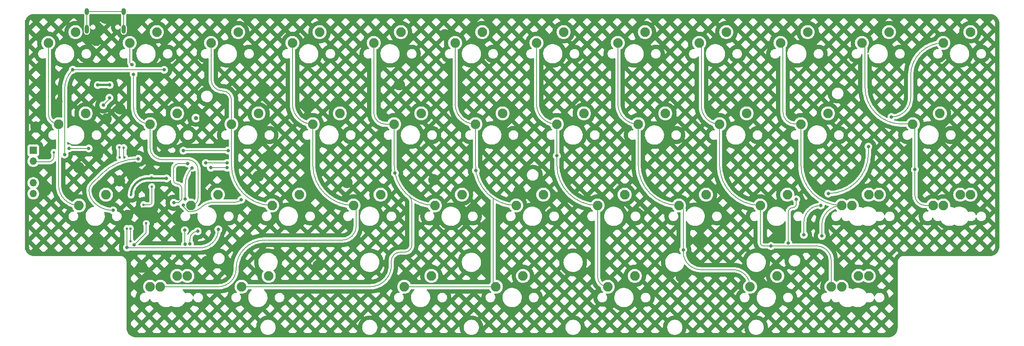
<source format=gbr>
%TF.GenerationSoftware,KiCad,Pcbnew,(7.0.0-0)*%
%TF.CreationDate,2023-04-18T09:58:13-04:00*%
%TF.ProjectId,pi0ii040,70693069-6930-4343-902e-6b696361645f,rev?*%
%TF.SameCoordinates,Original*%
%TF.FileFunction,Copper,L1,Top*%
%TF.FilePolarity,Positive*%
%FSLAX46Y46*%
G04 Gerber Fmt 4.6, Leading zero omitted, Abs format (unit mm)*
G04 Created by KiCad (PCBNEW (7.0.0-0)) date 2023-04-18 09:58:13*
%MOMM*%
%LPD*%
G01*
G04 APERTURE LIST*
%TA.AperFunction,ComponentPad*%
%ADD10C,2.250000*%
%TD*%
%TA.AperFunction,ComponentPad*%
%ADD11R,1.700000X1.700000*%
%TD*%
%TA.AperFunction,ComponentPad*%
%ADD12O,1.700000X1.700000*%
%TD*%
%TA.AperFunction,ComponentPad*%
%ADD13R,1.000000X1.000000*%
%TD*%
%TA.AperFunction,ComponentPad*%
%ADD14O,1.000000X1.000000*%
%TD*%
%TA.AperFunction,ComponentPad*%
%ADD15C,0.600000*%
%TD*%
%TA.AperFunction,ComponentPad*%
%ADD16O,1.000000X1.600000*%
%TD*%
%TA.AperFunction,ComponentPad*%
%ADD17O,1.000000X2.100000*%
%TD*%
%TA.AperFunction,ViaPad*%
%ADD18C,0.600000*%
%TD*%
%TA.AperFunction,ViaPad*%
%ADD19C,0.800000*%
%TD*%
%TA.AperFunction,Conductor*%
%ADD20C,0.200000*%
%TD*%
%TA.AperFunction,Conductor*%
%ADD21C,0.500000*%
%TD*%
G04 APERTURE END LIST*
D10*
%TO.P,MX40,1,COL*%
%TO.N,col8*%
X217397500Y-119490625D03*
%TO.P,MX40,2,ROW*%
%TO.N,Net-(D40-A)*%
X223747500Y-116950625D03*
%TD*%
%TO.P,MX27,1,COL*%
%TO.N,col3*%
X105478750Y-100440625D03*
%TO.P,MX27,2,ROW*%
%TO.N,Net-(D27-A)*%
X111828750Y-97900625D03*
%TD*%
%TO.P,MX35,1,COL*%
%TO.N,col3*%
X60235000Y-119490625D03*
%TO.P,MX35,2,ROW*%
%TO.N,Net-(D35-A)*%
X66585000Y-116950625D03*
%TD*%
%TO.P,MX38,1,COL*%
%TO.N,col6*%
X165010000Y-119490625D03*
%TO.P,MX38,2,ROW*%
%TO.N,Net-(D38-A)*%
X171360000Y-116950625D03*
%TD*%
%TO.P,MX39,1,COL*%
%TO.N,col7*%
X198347500Y-119490625D03*
%TO.P,MX39,2,ROW*%
%TO.N,Net-(D39-A)*%
X204697500Y-116950625D03*
%TD*%
%TO.P,MX18,1,COL*%
%TO.N,col5*%
X134053750Y-81390625D03*
%TO.P,MX18,2,ROW*%
%TO.N,Net-(D18-A)*%
X140403750Y-78850625D03*
%TD*%
%TO.P,MX15,1,COL*%
%TO.N,col2*%
X76903750Y-81390625D03*
%TO.P,MX15,2,ROW*%
%TO.N,Net-(D15-A)*%
X83253750Y-78850625D03*
%TD*%
%TO.P,MX23,1,COL*%
%TO.N,col10*%
X236447500Y-81390625D03*
%TO.P,MX23,2,ROW*%
%TO.N,Net-(D23-A)*%
X242797500Y-78850625D03*
%TD*%
%TO.P,MX35,1,COL*%
%TO.N,col3*%
X57853750Y-119490625D03*
%TO.P,MX35,2,ROW*%
%TO.N,Net-(D35-A)*%
X64203750Y-116950625D03*
%TD*%
%TO.P,MX2,1,COL*%
%TO.N,col1*%
X53091250Y-62340625D03*
%TO.P,MX2,2,ROW*%
%TO.N,Net-(D2-A)*%
X59441250Y-59800625D03*
%TD*%
%TO.P,MX9,1,COL*%
%TO.N,col8*%
X186441250Y-62340625D03*
%TO.P,MX9,2,ROW*%
%TO.N,Net-(D9-A)*%
X192791250Y-59800625D03*
%TD*%
%TO.P,MX33,1,COL*%
%TO.N,col9*%
X222160000Y-100440625D03*
%TO.P,MX33,2,ROW*%
%TO.N,Net-(D33-A)*%
X228510000Y-97900625D03*
%TD*%
%TO.P,MX19,1,COL*%
%TO.N,col6*%
X153103750Y-81390625D03*
%TO.P,MX19,2,ROW*%
%TO.N,Net-(D19-A)*%
X159453750Y-78850625D03*
%TD*%
%TO.P,MX29,1,COL*%
%TO.N,col5*%
X143578750Y-100440625D03*
%TO.P,MX29,2,ROW*%
%TO.N,Net-(D29-A)*%
X149928750Y-97900625D03*
%TD*%
%TO.P,MX7,1,COL*%
%TO.N,col6*%
X148341250Y-62340625D03*
%TO.P,MX7,2,ROW*%
%TO.N,Net-(D7-A)*%
X154691250Y-59800625D03*
%TD*%
%TO.P,MX36,1,COL*%
%TO.N,col4*%
X79285000Y-119490625D03*
%TO.P,MX36,2,ROW*%
%TO.N,Net-(D36-A)*%
X85635000Y-116950625D03*
%TD*%
%TO.P,MX12,1,COL*%
%TO.N,col11*%
X243591250Y-62340625D03*
%TO.P,MX12,2,ROW*%
%TO.N,Net-(D12-A)*%
X249941250Y-59800625D03*
%TD*%
%TO.P,MX16,1,COL*%
%TO.N,col3*%
X95953750Y-81390625D03*
%TO.P,MX16,2,ROW*%
%TO.N,Net-(D16-A)*%
X102303750Y-78850625D03*
%TD*%
%TO.P,MX34,1,COL*%
%TO.N,col10*%
X241210000Y-100440625D03*
%TO.P,MX34,2,ROW*%
%TO.N,Net-(D34-A)*%
X247560000Y-97900625D03*
%TD*%
%TO.P,MX21,1,COL*%
%TO.N,col8*%
X191203750Y-81390625D03*
%TO.P,MX21,2,ROW*%
%TO.N,Net-(D21-A)*%
X197553750Y-78850625D03*
%TD*%
%TO.P,MX4,1,COL*%
%TO.N,col3*%
X91191250Y-62340625D03*
%TO.P,MX4,2,ROW*%
%TO.N,Net-(D4-A)*%
X97541250Y-59800625D03*
%TD*%
%TO.P,MX34,1,COL*%
%TO.N,col10*%
X243591250Y-100440625D03*
%TO.P,MX34,2,ROW*%
%TO.N,Net-(D34-A)*%
X249941250Y-97900625D03*
%TD*%
%TO.P,MX17,1,COL*%
%TO.N,col4*%
X115003750Y-81390625D03*
%TO.P,MX17,2,ROW*%
%TO.N,Net-(D17-A)*%
X121353750Y-78850625D03*
%TD*%
%TO.P,MX13,1,COL*%
%TO.N,col0*%
X36422500Y-81390625D03*
%TO.P,MX13,2,ROW*%
%TO.N,Net-(D13-A)*%
X42772500Y-78850625D03*
%TD*%
%TO.P,MX20,1,COL*%
%TO.N,col7*%
X172153750Y-81390625D03*
%TO.P,MX20,2,ROW*%
%TO.N,Net-(D20-A)*%
X178503750Y-78850625D03*
%TD*%
%TO.P,MX28,1,COL*%
%TO.N,col4*%
X124528750Y-100440625D03*
%TO.P,MX28,2,ROW*%
%TO.N,Net-(D28-A)*%
X130878750Y-97900625D03*
%TD*%
%TO.P,MX25,1,COL*%
%TO.N,col1*%
X67378750Y-100440625D03*
%TO.P,MX25,2,ROW*%
%TO.N,Net-(D25-A)*%
X73728750Y-97900625D03*
%TD*%
%TO.P,MX37,1,COL*%
%TO.N,col5*%
X138816250Y-119490625D03*
%TO.P,MX37,2,ROW*%
%TO.N,Net-(D37-A)*%
X145166250Y-116950625D03*
%TD*%
%TO.P,MX6,1,COL*%
%TO.N,col5*%
X129291250Y-62340625D03*
%TO.P,MX6,2,ROW*%
%TO.N,Net-(D6-A)*%
X135641250Y-59800625D03*
%TD*%
%TO.P,MX30,1,COL*%
%TO.N,col6*%
X162628750Y-100440625D03*
%TO.P,MX30,2,ROW*%
%TO.N,Net-(D30-A)*%
X168978750Y-97900625D03*
%TD*%
%TO.P,MX40,1,COL*%
%TO.N,col8*%
X219778750Y-119490625D03*
%TO.P,MX40,2,ROW*%
%TO.N,Net-(D40-A)*%
X226128750Y-116950625D03*
%TD*%
%TO.P,MX3,1,COL*%
%TO.N,col2*%
X72141250Y-62340625D03*
%TO.P,MX3,2,ROW*%
%TO.N,Net-(D3-A)*%
X78491250Y-59800625D03*
%TD*%
%TO.P,MX10,1,COL*%
%TO.N,col9*%
X205491250Y-62340625D03*
%TO.P,MX10,2,ROW*%
%TO.N,Net-(D10-A)*%
X211841250Y-59800625D03*
%TD*%
%TO.P,MX24,1,COL*%
%TO.N,col0*%
X41185000Y-100440625D03*
%TO.P,MX24,2,ROW*%
%TO.N,Net-(D24-A)*%
X47535000Y-97900625D03*
%TD*%
%TO.P,MX32,1,COL*%
%TO.N,col8*%
X200728750Y-100440625D03*
%TO.P,MX32,2,ROW*%
%TO.N,Net-(D32-A)*%
X207078750Y-97900625D03*
%TD*%
%TO.P,MX1,1,COL*%
%TO.N,col0*%
X34041250Y-62340625D03*
%TO.P,MX1,2,ROW*%
%TO.N,Net-(D1-A)*%
X40391250Y-59800625D03*
%TD*%
%TO.P,MX8,1,COL*%
%TO.N,col7*%
X167391250Y-62340625D03*
%TO.P,MX8,2,ROW*%
%TO.N,Net-(D8-A)*%
X173741250Y-59800625D03*
%TD*%
%TO.P,MX33,1,COL*%
%TO.N,col9*%
X219778750Y-100440625D03*
%TO.P,MX33,2,ROW*%
%TO.N,Net-(D33-A)*%
X226128750Y-97900625D03*
%TD*%
%TO.P,MX26,1,COL*%
%TO.N,col2*%
X86428750Y-100440625D03*
%TO.P,MX26,2,ROW*%
%TO.N,Net-(D26-A)*%
X92778750Y-97900625D03*
%TD*%
%TO.P,MX22,1,COL*%
%TO.N,col9*%
X210253750Y-81390625D03*
%TO.P,MX22,2,ROW*%
%TO.N,Net-(D22-A)*%
X216603750Y-78850625D03*
%TD*%
%TO.P,MX37,1,COL*%
%TO.N,col5*%
X117385000Y-119490625D03*
%TO.P,MX37,2,ROW*%
%TO.N,Net-(D37-A)*%
X123735000Y-116950625D03*
%TD*%
%TO.P,MX31,1,COL*%
%TO.N,col7*%
X181678750Y-100440625D03*
%TO.P,MX31,2,ROW*%
%TO.N,Net-(D31-A)*%
X188028750Y-97900625D03*
%TD*%
%TO.P,MX14,1,COL*%
%TO.N,col1*%
X57853750Y-81390625D03*
%TO.P,MX14,2,ROW*%
%TO.N,Net-(D14-A)*%
X64203750Y-78850625D03*
%TD*%
%TO.P,MX11,1,COL*%
%TO.N,col10*%
X224541250Y-62340625D03*
%TO.P,MX11,2,ROW*%
%TO.N,Net-(D11-A)*%
X230891250Y-59800625D03*
%TD*%
%TO.P,MX5,1,COL*%
%TO.N,col4*%
X110241250Y-62340625D03*
%TO.P,MX5,2,ROW*%
%TO.N,Net-(D5-A)*%
X116591250Y-59800625D03*
%TD*%
D11*
%TO.P,J2,1,Pin_1*%
%TO.N,RESET*%
X30499999Y-87524999D03*
D12*
%TO.P,J2,2,Pin_2*%
%TO.N,+3V3*%
X30499999Y-90064999D03*
%TO.P,J2,3,Pin_3*%
%TO.N,GND*%
X30499999Y-92604999D03*
%TO.P,J2,4,Pin_4*%
%TO.N,SWDIO*%
X30499999Y-95144999D03*
%TO.P,J2,5,Pin_5*%
%TO.N,SWCLK*%
X30499999Y-97684999D03*
%TD*%
D13*
%TO.P,Reset,1,1*%
%TO.N,GND*%
X69849999Y-79949999D03*
D14*
%TO.P,Reset,2,2*%
%TO.N,Net-(R_Flash1-Pad1)*%
X68579999Y-79949999D03*
%TD*%
D15*
%TO.P,U1,57,GND*%
%TO.N,GND*%
X58837500Y-103675000D03*
X58837500Y-102400000D03*
X58837500Y-101125000D03*
X57562500Y-103675000D03*
X57562500Y-102400000D03*
X57562500Y-101125000D03*
X56287500Y-103675000D03*
X56287500Y-102400000D03*
X56287500Y-101125000D03*
%TD*%
D16*
%TO.P,USB1,13,SHIELD*%
%TO.N,GNDREF*%
X43056249Y-54983724D03*
D17*
X43056249Y-59163724D03*
D16*
X51696249Y-54983724D03*
D17*
X51696249Y-59163724D03*
%TD*%
D18*
%TO.N,+1V1*%
X56350000Y-100250000D03*
X58250000Y-96050000D03*
D19*
X54150000Y-109700000D03*
D18*
X56962500Y-104637500D03*
%TO.N,GND*%
X186600000Y-109200000D03*
X51350000Y-69750000D03*
X58200000Y-61800000D03*
X64500000Y-99000000D03*
X41200000Y-91550000D03*
X31100000Y-82050000D03*
X126850000Y-60400000D03*
X142100000Y-85800000D03*
X84750000Y-73150000D03*
X48050000Y-100150000D03*
X45250000Y-69950000D03*
X47376250Y-56546225D03*
X51000000Y-66550000D03*
D19*
X54200000Y-57200000D03*
D18*
X51300000Y-105550000D03*
X43450000Y-61450000D03*
X44350000Y-81800000D03*
X71050000Y-113600000D03*
X182250000Y-117200000D03*
X67750000Y-120650000D03*
X50700000Y-94650000D03*
X33350000Y-96900000D03*
X72050000Y-88750000D03*
X45550000Y-88450000D03*
X47600000Y-80150000D03*
D19*
X61700000Y-111600000D03*
D18*
X83200000Y-93550000D03*
D19*
X55900000Y-114900000D03*
D18*
X94650000Y-95600000D03*
X58300000Y-90000000D03*
X65250000Y-92200000D03*
X85250000Y-89150000D03*
X116221291Y-72146480D03*
X64000000Y-106300000D03*
X124300000Y-94400000D03*
X45795705Y-109143895D03*
X41200000Y-105600000D03*
X103950000Y-95050000D03*
D19*
X53700000Y-93400000D03*
D18*
X75050000Y-88950000D03*
X37100000Y-76000000D03*
X95150000Y-76550000D03*
X48916455Y-73299651D03*
X68450000Y-103600000D03*
X76150000Y-96750000D03*
X144250000Y-97000000D03*
X75300000Y-85850000D03*
X62900000Y-72650000D03*
X97250000Y-114450000D03*
X45250000Y-61750000D03*
X50800000Y-77800000D03*
X52600000Y-102750000D03*
X82150000Y-102750000D03*
X67672234Y-92734575D03*
%TO.N,+3V3*%
X35350000Y-88000000D03*
D19*
X43500000Y-87071254D03*
X38850000Y-87050000D03*
D18*
X53400000Y-98000000D03*
D19*
X58200000Y-93985787D03*
X61700000Y-94100000D03*
%TO.N,+5V*%
X45600000Y-72200000D03*
X48400000Y-72200000D03*
%TO.N,row0*%
X37850000Y-88500000D03*
X39750000Y-68600000D03*
X61150000Y-68650000D03*
%TO.N,row1*%
X76100000Y-87550000D03*
X49200756Y-101590000D03*
X65650000Y-87600000D03*
X55100000Y-89500000D03*
D18*
%TO.N,row2*%
X52450000Y-105850000D03*
D19*
X73850000Y-106028025D03*
X52450000Y-110300000D03*
D18*
%TO.N,row3*%
X53250000Y-105850000D03*
X53250000Y-108800000D03*
%TO.N,D-*%
X50650000Y-86850000D03*
D19*
X48349500Y-75200000D03*
X46900000Y-76950000D03*
D18*
X50750000Y-89200000D03*
%TO.N,D+*%
X51850000Y-89150000D03*
X51700000Y-86881125D03*
D19*
%TO.N,col1*%
X54000000Y-69700000D03*
X53600000Y-67400000D03*
%TO.N,col3*%
X66050000Y-109500000D03*
X66000000Y-106250500D03*
%TO.N,col4*%
X65656755Y-100347665D03*
X115202240Y-92850000D03*
X79200000Y-99100000D03*
%TO.N,col5*%
X66100000Y-98930872D03*
X134147682Y-92250000D03*
X75900000Y-91600000D03*
X72100500Y-91600000D03*
X67700000Y-91650000D03*
%TO.N,col6*%
X66650000Y-90600000D03*
X63400559Y-99805099D03*
X75900000Y-90500000D03*
X153103750Y-88800000D03*
X70900000Y-90500000D03*
%TO.N,col7*%
X182700000Y-110850000D03*
%TO.N,col8*%
X203250000Y-109950000D03*
%TO.N,col9*%
X215150000Y-107600000D03*
%TO.N,col10*%
X236950000Y-92000000D03*
X214900000Y-100450000D03*
X210950000Y-107330125D03*
%TO.N,col11*%
X69000000Y-106500000D03*
X226050000Y-86650000D03*
X207300000Y-109250000D03*
X216650000Y-97650000D03*
X209183684Y-99016316D03*
X231450000Y-79700000D03*
X67200000Y-109400000D03*
%TD*%
D20*
%TO.N,+1V1*%
X58300000Y-96050000D02*
X58300000Y-99700000D01*
X54150000Y-109700000D02*
X56962500Y-106887500D01*
X58250000Y-96050000D02*
X58300000Y-96050000D01*
X57700000Y-100300000D02*
X56400000Y-100300000D01*
X56962500Y-106887500D02*
X56962500Y-104637500D01*
X57700000Y-100300000D02*
G75*
G03*
X58300000Y-99700000I0J600000D01*
G01*
X56350000Y-100250000D02*
G75*
G03*
X56400000Y-100300000I50000J0D01*
G01*
D21*
%TO.N,GND*%
X56287500Y-101125000D02*
X56287500Y-102400000D01*
X58837500Y-101125000D02*
X58837500Y-102400000D01*
X57562500Y-101125000D02*
X57562500Y-102400000D01*
X57562500Y-102400000D02*
X56287500Y-102400000D01*
X58837500Y-102400000D02*
X57562500Y-102400000D01*
X58837500Y-103675000D02*
X57562500Y-103675000D01*
X56287500Y-101125000D02*
X57562500Y-101125000D01*
X57562500Y-103675000D02*
X56287500Y-103675000D01*
X56287500Y-103675000D02*
X56287500Y-102400000D01*
X58837500Y-102400000D02*
X58837500Y-103675000D01*
X57562500Y-102400000D02*
X57562500Y-103675000D01*
X57562500Y-101125000D02*
X58837500Y-101125000D01*
D20*
%TO.N,+3V3*%
X35350000Y-88000000D02*
X35350000Y-89000000D01*
D21*
X61700000Y-94100000D02*
X59000000Y-94100000D01*
D20*
X38850000Y-87050000D02*
X43448689Y-87050000D01*
D21*
X59000000Y-94100000D02*
X57300000Y-94100000D01*
D20*
X34250000Y-90195826D02*
X30630826Y-90195826D01*
D21*
X59000000Y-94100000D02*
X58475734Y-94100000D01*
D20*
X43500013Y-87071241D02*
G75*
G03*
X43448689Y-87050000I-51313J-51359D01*
G01*
X34150000Y-90200000D02*
G75*
G03*
X35350000Y-89000000I0J1200000D01*
G01*
D21*
X58199993Y-93985794D02*
G75*
G03*
X58475734Y-94100000I275707J275694D01*
G01*
X57300000Y-94100000D02*
G75*
G03*
X53400000Y-98000000I0J-3900000D01*
G01*
D20*
X30499974Y-90065000D02*
G75*
G03*
X30630826Y-90195826I130826J0D01*
G01*
D21*
%TO.N,+5V*%
X48400000Y-72200000D02*
X45600000Y-72200000D01*
D20*
%TO.N,GNDREF*%
X43056250Y-54983725D02*
X43056250Y-59163725D01*
X51696250Y-54983725D02*
X51696250Y-59163725D01*
X43056250Y-54983725D02*
X51696250Y-54983725D01*
%TO.N,row0*%
X37850000Y-88500000D02*
X37850000Y-73187005D01*
X39750000Y-68600000D02*
X61100000Y-68600000D01*
X61100000Y-68600000D02*
X61150000Y-68650000D01*
X39749998Y-68599998D02*
G75*
G03*
X37850000Y-73187005I4587002J-4587002D01*
G01*
%TO.N,row1*%
X46479111Y-93070889D02*
X44151041Y-95398959D01*
X65650000Y-87600000D02*
X76050000Y-87600000D01*
X44752081Y-99752081D02*
X44850000Y-99850000D01*
X49050731Y-101590000D02*
X49200756Y-101590000D01*
X76050000Y-87600000D02*
X76100000Y-87550000D01*
X44849991Y-99850009D02*
G75*
G03*
X49050731Y-101590000I4200709J4200709D01*
G01*
X43550011Y-96850000D02*
G75*
G03*
X44752081Y-99752081I4104189J0D01*
G01*
X55100000Y-89500007D02*
G75*
G03*
X46479111Y-93070889I0J-12191793D01*
G01*
X44151037Y-95398955D02*
G75*
G03*
X43550000Y-96850000I1451063J-1451045D01*
G01*
%TO.N,row2*%
X52450000Y-105850000D02*
X52450000Y-110300000D01*
X52550000Y-110400000D02*
X52450000Y-110300000D01*
X52550000Y-110400000D02*
X69478025Y-110400000D01*
X69478025Y-110400000D02*
G75*
G03*
X73850000Y-106028025I-5J4371980D01*
G01*
%TO.N,row3*%
X53250000Y-105850000D02*
X53250000Y-108800000D01*
%TO.N,D-*%
X50650000Y-89100000D02*
X50750000Y-89200000D01*
X48349500Y-75500500D02*
X46900000Y-76950000D01*
X50650000Y-86850000D02*
X50650000Y-89100000D01*
X48349500Y-75200000D02*
X48349500Y-75500500D01*
%TO.N,D+*%
X51700000Y-89000000D02*
X51850000Y-89150000D01*
X51700000Y-86881125D02*
X51700000Y-89000000D01*
%TO.N,col0*%
X34041250Y-62340625D02*
X34041250Y-79009375D01*
X36422500Y-81390625D02*
X36422500Y-95678125D01*
X36422495Y-95678125D02*
G75*
G03*
X41185000Y-100440625I4762505J5D01*
G01*
X34041245Y-79009375D02*
G75*
G03*
X36422500Y-81390625I2381255J5D01*
G01*
%TO.N,col1*%
X66700000Y-89700000D02*
X60600000Y-89700000D01*
X54000000Y-69700000D02*
X54000000Y-77536875D01*
X69100000Y-98719375D02*
X69100000Y-92100000D01*
X57853750Y-81390625D02*
X57853750Y-86953750D01*
X53091250Y-62340625D02*
X53091250Y-66891250D01*
X54000005Y-77536875D02*
G75*
G03*
X57853750Y-81390625I3853745J-5D01*
G01*
X53091300Y-66891250D02*
G75*
G03*
X53600000Y-67400000I508700J-50D01*
G01*
X67378750Y-100440600D02*
G75*
G03*
X69100000Y-98719375I50J1721200D01*
G01*
X57853800Y-86953750D02*
G75*
G03*
X60600000Y-89700000I2746200J-50D01*
G01*
X69100000Y-92100000D02*
G75*
G03*
X66700000Y-89700000I-2400000J0D01*
G01*
%TO.N,col2*%
X76903750Y-81390625D02*
X76903750Y-90915625D01*
X72141250Y-62340625D02*
X72141250Y-70891250D01*
X76903750Y-75653750D02*
X76903750Y-81390625D01*
X76903700Y-75653750D02*
G75*
G03*
X74850000Y-73600000I-2053700J50D01*
G01*
X72141250Y-70891250D02*
G75*
G03*
X74850000Y-73600000I2708750J0D01*
G01*
X76903745Y-90915625D02*
G75*
G03*
X86428750Y-100440625I9525005J5D01*
G01*
%TO.N,col3*%
X91191250Y-62340625D02*
X91191250Y-76628125D01*
X66000000Y-106250500D02*
X66000000Y-109450000D01*
X84650000Y-108550741D02*
X102899259Y-108550741D01*
X95953750Y-81390625D02*
X95953750Y-90915625D01*
X60235000Y-119490625D02*
X73809375Y-119490625D01*
X106100000Y-105350000D02*
X106100000Y-101061875D01*
X91191275Y-76628125D02*
G75*
G03*
X95953750Y-81390625I4762525J25D01*
G01*
X106099975Y-101061875D02*
G75*
G03*
X105478750Y-100440625I-621275J-25D01*
G01*
X66000000Y-109450000D02*
G75*
G03*
X66050000Y-109500000I50000J0D01*
G01*
X102899259Y-108550700D02*
G75*
G03*
X106100000Y-105350000I41J3200700D01*
G01*
X73809375Y-119490600D02*
G75*
G03*
X78000000Y-115300000I25J4190600D01*
G01*
X95953745Y-90915625D02*
G75*
G03*
X105478750Y-100440625I9525005J5D01*
G01*
X84750000Y-108550000D02*
G75*
G03*
X78000000Y-115300000I0J-6750000D01*
G01*
%TO.N,col4*%
X114350000Y-114500000D02*
X114350000Y-113450000D01*
X79285000Y-119490625D02*
X109359375Y-119490625D01*
X66788495Y-101865625D02*
X67610197Y-101865625D01*
X115003750Y-81390625D02*
X115003750Y-90915625D01*
X119150000Y-109700000D02*
X119150000Y-99671698D01*
X110241250Y-62340625D02*
X110241250Y-78700057D01*
X112931818Y-81390625D02*
X115003750Y-81390625D01*
X72959188Y-99650000D02*
X77872183Y-99650000D01*
X65656755Y-100347665D02*
X65656755Y-100733885D01*
X116400000Y-111400000D02*
X117450000Y-111400000D01*
X65656755Y-100733885D02*
X66788495Y-101865625D01*
X117450000Y-111400000D02*
G75*
G03*
X119150000Y-109700000I0J1700000D01*
G01*
X109359375Y-119490600D02*
G75*
G03*
X114350000Y-114500000I25J4990600D01*
G01*
X116400000Y-111400000D02*
G75*
G03*
X114350000Y-113450000I0J-2050000D01*
G01*
X77872183Y-99649992D02*
G75*
G03*
X79199999Y-99099999I17J1877792D01*
G01*
X110241275Y-78700057D02*
G75*
G03*
X112931818Y-81390625I2690525J-43D01*
G01*
X72959188Y-99649996D02*
G75*
G03*
X69700001Y-101000001I12J-4609204D01*
G01*
X67610197Y-101865623D02*
G75*
G03*
X69700000Y-101000000I3J2955423D01*
G01*
X115003745Y-90915625D02*
G75*
G03*
X124528750Y-100440625I9525005J5D01*
G01*
X119150000Y-99671698D02*
G75*
G03*
X118616436Y-98383564I-1821700J-2D01*
G01*
%TO.N,col5*%
X129291250Y-62340625D02*
X129291250Y-76628125D01*
X138213917Y-98786083D02*
X138213917Y-118888292D01*
X134053750Y-81390625D02*
X134053750Y-90915625D01*
X66100000Y-98930872D02*
X66100000Y-95512741D01*
X117385000Y-119490625D02*
X138816250Y-119490625D01*
X72100500Y-91600000D02*
X75900000Y-91600000D01*
X129291275Y-76628125D02*
G75*
G03*
X134053750Y-81390625I4762525J25D01*
G01*
X134053745Y-90915625D02*
G75*
G03*
X143578750Y-100440625I9525005J5D01*
G01*
X138213875Y-118888292D02*
G75*
G03*
X138816250Y-119490625I602325J-8D01*
G01*
X67700000Y-91650000D02*
G75*
G03*
X66100000Y-95512741I3862740J-3862740D01*
G01*
%TO.N,col6*%
X148341250Y-62340625D02*
X148341250Y-76628125D01*
X153103750Y-81390625D02*
X153103750Y-88800000D01*
X65300000Y-99048529D02*
X65300000Y-96550000D01*
X63400559Y-99805099D02*
X64543430Y-99805099D01*
X64650000Y-90600000D02*
X66650000Y-90600000D01*
X63350000Y-94600000D02*
X63350000Y-91900000D01*
X70900000Y-90500000D02*
X75900000Y-90500000D01*
X64543430Y-99805099D02*
X65300000Y-99048529D01*
X153103750Y-88800000D02*
X153103750Y-90915625D01*
X162628750Y-100440625D02*
X162628750Y-117109375D01*
X63350000Y-94600000D02*
G75*
G03*
X64150000Y-95400000I800000J0D01*
G01*
X65300000Y-96550000D02*
G75*
G03*
X64150000Y-95400000I-1150000J0D01*
G01*
X162628775Y-117109375D02*
G75*
G03*
X165010000Y-119490625I2381225J-25D01*
G01*
X153103745Y-90915625D02*
G75*
G03*
X162628750Y-100440625I9525005J5D01*
G01*
X148341275Y-76628125D02*
G75*
G03*
X153103750Y-81390625I4762525J25D01*
G01*
X64650000Y-90600000D02*
G75*
G03*
X63350000Y-91900000I0J-1300000D01*
G01*
%TO.N,col7*%
X182700000Y-110850000D02*
X182700000Y-111331312D01*
X182700000Y-101461875D02*
X182700000Y-110850000D01*
X172153750Y-81390625D02*
X172153750Y-90915625D01*
X186868688Y-115500000D02*
X194356875Y-115500000D01*
X167391250Y-62340625D02*
X167391250Y-76628125D01*
X182700000Y-111331312D02*
G75*
G03*
X186868688Y-115500000I4168700J12D01*
G01*
X198347500Y-119490625D02*
G75*
G03*
X194356875Y-115500000I-3990600J25D01*
G01*
X182700075Y-101461875D02*
G75*
G03*
X181678750Y-100440625I-1021275J-25D01*
G01*
X167391275Y-76628125D02*
G75*
G03*
X172153750Y-81390625I4762525J25D01*
G01*
X172153775Y-90915625D02*
G75*
G03*
X181678750Y-100440625I9525025J25D01*
G01*
%TO.N,col8*%
X201567937Y-109950000D02*
X203250000Y-109950000D01*
X200728750Y-100440625D02*
X200728750Y-109110813D01*
X217350000Y-113350000D02*
X217350000Y-119443125D01*
X186950000Y-62849375D02*
X186950000Y-77136875D01*
X191203750Y-81390625D02*
X191203750Y-90915625D01*
X203250000Y-109950000D02*
X213950000Y-109950000D01*
X217349975Y-119443125D02*
G75*
G03*
X217397500Y-119490625I47525J25D01*
G01*
X186950075Y-62849375D02*
G75*
G03*
X186441250Y-62340625I-508775J-25D01*
G01*
X200728700Y-109110813D02*
G75*
G03*
X201567937Y-109950000I839200J13D01*
G01*
X186950075Y-77136875D02*
G75*
G03*
X191203750Y-81390625I4253725J-25D01*
G01*
X217350000Y-113350000D02*
G75*
G03*
X213950000Y-109950000I-3400000J0D01*
G01*
X191203775Y-90915625D02*
G75*
G03*
X200728750Y-100440625I9525025J25D01*
G01*
%TO.N,col9*%
X206050000Y-62899375D02*
X206050000Y-78550000D01*
X208850000Y-81350000D02*
X210213125Y-81350000D01*
X210253750Y-81390625D02*
X210253750Y-90915625D01*
X215150000Y-107600000D02*
X215150000Y-105069375D01*
X210253700Y-81390625D02*
G75*
G03*
X210213125Y-81350000I-40600J25D01*
G01*
X206050075Y-62899375D02*
G75*
G03*
X205491250Y-62340625I-558775J-25D01*
G01*
X210253775Y-90915625D02*
G75*
G03*
X219778750Y-100440625I9525025J25D01*
G01*
X219778750Y-100440700D02*
G75*
G03*
X215150000Y-105069375I-50J-4628700D01*
G01*
X206050000Y-78550000D02*
G75*
G03*
X208850000Y-81350000I2800000J0D01*
G01*
%TO.N,col10*%
X236950000Y-92000000D02*
X236950000Y-98050000D01*
X225250000Y-63049375D02*
X225250000Y-72700000D01*
X233900000Y-81350000D02*
X236406875Y-81350000D01*
X236950000Y-81893125D02*
X236950000Y-92000000D01*
X239340625Y-100440625D02*
X241210000Y-100440625D01*
X210950000Y-107330125D02*
X210950000Y-104400000D01*
X214900000Y-100450000D02*
G75*
G03*
X210950000Y-104400000I0J-3950000D01*
G01*
X236949975Y-81893125D02*
G75*
G03*
X236447500Y-81390625I-502475J25D01*
G01*
X225250000Y-72700000D02*
G75*
G03*
X233900000Y-81350000I8650000J0D01*
G01*
X236949975Y-98050000D02*
G75*
G03*
X239340625Y-100440625I2390625J0D01*
G01*
X225250075Y-63049375D02*
G75*
G03*
X224541250Y-62340625I-708775J-25D01*
G01*
X236447500Y-81390625D02*
G75*
G03*
X236406875Y-81350000I-40600J25D01*
G01*
%TO.N,col11*%
X207300000Y-102000000D02*
X207300000Y-109250000D01*
X67200000Y-109400000D02*
X67200000Y-108300000D01*
X235950000Y-69981875D02*
X235950000Y-75200000D01*
X226050000Y-86650000D02*
X226050000Y-88250000D01*
X209183684Y-99016316D02*
X209183684Y-100116316D01*
X243591250Y-62340700D02*
G75*
G03*
X235950000Y-69981875I-50J-7641200D01*
G01*
X231450000Y-79700000D02*
G75*
G03*
X235950000Y-75200000I0J4500000D01*
G01*
X208350000Y-100950000D02*
G75*
G03*
X207300000Y-102000000I0J-1050000D01*
G01*
X208350000Y-100949984D02*
G75*
G03*
X209183684Y-100116316I0J833684D01*
G01*
X69000000Y-106500000D02*
G75*
G03*
X67200000Y-108300000I0J-1800000D01*
G01*
X216650000Y-97650000D02*
G75*
G03*
X226050000Y-88250000I0J9400000D01*
G01*
%TD*%
%TA.AperFunction,Conductor*%
%TO.N,GND*%
G36*
X68422703Y-92332931D02*
G01*
X68472933Y-92379363D01*
X68491500Y-92445198D01*
X68491500Y-98645495D01*
X68491499Y-98645499D01*
X68491499Y-98645506D01*
X68491499Y-98645507D01*
X68491499Y-98713880D01*
X68491020Y-98724860D01*
X68475557Y-98901627D01*
X68471743Y-98923257D01*
X68452965Y-98993341D01*
X68425445Y-99044426D01*
X68377949Y-99077761D01*
X68320551Y-99086275D01*
X68265423Y-99068164D01*
X68126857Y-98983251D01*
X68126856Y-98983250D01*
X68122637Y-98980665D01*
X68053156Y-98951885D01*
X67889663Y-98884164D01*
X67889660Y-98884163D01*
X67885090Y-98882270D01*
X67880282Y-98881115D01*
X67880277Y-98881114D01*
X67639888Y-98823402D01*
X67639884Y-98823401D01*
X67635076Y-98822247D01*
X67630150Y-98821859D01*
X67630142Y-98821858D01*
X67383680Y-98802462D01*
X67378750Y-98802074D01*
X67122424Y-98822247D01*
X67122288Y-98820528D01*
X67072647Y-98816575D01*
X67022544Y-98785833D01*
X66991840Y-98735707D01*
X66991521Y-98734726D01*
X66937600Y-98568774D01*
X66936569Y-98565600D01*
X66936568Y-98565598D01*
X66934527Y-98559316D01*
X66839040Y-98393928D01*
X66787206Y-98336360D01*
X66740864Y-98284892D01*
X66716869Y-98245736D01*
X66708500Y-98200582D01*
X66708500Y-95515219D01*
X66708597Y-95510272D01*
X66711714Y-95430940D01*
X66723270Y-95136816D01*
X66724043Y-95126983D01*
X66767685Y-94758258D01*
X66769226Y-94748531D01*
X66841660Y-94384378D01*
X66843964Y-94374783D01*
X66944742Y-94017451D01*
X66947788Y-94008075D01*
X67076303Y-93659721D01*
X67080068Y-93650630D01*
X67235520Y-93313428D01*
X67239989Y-93304658D01*
X67421413Y-92980703D01*
X67426548Y-92972322D01*
X67632830Y-92663599D01*
X67638641Y-92655602D01*
X67639933Y-92653964D01*
X67670436Y-92615271D01*
X67677356Y-92606493D01*
X67721318Y-92571132D01*
X67776305Y-92558500D01*
X67788884Y-92558500D01*
X67795487Y-92558500D01*
X67982288Y-92518794D01*
X68156752Y-92441118D01*
X68291438Y-92343262D01*
X68355614Y-92319586D01*
X68422703Y-92332931D01*
G37*
%TD.AperFunction*%
%TA.AperFunction,Conductor*%
G36*
X65970539Y-91219393D02*
G01*
X66012926Y-91250189D01*
X66038747Y-91278866D01*
X66193248Y-91391118D01*
X66367712Y-91468794D01*
X66554513Y-91508500D01*
X66561116Y-91508500D01*
X66661431Y-91508500D01*
X66728202Y-91527647D01*
X66774681Y-91579269D01*
X66784828Y-91636830D01*
X66787186Y-91636830D01*
X66787186Y-91643435D01*
X66786496Y-91650000D01*
X66787186Y-91656565D01*
X66787186Y-91656568D01*
X66791665Y-91699191D01*
X66787825Y-91745839D01*
X66767224Y-91787867D01*
X66572517Y-92047967D01*
X66571315Y-92049836D01*
X66571302Y-92049856D01*
X66339273Y-92410901D01*
X66339262Y-92410919D01*
X66338058Y-92412793D01*
X66336988Y-92414752D01*
X66336980Y-92414766D01*
X66131299Y-92791442D01*
X66131289Y-92791461D01*
X66130222Y-92793416D01*
X66129294Y-92795447D01*
X66129287Y-92795462D01*
X65959474Y-93167302D01*
X65950069Y-93187896D01*
X65949298Y-93189962D01*
X65949286Y-93189992D01*
X65799305Y-93592108D01*
X65799297Y-93592129D01*
X65798517Y-93594223D01*
X65797886Y-93596371D01*
X65797879Y-93596393D01*
X65676972Y-94008165D01*
X65676968Y-94008178D01*
X65676338Y-94010326D01*
X65675863Y-94012506D01*
X65675861Y-94012517D01*
X65587733Y-94417637D01*
X65584155Y-94434085D01*
X65583836Y-94436299D01*
X65583834Y-94436314D01*
X65523019Y-94859292D01*
X65522437Y-94863341D01*
X65522279Y-94865550D01*
X65522276Y-94865578D01*
X65503417Y-95129278D01*
X65479938Y-95193985D01*
X65425956Y-95236698D01*
X65357583Y-95244667D01*
X65295226Y-95215514D01*
X65255100Y-95180745D01*
X65206522Y-95138652D01*
X65202744Y-95136224D01*
X65202740Y-95136221D01*
X64998698Y-95005092D01*
X64998696Y-95005091D01*
X64994912Y-95002659D01*
X64990821Y-95000790D01*
X64990818Y-95000789D01*
X64770195Y-94900033D01*
X64770185Y-94900029D01*
X64766103Y-94898165D01*
X64761789Y-94896898D01*
X64761783Y-94896896D01*
X64587822Y-94845817D01*
X64524751Y-94827298D01*
X64520310Y-94826659D01*
X64520308Y-94826659D01*
X64280215Y-94792139D01*
X64280213Y-94792138D01*
X64275770Y-94791500D01*
X64271275Y-94791500D01*
X64162410Y-94791500D01*
X64137829Y-94789079D01*
X64123825Y-94786293D01*
X64101296Y-94781812D01*
X64055880Y-94763000D01*
X64035425Y-94749333D01*
X64000666Y-94714574D01*
X63986997Y-94694117D01*
X63968187Y-94648701D01*
X63960921Y-94612170D01*
X63958500Y-94587590D01*
X63958500Y-91906187D01*
X63959107Y-91893837D01*
X63964900Y-91835020D01*
X63970570Y-91777442D01*
X63975386Y-91753227D01*
X64007536Y-91647241D01*
X64016982Y-91624438D01*
X64069194Y-91526757D01*
X64082907Y-91506235D01*
X64153168Y-91420622D01*
X64170622Y-91403168D01*
X64256235Y-91332907D01*
X64276757Y-91319194D01*
X64374438Y-91266982D01*
X64397241Y-91257536D01*
X64503227Y-91225386D01*
X64527442Y-91220570D01*
X64643837Y-91209106D01*
X64656187Y-91208500D01*
X64723885Y-91208500D01*
X65919290Y-91208500D01*
X65970539Y-91219393D01*
G37*
%TD.AperFunction*%
%TA.AperFunction,Conductor*%
G36*
X52468024Y-55541272D02*
G01*
X52523382Y-55556115D01*
X52560643Y-55556121D01*
X52560642Y-55559799D01*
X52560660Y-55559797D01*
X52560660Y-55556125D01*
X52583211Y-55556125D01*
X52623092Y-55556133D01*
X52623091Y-55559179D01*
X52623111Y-55559180D01*
X52623111Y-55556125D01*
X254541179Y-55556125D01*
X254548791Y-55556355D01*
X254567319Y-55557476D01*
X254800252Y-55571575D01*
X254815334Y-55573407D01*
X255059365Y-55618137D01*
X255074136Y-55621778D01*
X255311000Y-55695596D01*
X255325225Y-55700991D01*
X255551461Y-55802819D01*
X255564924Y-55809886D01*
X255777248Y-55938246D01*
X255789754Y-55946879D01*
X255985049Y-56099890D01*
X255996437Y-56109979D01*
X256171862Y-56285410D01*
X256181951Y-56296798D01*
X256334955Y-56492097D01*
X256343598Y-56504619D01*
X256471943Y-56716931D01*
X256479014Y-56730404D01*
X256580833Y-56956641D01*
X256586228Y-56970867D01*
X256660036Y-57207725D01*
X256663677Y-57222497D01*
X256708399Y-57466526D01*
X256710233Y-57481630D01*
X256725520Y-57734315D01*
X256725750Y-57741924D01*
X256725750Y-110120558D01*
X256725520Y-110128170D01*
X256710302Y-110379618D01*
X256708468Y-110394721D01*
X256663740Y-110638763D01*
X256660098Y-110653535D01*
X256586287Y-110890390D01*
X256580892Y-110904616D01*
X256479065Y-111130860D01*
X256471994Y-111144332D01*
X256343644Y-111356645D01*
X256335001Y-111369167D01*
X256181992Y-111564468D01*
X256171903Y-111575856D01*
X255996472Y-111751289D01*
X255985084Y-111761378D01*
X255789785Y-111914389D01*
X255777263Y-111923032D01*
X255564954Y-112051382D01*
X255551482Y-112058453D01*
X255325242Y-112160281D01*
X255311017Y-112165677D01*
X255074149Y-112239495D01*
X255059377Y-112243136D01*
X254815350Y-112287865D01*
X254800246Y-112289700D01*
X254591591Y-112302329D01*
X254549203Y-112304895D01*
X254541593Y-112305125D01*
X234344255Y-112305125D01*
X234344253Y-112305124D01*
X234344245Y-112305124D01*
X234304648Y-112305124D01*
X234304371Y-112305088D01*
X234304371Y-112305050D01*
X234304080Y-112305050D01*
X234199831Y-112305051D01*
X234199819Y-112305051D01*
X234194883Y-112305052D01*
X234189999Y-112305825D01*
X234189994Y-112305826D01*
X233983497Y-112338536D01*
X233983483Y-112338539D01*
X233978605Y-112339312D01*
X233973906Y-112340838D01*
X233973893Y-112340842D01*
X233775064Y-112405451D01*
X233775050Y-112405456D01*
X233770350Y-112406984D01*
X233765940Y-112409230D01*
X233765933Y-112409234D01*
X233579663Y-112504150D01*
X233579655Y-112504154D01*
X233575245Y-112506402D01*
X233571237Y-112509314D01*
X233571234Y-112509316D01*
X233402098Y-112632208D01*
X233402092Y-112632212D01*
X233398094Y-112635118D01*
X233394595Y-112638616D01*
X233394594Y-112638618D01*
X233246759Y-112786461D01*
X233246754Y-112786466D01*
X233243260Y-112789961D01*
X233240357Y-112793956D01*
X233240350Y-112793965D01*
X233117462Y-112963119D01*
X233117458Y-112963124D01*
X233114556Y-112967120D01*
X233112315Y-112971517D01*
X233112311Y-112971525D01*
X233017398Y-113157819D01*
X233017394Y-113157827D01*
X233015151Y-113162231D01*
X233013622Y-113166935D01*
X233013622Y-113166937D01*
X232949020Y-113365786D01*
X232949018Y-113365792D01*
X232947492Y-113370491D01*
X232946718Y-113375378D01*
X232946717Y-113375383D01*
X232914020Y-113581873D01*
X232914020Y-113581879D01*
X232913245Y-113586771D01*
X232913245Y-113591723D01*
X232913245Y-113591726D01*
X232913250Y-113696242D01*
X232913250Y-129170558D01*
X232913020Y-129178170D01*
X232897802Y-129429618D01*
X232895968Y-129444721D01*
X232851240Y-129688763D01*
X232847598Y-129703535D01*
X232773787Y-129940390D01*
X232768392Y-129954616D01*
X232666565Y-130180860D01*
X232659494Y-130194332D01*
X232531144Y-130406645D01*
X232522501Y-130419167D01*
X232369492Y-130614468D01*
X232359403Y-130625856D01*
X232183972Y-130801289D01*
X232172584Y-130811378D01*
X231977285Y-130964389D01*
X231964763Y-130973032D01*
X231752454Y-131101382D01*
X231738982Y-131108453D01*
X231512742Y-131210281D01*
X231498517Y-131215677D01*
X231261649Y-131289495D01*
X231246877Y-131293136D01*
X231002850Y-131337865D01*
X230987746Y-131339700D01*
X230779091Y-131352329D01*
X230736703Y-131354895D01*
X230729093Y-131355125D01*
X54523806Y-131355125D01*
X54516198Y-131354895D01*
X54264748Y-131339685D01*
X54249643Y-131337851D01*
X54005615Y-131293130D01*
X53990842Y-131289489D01*
X53753969Y-131215676D01*
X53739743Y-131210280D01*
X53513511Y-131108461D01*
X53500038Y-131101390D01*
X53287724Y-130973040D01*
X53275202Y-130964397D01*
X53079903Y-130811388D01*
X53068515Y-130801298D01*
X52893087Y-130625870D01*
X52883004Y-130614490D01*
X52729989Y-130419178D01*
X52721347Y-130406657D01*
X52683825Y-130344587D01*
X52592998Y-130194338D01*
X52585930Y-130180871D01*
X52484105Y-129954622D01*
X52478710Y-129940395D01*
X52478708Y-129940390D01*
X52463805Y-129892562D01*
X54866589Y-129892562D01*
X54896191Y-129964026D01*
X55289290Y-130357125D01*
X56484315Y-130357125D01*
X56877413Y-129964026D01*
X56907015Y-129892562D01*
X58402123Y-129892562D01*
X58431725Y-129964026D01*
X58824824Y-130357125D01*
X60019849Y-130357125D01*
X60412947Y-129964026D01*
X60442549Y-129892562D01*
X61937657Y-129892562D01*
X61967259Y-129964026D01*
X62360358Y-130357125D01*
X63555383Y-130357125D01*
X63948481Y-129964026D01*
X63978083Y-129892562D01*
X65473190Y-129892562D01*
X65502792Y-129964026D01*
X65895891Y-130357125D01*
X67090917Y-130357125D01*
X67484015Y-129964026D01*
X67513617Y-129892562D01*
X69008724Y-129892562D01*
X69038326Y-129964026D01*
X69431425Y-130357125D01*
X70626451Y-130357125D01*
X71019549Y-129964026D01*
X71049151Y-129892562D01*
X72544258Y-129892562D01*
X72573860Y-129964026D01*
X72966959Y-130357125D01*
X74161985Y-130357125D01*
X74555083Y-129964026D01*
X74584685Y-129892562D01*
X76079792Y-129892562D01*
X76109394Y-129964026D01*
X76502493Y-130357125D01*
X77697519Y-130357125D01*
X78090617Y-129964026D01*
X78120219Y-129892562D01*
X79615326Y-129892562D01*
X79644928Y-129964026D01*
X80038027Y-130357125D01*
X81233053Y-130357125D01*
X81626151Y-129964026D01*
X81655753Y-129892562D01*
X81626152Y-129821100D01*
X80953956Y-129148905D01*
X83697750Y-129148905D01*
X83698451Y-129153558D01*
X83698452Y-129153566D01*
X83723442Y-129319360D01*
X83737479Y-129412488D01*
X83738865Y-129416984D01*
X83738867Y-129416989D01*
X83814658Y-129662699D01*
X83814661Y-129662708D01*
X83816049Y-129667206D01*
X83818094Y-129671452D01*
X83818095Y-129671455D01*
X83835046Y-129706653D01*
X83931705Y-129907368D01*
X83934359Y-129911261D01*
X83934361Y-129911264D01*
X84060270Y-130095938D01*
X84081864Y-130127611D01*
X84085070Y-130131066D01*
X84085076Y-130131073D01*
X84137729Y-130187819D01*
X84263171Y-130323013D01*
X84471576Y-130489211D01*
X84475655Y-130491566D01*
X84688527Y-130614468D01*
X84702424Y-130622491D01*
X84706813Y-130624213D01*
X84706816Y-130624215D01*
X84791163Y-130657318D01*
X84950558Y-130719877D01*
X85210435Y-130779192D01*
X85409703Y-130794125D01*
X85540444Y-130794125D01*
X85542797Y-130794125D01*
X85742065Y-130779192D01*
X86001942Y-130719877D01*
X86250076Y-130622491D01*
X86480924Y-130489211D01*
X86689329Y-130323013D01*
X86870636Y-130127611D01*
X87020795Y-129907369D01*
X87027926Y-129892562D01*
X90221928Y-129892562D01*
X90251530Y-129964026D01*
X90644629Y-130357125D01*
X91839654Y-130357125D01*
X92232752Y-129964026D01*
X92262354Y-129892562D01*
X93757462Y-129892562D01*
X93787064Y-129964026D01*
X94180163Y-130357125D01*
X95375188Y-130357125D01*
X95768286Y-129964026D01*
X95797888Y-129892562D01*
X97292996Y-129892562D01*
X97322598Y-129964026D01*
X97715697Y-130357125D01*
X98910722Y-130357125D01*
X99303820Y-129964026D01*
X99333422Y-129892562D01*
X100828529Y-129892562D01*
X100858131Y-129964025D01*
X101251231Y-130357125D01*
X102446256Y-130357125D01*
X102839354Y-129964026D01*
X102868956Y-129892562D01*
X104364063Y-129892562D01*
X104393665Y-129964026D01*
X104786764Y-130357125D01*
X105981790Y-130357125D01*
X106374888Y-129964026D01*
X106404490Y-129892562D01*
X106374888Y-129821098D01*
X105702695Y-129148905D01*
X107510250Y-129148905D01*
X107510951Y-129153558D01*
X107510952Y-129153566D01*
X107535942Y-129319360D01*
X107549979Y-129412488D01*
X107551365Y-129416984D01*
X107551367Y-129416989D01*
X107627158Y-129662699D01*
X107627161Y-129662708D01*
X107628549Y-129667206D01*
X107630594Y-129671452D01*
X107630595Y-129671455D01*
X107647546Y-129706653D01*
X107744205Y-129907368D01*
X107746859Y-129911261D01*
X107746861Y-129911264D01*
X107872770Y-130095938D01*
X107894364Y-130127611D01*
X107897570Y-130131066D01*
X107897576Y-130131073D01*
X107950229Y-130187819D01*
X108075671Y-130323013D01*
X108284076Y-130489211D01*
X108288155Y-130491566D01*
X108501027Y-130614468D01*
X108514924Y-130622491D01*
X108519313Y-130624213D01*
X108519316Y-130624215D01*
X108603663Y-130657318D01*
X108763058Y-130719877D01*
X109022935Y-130779192D01*
X109222203Y-130794125D01*
X109352944Y-130794125D01*
X109355297Y-130794125D01*
X109554565Y-130779192D01*
X109814442Y-130719877D01*
X110062576Y-130622491D01*
X110293424Y-130489211D01*
X110501829Y-130323013D01*
X110553743Y-130267063D01*
X111767770Y-130267063D01*
X111857832Y-130357125D01*
X113052858Y-130357125D01*
X113445956Y-129964026D01*
X113475558Y-129892562D01*
X114970665Y-129892562D01*
X115000267Y-129964026D01*
X115393366Y-130357125D01*
X116588392Y-130357125D01*
X116981490Y-129964026D01*
X117011092Y-129892562D01*
X118506199Y-129892562D01*
X118535801Y-129964026D01*
X118928900Y-130357125D01*
X120123925Y-130357125D01*
X120517024Y-129964025D01*
X120546626Y-129892562D01*
X122041733Y-129892562D01*
X122071335Y-129964026D01*
X122464434Y-130357125D01*
X123659459Y-130357125D01*
X124052557Y-129964026D01*
X124082159Y-129892562D01*
X125577267Y-129892562D01*
X125606869Y-129964026D01*
X125999968Y-130357125D01*
X127194993Y-130357125D01*
X127588091Y-129964026D01*
X127617693Y-129892562D01*
X129112801Y-129892562D01*
X129142403Y-129964026D01*
X129535502Y-130357125D01*
X130666286Y-130357125D01*
X130659661Y-130344590D01*
X130657538Y-130340383D01*
X130541882Y-130100221D01*
X130539917Y-130095938D01*
X130517608Y-130044805D01*
X130515805Y-130040452D01*
X130508925Y-130022922D01*
X130507285Y-130018503D01*
X130488860Y-129965846D01*
X130487388Y-129961371D01*
X130408818Y-129706653D01*
X130407514Y-129702127D01*
X130393079Y-129648258D01*
X130391945Y-129643685D01*
X130387754Y-129625325D01*
X130386791Y-129620713D01*
X130376415Y-129565881D01*
X130375625Y-129561232D01*
X130335896Y-129297649D01*
X130335281Y-129292976D01*
X130329034Y-129237527D01*
X130328594Y-129232835D01*
X130327187Y-129214056D01*
X130326923Y-129209352D01*
X130324838Y-129153615D01*
X130324750Y-129148905D01*
X131322750Y-129148905D01*
X131323451Y-129153558D01*
X131323452Y-129153566D01*
X131348442Y-129319360D01*
X131362479Y-129412488D01*
X131363865Y-129416984D01*
X131363867Y-129416989D01*
X131439658Y-129662699D01*
X131439661Y-129662708D01*
X131441049Y-129667206D01*
X131443094Y-129671452D01*
X131443095Y-129671455D01*
X131460046Y-129706653D01*
X131556705Y-129907368D01*
X131559359Y-129911261D01*
X131559361Y-129911264D01*
X131685270Y-130095938D01*
X131706864Y-130127611D01*
X131710070Y-130131066D01*
X131710076Y-130131073D01*
X131762729Y-130187819D01*
X131888171Y-130323013D01*
X132096576Y-130489211D01*
X132100655Y-130491566D01*
X132313527Y-130614468D01*
X132327424Y-130622491D01*
X132331813Y-130624213D01*
X132331816Y-130624215D01*
X132416163Y-130657318D01*
X132575558Y-130719877D01*
X132835435Y-130779192D01*
X133034703Y-130794125D01*
X133165444Y-130794125D01*
X133167797Y-130794125D01*
X133367065Y-130779192D01*
X133626942Y-130719877D01*
X133875076Y-130622491D01*
X134105924Y-130489211D01*
X134314329Y-130323013D01*
X134495636Y-130127611D01*
X134645795Y-129907369D01*
X134652926Y-129892562D01*
X136183869Y-129892562D01*
X136213471Y-129964026D01*
X136606570Y-130357125D01*
X137801595Y-130357125D01*
X138194693Y-129964026D01*
X138224295Y-129892562D01*
X139719402Y-129892562D01*
X139749004Y-129964026D01*
X140142103Y-130357125D01*
X141337129Y-130357125D01*
X141730227Y-129964026D01*
X141759829Y-129892562D01*
X143254936Y-129892562D01*
X143284538Y-129964026D01*
X143677637Y-130357125D01*
X144872663Y-130357125D01*
X145265761Y-129964026D01*
X145295363Y-129892562D01*
X146790470Y-129892562D01*
X146820072Y-129964026D01*
X147213171Y-130357125D01*
X148408197Y-130357125D01*
X148801295Y-129964026D01*
X148830897Y-129892562D01*
X150326004Y-129892562D01*
X150355606Y-129964026D01*
X150748705Y-130357125D01*
X151943731Y-130357125D01*
X152336829Y-129964026D01*
X152366431Y-129892562D01*
X152336830Y-129821100D01*
X151664634Y-129148905D01*
X155135250Y-129148905D01*
X155135951Y-129153558D01*
X155135952Y-129153566D01*
X155160942Y-129319360D01*
X155174979Y-129412488D01*
X155176365Y-129416984D01*
X155176367Y-129416989D01*
X155252158Y-129662699D01*
X155252161Y-129662708D01*
X155253549Y-129667206D01*
X155255594Y-129671452D01*
X155255595Y-129671455D01*
X155272546Y-129706653D01*
X155369205Y-129907368D01*
X155371859Y-129911261D01*
X155371861Y-129911264D01*
X155497770Y-130095938D01*
X155519364Y-130127611D01*
X155522570Y-130131066D01*
X155522576Y-130131073D01*
X155575229Y-130187819D01*
X155700671Y-130323013D01*
X155909076Y-130489211D01*
X155913155Y-130491566D01*
X156126027Y-130614468D01*
X156139924Y-130622491D01*
X156144313Y-130624213D01*
X156144316Y-130624215D01*
X156228663Y-130657318D01*
X156388058Y-130719877D01*
X156647935Y-130779192D01*
X156847203Y-130794125D01*
X156977944Y-130794125D01*
X156980297Y-130794125D01*
X157179565Y-130779192D01*
X157439442Y-130719877D01*
X157687576Y-130622491D01*
X157918424Y-130489211D01*
X158126829Y-130323013D01*
X158308136Y-130127611D01*
X158458295Y-129907369D01*
X158465426Y-129892562D01*
X160932606Y-129892562D01*
X160962208Y-129964026D01*
X161355307Y-130357125D01*
X162550332Y-130357125D01*
X162943430Y-129964026D01*
X162973032Y-129892562D01*
X164468140Y-129892562D01*
X164497742Y-129964026D01*
X164890841Y-130357125D01*
X166085866Y-130357125D01*
X166478964Y-129964026D01*
X166508566Y-129892562D01*
X168003674Y-129892562D01*
X168033276Y-129964026D01*
X168426375Y-130357125D01*
X169621400Y-130357125D01*
X170014498Y-129964026D01*
X170044100Y-129892562D01*
X171539208Y-129892562D01*
X171568810Y-129964026D01*
X171961909Y-130357125D01*
X173156934Y-130357125D01*
X173550032Y-129964026D01*
X173579634Y-129892562D01*
X175074742Y-129892562D01*
X175104344Y-129964026D01*
X175497443Y-130357125D01*
X176692468Y-130357125D01*
X177085566Y-129964026D01*
X177115168Y-129892562D01*
X177085566Y-129821098D01*
X176413373Y-129148905D01*
X178947750Y-129148905D01*
X178948451Y-129153558D01*
X178948452Y-129153566D01*
X178973442Y-129319360D01*
X178987479Y-129412488D01*
X178988865Y-129416984D01*
X178988867Y-129416989D01*
X179064658Y-129662699D01*
X179064661Y-129662708D01*
X179066049Y-129667206D01*
X179068094Y-129671452D01*
X179068095Y-129671455D01*
X179085046Y-129706653D01*
X179181705Y-129907368D01*
X179184359Y-129911261D01*
X179184361Y-129911264D01*
X179310270Y-130095938D01*
X179331864Y-130127611D01*
X179335070Y-130131066D01*
X179335076Y-130131073D01*
X179387729Y-130187819D01*
X179513171Y-130323013D01*
X179721576Y-130489211D01*
X179725655Y-130491566D01*
X179938527Y-130614468D01*
X179952424Y-130622491D01*
X179956813Y-130624213D01*
X179956816Y-130624215D01*
X180041163Y-130657318D01*
X180200558Y-130719877D01*
X180460435Y-130779192D01*
X180659703Y-130794125D01*
X180790444Y-130794125D01*
X180792797Y-130794125D01*
X180992065Y-130779192D01*
X181251942Y-130719877D01*
X181500076Y-130622491D01*
X181730924Y-130489211D01*
X181896554Y-130357125D01*
X183161214Y-130357125D01*
X183763536Y-130357125D01*
X184156634Y-129964026D01*
X184186236Y-129892562D01*
X185681343Y-129892562D01*
X185710945Y-129964026D01*
X186104044Y-130357125D01*
X187299070Y-130357125D01*
X187692168Y-129964026D01*
X187721770Y-129892562D01*
X189216877Y-129892562D01*
X189246479Y-129964026D01*
X189639578Y-130357125D01*
X190834604Y-130357125D01*
X191227702Y-129964026D01*
X191257304Y-129892562D01*
X192752411Y-129892562D01*
X192782013Y-129964026D01*
X193175112Y-130357125D01*
X194370138Y-130357125D01*
X194763236Y-129964026D01*
X194792838Y-129892562D01*
X196287945Y-129892562D01*
X196317547Y-129964026D01*
X196710646Y-130357125D01*
X197341286Y-130357125D01*
X197334661Y-130344590D01*
X197332538Y-130340383D01*
X197216882Y-130100221D01*
X197214917Y-130095938D01*
X197192608Y-130044805D01*
X197190805Y-130040452D01*
X197183925Y-130022922D01*
X197182285Y-130018503D01*
X197163860Y-129965846D01*
X197162388Y-129961371D01*
X197083818Y-129706653D01*
X197082514Y-129702127D01*
X197068079Y-129648258D01*
X197066945Y-129643685D01*
X197062754Y-129625325D01*
X197061791Y-129620713D01*
X197051415Y-129565881D01*
X197050625Y-129561232D01*
X197010896Y-129297649D01*
X197010281Y-129292976D01*
X197004034Y-129237527D01*
X197003594Y-129232835D01*
X197002187Y-129214056D01*
X197001923Y-129209352D01*
X196999838Y-129153615D01*
X196999750Y-129148905D01*
X197997750Y-129148905D01*
X197998451Y-129153558D01*
X197998452Y-129153566D01*
X198023442Y-129319360D01*
X198037479Y-129412488D01*
X198038865Y-129416984D01*
X198038867Y-129416989D01*
X198114658Y-129662699D01*
X198114661Y-129662708D01*
X198116049Y-129667206D01*
X198118094Y-129671452D01*
X198118095Y-129671455D01*
X198135046Y-129706653D01*
X198231705Y-129907368D01*
X198234359Y-129911261D01*
X198234361Y-129911264D01*
X198360270Y-130095938D01*
X198381864Y-130127611D01*
X198385070Y-130131066D01*
X198385076Y-130131073D01*
X198437729Y-130187819D01*
X198563171Y-130323013D01*
X198771576Y-130489211D01*
X198775655Y-130491566D01*
X198988527Y-130614468D01*
X199002424Y-130622491D01*
X199006813Y-130624213D01*
X199006816Y-130624215D01*
X199091163Y-130657318D01*
X199250558Y-130719877D01*
X199510435Y-130779192D01*
X199709703Y-130794125D01*
X199840444Y-130794125D01*
X199842797Y-130794125D01*
X200042065Y-130779192D01*
X200301942Y-130719877D01*
X200550076Y-130622491D01*
X200780924Y-130489211D01*
X200989329Y-130323013D01*
X201170636Y-130127611D01*
X201320795Y-129907369D01*
X201327926Y-129892562D01*
X203359013Y-129892562D01*
X203388615Y-129964026D01*
X203781714Y-130357125D01*
X204976739Y-130357125D01*
X205369837Y-129964026D01*
X205399439Y-129892562D01*
X206894547Y-129892562D01*
X206924149Y-129964026D01*
X207317248Y-130357125D01*
X208512273Y-130357125D01*
X208905371Y-129964026D01*
X208934973Y-129892562D01*
X210430081Y-129892562D01*
X210459683Y-129964026D01*
X210852782Y-130357125D01*
X212047807Y-130357125D01*
X212440905Y-129964026D01*
X212470507Y-129892562D01*
X213965614Y-129892562D01*
X213995216Y-129964025D01*
X214388316Y-130357125D01*
X215583341Y-130357125D01*
X215976439Y-129964026D01*
X216006041Y-129892562D01*
X217501148Y-129892562D01*
X217530750Y-129964026D01*
X217923849Y-130357125D01*
X219118875Y-130357125D01*
X219511973Y-129964026D01*
X219541575Y-129892562D01*
X221036682Y-129892562D01*
X221066284Y-129964026D01*
X221459383Y-130357125D01*
X222654409Y-130357125D01*
X223047507Y-129964026D01*
X223077109Y-129892562D01*
X224572216Y-129892562D01*
X224601818Y-129964026D01*
X224994917Y-130357125D01*
X226189943Y-130357125D01*
X226583041Y-129964026D01*
X226612643Y-129892562D01*
X228107750Y-129892562D01*
X228137352Y-129964026D01*
X228530451Y-130357125D01*
X229725477Y-130357125D01*
X230118575Y-129964026D01*
X230148177Y-129892562D01*
X230118576Y-129821100D01*
X229199426Y-128901951D01*
X229127963Y-128872349D01*
X229056499Y-128901951D01*
X228137352Y-129821098D01*
X228107750Y-129892562D01*
X226612643Y-129892562D01*
X226583041Y-129821098D01*
X225663894Y-128901951D01*
X225592430Y-128872349D01*
X225520965Y-128901951D01*
X224601818Y-129821098D01*
X224572216Y-129892562D01*
X223077109Y-129892562D01*
X223047507Y-129821098D01*
X222128360Y-128901951D01*
X222056896Y-128872349D01*
X221985431Y-128901951D01*
X221066284Y-129821098D01*
X221036682Y-129892562D01*
X219541575Y-129892562D01*
X219511973Y-129821098D01*
X218592826Y-128901951D01*
X218521362Y-128872349D01*
X218449899Y-128901951D01*
X217530749Y-129821100D01*
X217501148Y-129892562D01*
X216006041Y-129892562D01*
X215976439Y-129821098D01*
X215057292Y-128901951D01*
X214985828Y-128872349D01*
X214914364Y-128901951D01*
X213995216Y-129821099D01*
X213965614Y-129892562D01*
X212470507Y-129892562D01*
X212440905Y-129821098D01*
X211521758Y-128901951D01*
X211450294Y-128872349D01*
X211378830Y-128901951D01*
X210459683Y-129821098D01*
X210430081Y-129892562D01*
X208934973Y-129892562D01*
X208905371Y-129821098D01*
X207986224Y-128901951D01*
X207914760Y-128872349D01*
X207843296Y-128901951D01*
X206924149Y-129821098D01*
X206894547Y-129892562D01*
X205399439Y-129892562D01*
X205369837Y-129821098D01*
X204450690Y-128901951D01*
X204379226Y-128872349D01*
X204307762Y-128901951D01*
X203388615Y-129821098D01*
X203359013Y-129892562D01*
X201327926Y-129892562D01*
X201436451Y-129667206D01*
X201515021Y-129412488D01*
X201554750Y-129148905D01*
X201554750Y-128882345D01*
X201515021Y-128618762D01*
X201436451Y-128364044D01*
X201320795Y-128123882D01*
X201170636Y-127903639D01*
X201115768Y-127844506D01*
X200992533Y-127711690D01*
X200992532Y-127711689D01*
X200989329Y-127708237D01*
X200781041Y-127542132D01*
X202132047Y-127542132D01*
X202145381Y-127561689D01*
X202147962Y-127565631D01*
X202177643Y-127612868D01*
X202180075Y-127616904D01*
X202189491Y-127633213D01*
X202191771Y-127637337D01*
X202217839Y-127686660D01*
X202219962Y-127690867D01*
X202335618Y-127931029D01*
X202337583Y-127935312D01*
X202359892Y-127986445D01*
X202361695Y-127990798D01*
X202368575Y-128008328D01*
X202370215Y-128012747D01*
X202388640Y-128065404D01*
X202390112Y-128069879D01*
X202468682Y-128324597D01*
X202469986Y-128329123D01*
X202484421Y-128382992D01*
X202485555Y-128387565D01*
X202489746Y-128405925D01*
X202490709Y-128410537D01*
X202501085Y-128465369D01*
X202501875Y-128470018D01*
X202541604Y-128733601D01*
X202542219Y-128738274D01*
X202548466Y-128793723D01*
X202548906Y-128798415D01*
X202550313Y-128817194D01*
X202550577Y-128821898D01*
X202552662Y-128877635D01*
X202552750Y-128882345D01*
X202552750Y-129120691D01*
X202611459Y-129145009D01*
X202682922Y-129115407D01*
X203602070Y-128196258D01*
X203631672Y-128124795D01*
X205126780Y-128124795D01*
X205156382Y-128196258D01*
X206075530Y-129115407D01*
X206146993Y-129145009D01*
X206218455Y-129115408D01*
X207137604Y-128196258D01*
X207167206Y-128124795D01*
X208662314Y-128124795D01*
X208691916Y-128196258D01*
X209611064Y-129115407D01*
X209682527Y-129145009D01*
X209753989Y-129115408D01*
X210673138Y-128196258D01*
X210702740Y-128124795D01*
X212197848Y-128124795D01*
X212227450Y-128196258D01*
X213146598Y-129115407D01*
X213218061Y-129145009D01*
X213289523Y-129115408D01*
X214208672Y-128196258D01*
X214238274Y-128124795D01*
X215733381Y-128124795D01*
X215762983Y-128196259D01*
X216682131Y-129115407D01*
X216753595Y-129145009D01*
X216825057Y-129115408D01*
X217744206Y-128196258D01*
X217773808Y-128124795D01*
X219268915Y-128124795D01*
X219298517Y-128196259D01*
X220217665Y-129115407D01*
X220289129Y-129145009D01*
X220360591Y-129115408D01*
X221279740Y-128196258D01*
X221309342Y-128124795D01*
X222804449Y-128124795D01*
X222834051Y-128196258D01*
X223753200Y-129115408D01*
X223824663Y-129145009D01*
X223896125Y-129115408D01*
X224815274Y-128196258D01*
X224844876Y-128124795D01*
X226339983Y-128124795D01*
X226369585Y-128196258D01*
X227288734Y-129115408D01*
X227360196Y-129145009D01*
X227431660Y-129115407D01*
X228350808Y-128196259D01*
X228380410Y-128124795D01*
X229875517Y-128124795D01*
X229905119Y-128196258D01*
X230824268Y-129115408D01*
X230895730Y-129145009D01*
X230967194Y-129115407D01*
X231886341Y-128196260D01*
X231915250Y-128126470D01*
X231915250Y-128123121D01*
X231886342Y-128053332D01*
X230967193Y-127134184D01*
X230895730Y-127104582D01*
X230824266Y-127134184D01*
X229905119Y-128053331D01*
X229875517Y-128124795D01*
X228380410Y-128124795D01*
X228350809Y-128053333D01*
X227431659Y-127134184D01*
X227360196Y-127104582D01*
X227288732Y-127134184D01*
X226369585Y-128053331D01*
X226339983Y-128124795D01*
X224844876Y-128124795D01*
X224815274Y-128053331D01*
X223896127Y-127134184D01*
X223824663Y-127104582D01*
X223753198Y-127134184D01*
X222834051Y-128053331D01*
X222804449Y-128124795D01*
X221309342Y-128124795D01*
X221279740Y-128053331D01*
X220360593Y-127134184D01*
X220289129Y-127104582D01*
X220217666Y-127134184D01*
X219298516Y-128053333D01*
X219268915Y-128124795D01*
X217773808Y-128124795D01*
X217744206Y-128053331D01*
X216825059Y-127134184D01*
X216753595Y-127104582D01*
X216682132Y-127134184D01*
X215762982Y-128053333D01*
X215733381Y-128124795D01*
X214238274Y-128124795D01*
X214208672Y-128053331D01*
X213289525Y-127134184D01*
X213218061Y-127104582D01*
X213146597Y-127134184D01*
X212227450Y-128053331D01*
X212197848Y-128124795D01*
X210702740Y-128124795D01*
X210673138Y-128053331D01*
X209753991Y-127134184D01*
X209682527Y-127104582D01*
X209611063Y-127134184D01*
X208691916Y-128053331D01*
X208662314Y-128124795D01*
X207167206Y-128124795D01*
X207137604Y-128053331D01*
X206218457Y-127134184D01*
X206146993Y-127104582D01*
X206075529Y-127134184D01*
X205156382Y-128053331D01*
X205126780Y-128124795D01*
X203631672Y-128124795D01*
X203602070Y-128053331D01*
X202682923Y-127134184D01*
X202611459Y-127104582D01*
X202539997Y-127134183D01*
X202132047Y-127542132D01*
X200781041Y-127542132D01*
X200780924Y-127542039D01*
X200776847Y-127539685D01*
X200776844Y-127539683D01*
X200554163Y-127411118D01*
X200554156Y-127411114D01*
X200550076Y-127408759D01*
X200545692Y-127407038D01*
X200545683Y-127407034D01*
X200306335Y-127313097D01*
X200306333Y-127313096D01*
X200301942Y-127311373D01*
X200159642Y-127278894D01*
X200046666Y-127253108D01*
X200046664Y-127253107D01*
X200042065Y-127252058D01*
X200037363Y-127251705D01*
X200037359Y-127251705D01*
X199845139Y-127237300D01*
X199845125Y-127237299D01*
X199842797Y-127237125D01*
X199709703Y-127237125D01*
X199707375Y-127237299D01*
X199707360Y-127237300D01*
X199515140Y-127251705D01*
X199515134Y-127251705D01*
X199510435Y-127252058D01*
X199505837Y-127253107D01*
X199505833Y-127253108D01*
X199255157Y-127310323D01*
X199255153Y-127310324D01*
X199250558Y-127311373D01*
X199246170Y-127313095D01*
X199246164Y-127313097D01*
X199006816Y-127407034D01*
X199006801Y-127407040D01*
X199002424Y-127408759D01*
X198998348Y-127411111D01*
X198998336Y-127411118D01*
X198775655Y-127539683D01*
X198775645Y-127539689D01*
X198771576Y-127542039D01*
X198767899Y-127544970D01*
X198767895Y-127544974D01*
X198584952Y-127690867D01*
X198563171Y-127708237D01*
X198559973Y-127711682D01*
X198559966Y-127711690D01*
X198385070Y-127900183D01*
X198385065Y-127900188D01*
X198381864Y-127903639D01*
X198379213Y-127907526D01*
X198379210Y-127907531D01*
X198234360Y-128119986D01*
X198234356Y-128119991D01*
X198231705Y-128123881D01*
X198229662Y-128128121D01*
X198229658Y-128128130D01*
X198118095Y-128359794D01*
X198118091Y-128359801D01*
X198116049Y-128364044D01*
X198114663Y-128368537D01*
X198114658Y-128368550D01*
X198038867Y-128614260D01*
X198038865Y-128614268D01*
X198037479Y-128618762D01*
X198036778Y-128623412D01*
X198036777Y-128623417D01*
X197998452Y-128877683D01*
X197998451Y-128877692D01*
X197997750Y-128882345D01*
X197997750Y-129148905D01*
X196999750Y-129148905D01*
X196999750Y-129138896D01*
X196317546Y-129821100D01*
X196287945Y-129892562D01*
X194792838Y-129892562D01*
X194763237Y-129821100D01*
X193844087Y-128901951D01*
X193772624Y-128872349D01*
X193701160Y-128901951D01*
X192782013Y-129821098D01*
X192752411Y-129892562D01*
X191257304Y-129892562D01*
X191227703Y-129821100D01*
X190308553Y-128901951D01*
X190237090Y-128872349D01*
X190165626Y-128901951D01*
X189246479Y-129821098D01*
X189216877Y-129892562D01*
X187721770Y-129892562D01*
X187692168Y-129821098D01*
X186773021Y-128901951D01*
X186701557Y-128872349D01*
X186630092Y-128901951D01*
X185710945Y-129821098D01*
X185681343Y-129892562D01*
X184186236Y-129892562D01*
X184156634Y-129821098D01*
X183502174Y-129166638D01*
X183500577Y-129209352D01*
X183500313Y-129214056D01*
X183498906Y-129232835D01*
X183498466Y-129237527D01*
X183492219Y-129292976D01*
X183491604Y-129297649D01*
X183451875Y-129561232D01*
X183451085Y-129565881D01*
X183440709Y-129620713D01*
X183439746Y-129625325D01*
X183435555Y-129643685D01*
X183434421Y-129648258D01*
X183419986Y-129702127D01*
X183418682Y-129706653D01*
X183340112Y-129961371D01*
X183338640Y-129965846D01*
X183320215Y-130018503D01*
X183318575Y-130022922D01*
X183311695Y-130040452D01*
X183309892Y-130044806D01*
X183287583Y-130095938D01*
X183285618Y-130100220D01*
X183169962Y-130340383D01*
X183167840Y-130344587D01*
X183161214Y-130357125D01*
X181896554Y-130357125D01*
X181939329Y-130323013D01*
X182120636Y-130127611D01*
X182270795Y-129907369D01*
X182386451Y-129667206D01*
X182465021Y-129412488D01*
X182504750Y-129148905D01*
X182504750Y-128882345D01*
X182465021Y-128618762D01*
X182386451Y-128364044D01*
X182271235Y-128124795D01*
X183913576Y-128124795D01*
X183943178Y-128196258D01*
X184862327Y-129115408D01*
X184933790Y-129145009D01*
X185005252Y-129115408D01*
X185924401Y-128196258D01*
X185954003Y-128124795D01*
X187449110Y-128124795D01*
X187478712Y-128196258D01*
X188397861Y-129115408D01*
X188469324Y-129145009D01*
X188540786Y-129115408D01*
X189459935Y-128196258D01*
X189489537Y-128124795D01*
X190984644Y-128124795D01*
X191014246Y-128196258D01*
X191933395Y-129115408D01*
X192004857Y-129145009D01*
X192076321Y-129115407D01*
X192995469Y-128196259D01*
X193025071Y-128124795D01*
X194520178Y-128124795D01*
X194549780Y-128196258D01*
X195468929Y-129115408D01*
X195540391Y-129145009D01*
X195611854Y-129115407D01*
X196531004Y-128196256D01*
X196560605Y-128124795D01*
X196531003Y-128053332D01*
X195611855Y-127134184D01*
X195540391Y-127104582D01*
X195468927Y-127134184D01*
X194549780Y-128053331D01*
X194520178Y-128124795D01*
X193025071Y-128124795D01*
X192995470Y-128053333D01*
X192076320Y-127134184D01*
X192004857Y-127104582D01*
X191933393Y-127134184D01*
X191014246Y-128053331D01*
X190984644Y-128124795D01*
X189489537Y-128124795D01*
X189459935Y-128053331D01*
X188540788Y-127134184D01*
X188469324Y-127104582D01*
X188397859Y-127134184D01*
X187478712Y-128053331D01*
X187449110Y-128124795D01*
X185954003Y-128124795D01*
X185924401Y-128053331D01*
X185005254Y-127134184D01*
X184933790Y-127104582D01*
X184862325Y-127134184D01*
X183943178Y-128053331D01*
X183913576Y-128124795D01*
X182271235Y-128124795D01*
X182270795Y-128123882D01*
X182120636Y-127903639D01*
X182065768Y-127844506D01*
X181942533Y-127711690D01*
X181942532Y-127711689D01*
X181939329Y-127708237D01*
X181730924Y-127542039D01*
X181726847Y-127539685D01*
X181726844Y-127539683D01*
X181504163Y-127411118D01*
X181504156Y-127411114D01*
X181500076Y-127408759D01*
X181495692Y-127407038D01*
X181495683Y-127407034D01*
X181256335Y-127313097D01*
X181256333Y-127313096D01*
X181251942Y-127311373D01*
X181109642Y-127278894D01*
X180996666Y-127253108D01*
X180996664Y-127253107D01*
X180992065Y-127252058D01*
X180987363Y-127251705D01*
X180987359Y-127251705D01*
X180795139Y-127237300D01*
X180795125Y-127237299D01*
X180792797Y-127237125D01*
X180659703Y-127237125D01*
X180657375Y-127237299D01*
X180657360Y-127237300D01*
X180465140Y-127251705D01*
X180465134Y-127251705D01*
X180460435Y-127252058D01*
X180455837Y-127253107D01*
X180455833Y-127253108D01*
X180205157Y-127310323D01*
X180205153Y-127310324D01*
X180200558Y-127311373D01*
X180196170Y-127313095D01*
X180196164Y-127313097D01*
X179956816Y-127407034D01*
X179956801Y-127407040D01*
X179952424Y-127408759D01*
X179948348Y-127411111D01*
X179948336Y-127411118D01*
X179725655Y-127539683D01*
X179725645Y-127539689D01*
X179721576Y-127542039D01*
X179717899Y-127544970D01*
X179717895Y-127544974D01*
X179534952Y-127690867D01*
X179513171Y-127708237D01*
X179509973Y-127711682D01*
X179509966Y-127711690D01*
X179335070Y-127900183D01*
X179335065Y-127900188D01*
X179331864Y-127903639D01*
X179329213Y-127907526D01*
X179329210Y-127907531D01*
X179184360Y-128119986D01*
X179184356Y-128119991D01*
X179181705Y-128123881D01*
X179179662Y-128128121D01*
X179179658Y-128128130D01*
X179068095Y-128359794D01*
X179068091Y-128359801D01*
X179066049Y-128364044D01*
X179064663Y-128368537D01*
X179064658Y-128368550D01*
X178988867Y-128614260D01*
X178988865Y-128614268D01*
X178987479Y-128618762D01*
X178986778Y-128623412D01*
X178986777Y-128623417D01*
X178948452Y-128877683D01*
X178948451Y-128877692D01*
X178947750Y-128882345D01*
X178947750Y-129148905D01*
X176413373Y-129148905D01*
X176166419Y-128901951D01*
X176094955Y-128872349D01*
X176023491Y-128901951D01*
X175104344Y-129821098D01*
X175074742Y-129892562D01*
X173579634Y-129892562D01*
X173550032Y-129821098D01*
X172630885Y-128901951D01*
X172559421Y-128872349D01*
X172487957Y-128901951D01*
X171568810Y-129821098D01*
X171539208Y-129892562D01*
X170044100Y-129892562D01*
X170014498Y-129821098D01*
X169095351Y-128901951D01*
X169023887Y-128872349D01*
X168952423Y-128901951D01*
X168033276Y-129821098D01*
X168003674Y-129892562D01*
X166508566Y-129892562D01*
X166478964Y-129821098D01*
X165559817Y-128901951D01*
X165488353Y-128872349D01*
X165416889Y-128901951D01*
X164497742Y-129821098D01*
X164468140Y-129892562D01*
X162973032Y-129892562D01*
X162943430Y-129821098D01*
X162024283Y-128901951D01*
X161952819Y-128872349D01*
X161881355Y-128901951D01*
X160962208Y-129821098D01*
X160932606Y-129892562D01*
X158465426Y-129892562D01*
X158573951Y-129667206D01*
X158652521Y-129412488D01*
X158692250Y-129148905D01*
X158692250Y-128882345D01*
X158652521Y-128618762D01*
X158573951Y-128364044D01*
X158458295Y-128123882D01*
X158308136Y-127903639D01*
X158253268Y-127844506D01*
X158235617Y-127825483D01*
X159422289Y-127825483D01*
X159473118Y-127931029D01*
X159475083Y-127935312D01*
X159497392Y-127986445D01*
X159499195Y-127990798D01*
X159506075Y-128008328D01*
X159507715Y-128012747D01*
X159526140Y-128065404D01*
X159527612Y-128069879D01*
X159606182Y-128324597D01*
X159607486Y-128329123D01*
X159621921Y-128382992D01*
X159623055Y-128387565D01*
X159627246Y-128405925D01*
X159628209Y-128410537D01*
X159638585Y-128465369D01*
X159639375Y-128470018D01*
X159669754Y-128671571D01*
X160113590Y-129115408D01*
X160185052Y-129145009D01*
X160256515Y-129115407D01*
X161175663Y-128196258D01*
X161205265Y-128124795D01*
X162700373Y-128124795D01*
X162729975Y-128196258D01*
X163649124Y-129115408D01*
X163720586Y-129145009D01*
X163792049Y-129115407D01*
X164711197Y-128196258D01*
X164740799Y-128124795D01*
X166235907Y-128124795D01*
X166265509Y-128196258D01*
X167184657Y-129115407D01*
X167256120Y-129145009D01*
X167327582Y-129115408D01*
X168246731Y-128196258D01*
X168276333Y-128124795D01*
X169771441Y-128124795D01*
X169801043Y-128196258D01*
X170720191Y-129115407D01*
X170791654Y-129145009D01*
X170863116Y-129115408D01*
X171782265Y-128196258D01*
X171811867Y-128124795D01*
X173306975Y-128124795D01*
X173336577Y-128196258D01*
X174255725Y-129115407D01*
X174327188Y-129145009D01*
X174398650Y-129115408D01*
X175317799Y-128196258D01*
X175347401Y-128124795D01*
X176842508Y-128124795D01*
X176872110Y-128196259D01*
X177791258Y-129115407D01*
X177862722Y-129145009D01*
X177934184Y-129115408D01*
X177949750Y-129099843D01*
X177949750Y-128882345D01*
X177949838Y-128877635D01*
X177951923Y-128821898D01*
X177952187Y-128817194D01*
X177953594Y-128798415D01*
X177954034Y-128793723D01*
X177960281Y-128738274D01*
X177960896Y-128733601D01*
X178000625Y-128470018D01*
X178001415Y-128465369D01*
X178011791Y-128410537D01*
X178012754Y-128405925D01*
X178016945Y-128387565D01*
X178018079Y-128382992D01*
X178032514Y-128329123D01*
X178033818Y-128324597D01*
X178112388Y-128069879D01*
X178113860Y-128065404D01*
X178132285Y-128012747D01*
X178133925Y-128008328D01*
X178140805Y-127990798D01*
X178142608Y-127986444D01*
X178164917Y-127935312D01*
X178166882Y-127931030D01*
X178282538Y-127690867D01*
X178284660Y-127686663D01*
X178310718Y-127637356D01*
X178312997Y-127633232D01*
X178322413Y-127616922D01*
X178324846Y-127612883D01*
X178354538Y-127565628D01*
X178357120Y-127561686D01*
X178358971Y-127558969D01*
X177934186Y-127134184D01*
X177862722Y-127104582D01*
X177791259Y-127134184D01*
X176872109Y-128053333D01*
X176842508Y-128124795D01*
X175347401Y-128124795D01*
X175317799Y-128053331D01*
X174398652Y-127134184D01*
X174327188Y-127104582D01*
X174255724Y-127134184D01*
X173336577Y-128053331D01*
X173306975Y-128124795D01*
X171811867Y-128124795D01*
X171782265Y-128053331D01*
X170863118Y-127134184D01*
X170791654Y-127104582D01*
X170720190Y-127134184D01*
X169801043Y-128053331D01*
X169771441Y-128124795D01*
X168276333Y-128124795D01*
X168246731Y-128053331D01*
X167327584Y-127134184D01*
X167256120Y-127104582D01*
X167184656Y-127134184D01*
X166265509Y-128053331D01*
X166235907Y-128124795D01*
X164740799Y-128124795D01*
X164711197Y-128053331D01*
X163792050Y-127134184D01*
X163720586Y-127104582D01*
X163649122Y-127134184D01*
X162729975Y-128053331D01*
X162700373Y-128124795D01*
X161205265Y-128124795D01*
X161175663Y-128053331D01*
X160256516Y-127134184D01*
X160185052Y-127104582D01*
X160113590Y-127134183D01*
X159422289Y-127825483D01*
X158235617Y-127825483D01*
X158130033Y-127711690D01*
X158130032Y-127711689D01*
X158126829Y-127708237D01*
X157918424Y-127542039D01*
X157914347Y-127539685D01*
X157914344Y-127539683D01*
X157691663Y-127411118D01*
X157691656Y-127411114D01*
X157687576Y-127408759D01*
X157683192Y-127407038D01*
X157683183Y-127407034D01*
X157443835Y-127313097D01*
X157443833Y-127313096D01*
X157439442Y-127311373D01*
X157297142Y-127278894D01*
X157184166Y-127253108D01*
X157184164Y-127253107D01*
X157179565Y-127252058D01*
X157174863Y-127251705D01*
X157174859Y-127251705D01*
X156982639Y-127237300D01*
X156982625Y-127237299D01*
X156980297Y-127237125D01*
X156847203Y-127237125D01*
X156844875Y-127237299D01*
X156844860Y-127237300D01*
X156652640Y-127251705D01*
X156652634Y-127251705D01*
X156647935Y-127252058D01*
X156643337Y-127253107D01*
X156643333Y-127253108D01*
X156392657Y-127310323D01*
X156392653Y-127310324D01*
X156388058Y-127311373D01*
X156383670Y-127313095D01*
X156383664Y-127313097D01*
X156144316Y-127407034D01*
X156144301Y-127407040D01*
X156139924Y-127408759D01*
X156135848Y-127411111D01*
X156135836Y-127411118D01*
X155913155Y-127539683D01*
X155913145Y-127539689D01*
X155909076Y-127542039D01*
X155905399Y-127544970D01*
X155905395Y-127544974D01*
X155722452Y-127690867D01*
X155700671Y-127708237D01*
X155697473Y-127711682D01*
X155697466Y-127711690D01*
X155522570Y-127900183D01*
X155522565Y-127900188D01*
X155519364Y-127903639D01*
X155516713Y-127907526D01*
X155516710Y-127907531D01*
X155371860Y-128119986D01*
X155371856Y-128119991D01*
X155369205Y-128123881D01*
X155367162Y-128128121D01*
X155367158Y-128128130D01*
X155255595Y-128359794D01*
X155255591Y-128359801D01*
X155253549Y-128364044D01*
X155252163Y-128368537D01*
X155252158Y-128368550D01*
X155176367Y-128614260D01*
X155176365Y-128614268D01*
X155174979Y-128618762D01*
X155174278Y-128623412D01*
X155174277Y-128623417D01*
X155135952Y-128877683D01*
X155135951Y-128877692D01*
X155135250Y-128882345D01*
X155135250Y-129148905D01*
X151664634Y-129148905D01*
X151417680Y-128901951D01*
X151346217Y-128872349D01*
X151274753Y-128901951D01*
X150355606Y-129821098D01*
X150326004Y-129892562D01*
X148830897Y-129892562D01*
X148801295Y-129821098D01*
X147882148Y-128901951D01*
X147810684Y-128872349D01*
X147739219Y-128901951D01*
X146820072Y-129821098D01*
X146790470Y-129892562D01*
X145295363Y-129892562D01*
X145265761Y-129821098D01*
X144346614Y-128901951D01*
X144275150Y-128872349D01*
X144203687Y-128901951D01*
X143284537Y-129821100D01*
X143254936Y-129892562D01*
X141759829Y-129892562D01*
X141730227Y-129821098D01*
X140811080Y-128901951D01*
X140739616Y-128872349D01*
X140668153Y-128901951D01*
X139749003Y-129821100D01*
X139719402Y-129892562D01*
X138224295Y-129892562D01*
X138194693Y-129821098D01*
X137275546Y-128901951D01*
X137204082Y-128872349D01*
X137132618Y-128901951D01*
X136213471Y-129821098D01*
X136183869Y-129892562D01*
X134652926Y-129892562D01*
X134761451Y-129667206D01*
X134840021Y-129412488D01*
X134879750Y-129148905D01*
X134879750Y-128882345D01*
X134840021Y-128618762D01*
X134761451Y-128364044D01*
X134645795Y-128123882D01*
X134495636Y-127903639D01*
X134440768Y-127844506D01*
X134317533Y-127711690D01*
X134317532Y-127711689D01*
X134314329Y-127708237D01*
X134105924Y-127542039D01*
X134101847Y-127539685D01*
X134101844Y-127539683D01*
X133879163Y-127411118D01*
X133879156Y-127411114D01*
X133875076Y-127408759D01*
X133870692Y-127407038D01*
X133870683Y-127407034D01*
X133631335Y-127313097D01*
X133631333Y-127313096D01*
X133626942Y-127311373D01*
X133484642Y-127278894D01*
X133371666Y-127253108D01*
X133371664Y-127253107D01*
X133367065Y-127252058D01*
X133362363Y-127251705D01*
X133362359Y-127251705D01*
X133339861Y-127250019D01*
X135249017Y-127250019D01*
X135266751Y-127270627D01*
X135269757Y-127274254D01*
X135281499Y-127288978D01*
X135284367Y-127292716D01*
X135317495Y-127337602D01*
X135320222Y-127341446D01*
X135470381Y-127561689D01*
X135472962Y-127565631D01*
X135502643Y-127612868D01*
X135505075Y-127616904D01*
X135514491Y-127633213D01*
X135516771Y-127637337D01*
X135542839Y-127686660D01*
X135544962Y-127690867D01*
X135660618Y-127931029D01*
X135662583Y-127935312D01*
X135684892Y-127986445D01*
X135686695Y-127990798D01*
X135693575Y-128008328D01*
X135695215Y-128012747D01*
X135713640Y-128065404D01*
X135715112Y-128069879D01*
X135793682Y-128324597D01*
X135794986Y-128329123D01*
X135809421Y-128382992D01*
X135810555Y-128387565D01*
X135814746Y-128405925D01*
X135815709Y-128410537D01*
X135826085Y-128465369D01*
X135826875Y-128470018D01*
X135866604Y-128733601D01*
X135867219Y-128738274D01*
X135869010Y-128754175D01*
X136426926Y-128196258D01*
X136456528Y-128124795D01*
X137951635Y-128124795D01*
X137981236Y-128196256D01*
X138900386Y-129115407D01*
X138971849Y-129145009D01*
X139043311Y-129115408D01*
X139962460Y-128196258D01*
X139992062Y-128124795D01*
X141487169Y-128124795D01*
X141516771Y-128196259D01*
X142435919Y-129115407D01*
X142507383Y-129145009D01*
X142578845Y-129115408D01*
X143497994Y-128196258D01*
X143527596Y-128124795D01*
X145022703Y-128124795D01*
X145052305Y-128196258D01*
X145971454Y-129115408D01*
X146042917Y-129145009D01*
X146114379Y-129115408D01*
X147033528Y-128196258D01*
X147063130Y-128124795D01*
X148558237Y-128124795D01*
X148587839Y-128196258D01*
X149506988Y-129115408D01*
X149578451Y-129145009D01*
X149649913Y-129115408D01*
X150569062Y-128196258D01*
X150598664Y-128124795D01*
X152093771Y-128124795D01*
X152123373Y-128196258D01*
X153042522Y-129115408D01*
X153113984Y-129145009D01*
X153185448Y-129115407D01*
X154104596Y-128196259D01*
X154134198Y-128124795D01*
X154104597Y-128053333D01*
X153185447Y-127134184D01*
X153113984Y-127104582D01*
X153042520Y-127134184D01*
X152123373Y-128053331D01*
X152093771Y-128124795D01*
X150598664Y-128124795D01*
X150569062Y-128053331D01*
X149649915Y-127134184D01*
X149578451Y-127104582D01*
X149506986Y-127134184D01*
X148587839Y-128053331D01*
X148558237Y-128124795D01*
X147063130Y-128124795D01*
X147033528Y-128053331D01*
X146114381Y-127134184D01*
X146042917Y-127104582D01*
X145971452Y-127134184D01*
X145052305Y-128053331D01*
X145022703Y-128124795D01*
X143527596Y-128124795D01*
X143497994Y-128053331D01*
X142578847Y-127134184D01*
X142507383Y-127104582D01*
X142435920Y-127134184D01*
X141516770Y-128053333D01*
X141487169Y-128124795D01*
X139992062Y-128124795D01*
X139962460Y-128053331D01*
X139043313Y-127134184D01*
X138971849Y-127104582D01*
X138900385Y-127134184D01*
X137981237Y-128053332D01*
X137951635Y-128124795D01*
X136456528Y-128124795D01*
X136426926Y-128053331D01*
X135507779Y-127134184D01*
X135436315Y-127104582D01*
X135364852Y-127134184D01*
X135249017Y-127250019D01*
X133339861Y-127250019D01*
X133170139Y-127237300D01*
X133170125Y-127237299D01*
X133167797Y-127237125D01*
X133034703Y-127237125D01*
X133032375Y-127237299D01*
X133032360Y-127237300D01*
X132840140Y-127251705D01*
X132840134Y-127251705D01*
X132835435Y-127252058D01*
X132830837Y-127253107D01*
X132830833Y-127253108D01*
X132580157Y-127310323D01*
X132580153Y-127310324D01*
X132575558Y-127311373D01*
X132571170Y-127313095D01*
X132571164Y-127313097D01*
X132331816Y-127407034D01*
X132331801Y-127407040D01*
X132327424Y-127408759D01*
X132323348Y-127411111D01*
X132323336Y-127411118D01*
X132100655Y-127539683D01*
X132100645Y-127539689D01*
X132096576Y-127542039D01*
X132092899Y-127544970D01*
X132092895Y-127544974D01*
X131909952Y-127690867D01*
X131888171Y-127708237D01*
X131884973Y-127711682D01*
X131884966Y-127711690D01*
X131710070Y-127900183D01*
X131710065Y-127900188D01*
X131706864Y-127903639D01*
X131704213Y-127907526D01*
X131704210Y-127907531D01*
X131559360Y-128119986D01*
X131559356Y-128119991D01*
X131556705Y-128123881D01*
X131554662Y-128128121D01*
X131554658Y-128128130D01*
X131443095Y-128359794D01*
X131443091Y-128359801D01*
X131441049Y-128364044D01*
X131439663Y-128368537D01*
X131439658Y-128368550D01*
X131363867Y-128614260D01*
X131363865Y-128614268D01*
X131362479Y-128618762D01*
X131361778Y-128623412D01*
X131361777Y-128623417D01*
X131323452Y-128877683D01*
X131323451Y-128877692D01*
X131322750Y-128882345D01*
X131322750Y-129148905D01*
X130324750Y-129148905D01*
X130324750Y-129022223D01*
X130204478Y-128901951D01*
X130133014Y-128872349D01*
X130061550Y-128901951D01*
X129142403Y-129821098D01*
X129112801Y-129892562D01*
X127617693Y-129892562D01*
X127588091Y-129821098D01*
X126668944Y-128901951D01*
X126597480Y-128872349D01*
X126526016Y-128901951D01*
X125606869Y-129821098D01*
X125577267Y-129892562D01*
X124082159Y-129892562D01*
X124052557Y-129821098D01*
X123133410Y-128901951D01*
X123061946Y-128872349D01*
X122990482Y-128901951D01*
X122071335Y-129821098D01*
X122041733Y-129892562D01*
X120546626Y-129892562D01*
X120517024Y-129821099D01*
X119597876Y-128901951D01*
X119526412Y-128872349D01*
X119454948Y-128901951D01*
X118535801Y-129821098D01*
X118506199Y-129892562D01*
X117011092Y-129892562D01*
X116981491Y-129821100D01*
X116062341Y-128901951D01*
X115990878Y-128872349D01*
X115919414Y-128901951D01*
X115000267Y-129821098D01*
X114970665Y-129892562D01*
X113475558Y-129892562D01*
X113445956Y-129821098D01*
X112526809Y-128901951D01*
X112455345Y-128872349D01*
X112383882Y-128901950D01*
X112062087Y-129223745D01*
X112061406Y-129232835D01*
X112060966Y-129237527D01*
X112054719Y-129292976D01*
X112054104Y-129297649D01*
X112014375Y-129561232D01*
X112013585Y-129565881D01*
X112003209Y-129620713D01*
X112002246Y-129625325D01*
X111998055Y-129643685D01*
X111996921Y-129648258D01*
X111982486Y-129702127D01*
X111981182Y-129706653D01*
X111902612Y-129961371D01*
X111901140Y-129965846D01*
X111882715Y-130018503D01*
X111881075Y-130022922D01*
X111874195Y-130040452D01*
X111872392Y-130044806D01*
X111850083Y-130095938D01*
X111848118Y-130100220D01*
X111767770Y-130267063D01*
X110553743Y-130267063D01*
X110683136Y-130127611D01*
X110833295Y-129907369D01*
X110948951Y-129667206D01*
X111027521Y-129412488D01*
X111067250Y-129148905D01*
X111067250Y-128882345D01*
X111027521Y-128618762D01*
X110948951Y-128364044D01*
X110833735Y-128124795D01*
X113202898Y-128124795D01*
X113232500Y-128196258D01*
X114151649Y-129115408D01*
X114223111Y-129145009D01*
X114294575Y-129115407D01*
X115213723Y-128196259D01*
X115243325Y-128124795D01*
X116738432Y-128124795D01*
X116768034Y-128196258D01*
X117687183Y-129115408D01*
X117758645Y-129145009D01*
X117830109Y-129115407D01*
X118749257Y-128196259D01*
X118778859Y-128124795D01*
X120273966Y-128124795D01*
X120303568Y-128196258D01*
X121222717Y-129115408D01*
X121294179Y-129145009D01*
X121365642Y-129115407D01*
X122284790Y-128196258D01*
X122314392Y-128124795D01*
X123809500Y-128124795D01*
X123839102Y-128196258D01*
X124758251Y-129115408D01*
X124829713Y-129145009D01*
X124901176Y-129115407D01*
X125820324Y-128196258D01*
X125849926Y-128124795D01*
X127345034Y-128124795D01*
X127374636Y-128196258D01*
X128293785Y-129115408D01*
X128365247Y-129145009D01*
X128436710Y-129115407D01*
X129355858Y-128196258D01*
X129385460Y-128124795D01*
X129355858Y-128053331D01*
X128436711Y-127134184D01*
X128365247Y-127104582D01*
X128293783Y-127134184D01*
X127374636Y-128053331D01*
X127345034Y-128124795D01*
X125849926Y-128124795D01*
X125820324Y-128053331D01*
X124901177Y-127134184D01*
X124829713Y-127104582D01*
X124758249Y-127134184D01*
X123839102Y-128053331D01*
X123809500Y-128124795D01*
X122314392Y-128124795D01*
X122284790Y-128053331D01*
X121365643Y-127134184D01*
X121294179Y-127104582D01*
X121222715Y-127134184D01*
X120303568Y-128053331D01*
X120273966Y-128124795D01*
X118778859Y-128124795D01*
X118749258Y-128053333D01*
X117830108Y-127134184D01*
X117758645Y-127104582D01*
X117687181Y-127134184D01*
X116768034Y-128053331D01*
X116738432Y-128124795D01*
X115243325Y-128124795D01*
X115213724Y-128053333D01*
X114294574Y-127134184D01*
X114223111Y-127104582D01*
X114151647Y-127134184D01*
X113232500Y-128053331D01*
X113202898Y-128124795D01*
X110833735Y-128124795D01*
X110833295Y-128123882D01*
X110683136Y-127903639D01*
X110628268Y-127844506D01*
X110505033Y-127711690D01*
X110505032Y-127711689D01*
X110501829Y-127708237D01*
X110293424Y-127542039D01*
X110289347Y-127539685D01*
X110289344Y-127539683D01*
X110066663Y-127411118D01*
X110066656Y-127411114D01*
X110062576Y-127408759D01*
X110058192Y-127407038D01*
X110058183Y-127407034D01*
X109818835Y-127313097D01*
X109818833Y-127313096D01*
X109814442Y-127311373D01*
X109672142Y-127278894D01*
X109559166Y-127253108D01*
X109559164Y-127253107D01*
X109554565Y-127252058D01*
X109549863Y-127251705D01*
X109549859Y-127251705D01*
X109357639Y-127237300D01*
X109357625Y-127237299D01*
X109355297Y-127237125D01*
X109222203Y-127237125D01*
X109219875Y-127237299D01*
X109219860Y-127237300D01*
X109027640Y-127251705D01*
X109027634Y-127251705D01*
X109022935Y-127252058D01*
X109018337Y-127253107D01*
X109018333Y-127253108D01*
X108767657Y-127310323D01*
X108767653Y-127310324D01*
X108763058Y-127311373D01*
X108758670Y-127313095D01*
X108758664Y-127313097D01*
X108519316Y-127407034D01*
X108519301Y-127407040D01*
X108514924Y-127408759D01*
X108510848Y-127411111D01*
X108510836Y-127411118D01*
X108288155Y-127539683D01*
X108288145Y-127539689D01*
X108284076Y-127542039D01*
X108280399Y-127544970D01*
X108280395Y-127544974D01*
X108097452Y-127690867D01*
X108075671Y-127708237D01*
X108072473Y-127711682D01*
X108072466Y-127711690D01*
X107897570Y-127900183D01*
X107897565Y-127900188D01*
X107894364Y-127903639D01*
X107891713Y-127907526D01*
X107891710Y-127907531D01*
X107746860Y-128119986D01*
X107746856Y-128119991D01*
X107744205Y-128123881D01*
X107742162Y-128128121D01*
X107742158Y-128128130D01*
X107630595Y-128359794D01*
X107630591Y-128359801D01*
X107628549Y-128364044D01*
X107627163Y-128368537D01*
X107627158Y-128368550D01*
X107551367Y-128614260D01*
X107551365Y-128614268D01*
X107549979Y-128618762D01*
X107549278Y-128623412D01*
X107549277Y-128623417D01*
X107510952Y-128877683D01*
X107510951Y-128877692D01*
X107510250Y-128882345D01*
X107510250Y-129148905D01*
X105702695Y-129148905D01*
X105455741Y-128901951D01*
X105384277Y-128872349D01*
X105312814Y-128901951D01*
X104393664Y-129821100D01*
X104364063Y-129892562D01*
X102868956Y-129892562D01*
X102839354Y-129821098D01*
X101920207Y-128901951D01*
X101848743Y-128872349D01*
X101777279Y-128901951D01*
X100858131Y-129821099D01*
X100828529Y-129892562D01*
X99333422Y-129892562D01*
X99303820Y-129821098D01*
X98384673Y-128901951D01*
X98313209Y-128872349D01*
X98241745Y-128901951D01*
X97322598Y-129821098D01*
X97292996Y-129892562D01*
X95797888Y-129892562D01*
X95768286Y-129821098D01*
X94849139Y-128901951D01*
X94777675Y-128872349D01*
X94706211Y-128901951D01*
X93787064Y-129821098D01*
X93757462Y-129892562D01*
X92262354Y-129892562D01*
X92232752Y-129821098D01*
X91313605Y-128901951D01*
X91242141Y-128872349D01*
X91170677Y-128901951D01*
X90251530Y-129821098D01*
X90221928Y-129892562D01*
X87027926Y-129892562D01*
X87136451Y-129667206D01*
X87215021Y-129412488D01*
X87254750Y-129148905D01*
X87254750Y-128882345D01*
X87215021Y-128618762D01*
X87136451Y-128364044D01*
X87021235Y-128124795D01*
X88454161Y-128124795D01*
X88483763Y-128196258D01*
X89402912Y-129115408D01*
X89474374Y-129145009D01*
X89545837Y-129115407D01*
X90464985Y-128196258D01*
X90494587Y-128124795D01*
X91989695Y-128124795D01*
X92019297Y-128196258D01*
X92938445Y-129115407D01*
X93009908Y-129145009D01*
X93081370Y-129115408D01*
X94000519Y-128196258D01*
X94030121Y-128124795D01*
X95525229Y-128124795D01*
X95554831Y-128196258D01*
X96473979Y-129115407D01*
X96545442Y-129145009D01*
X96616904Y-129115408D01*
X97536053Y-128196258D01*
X97565655Y-128124795D01*
X99060763Y-128124795D01*
X99090365Y-128196258D01*
X100009513Y-129115407D01*
X100080976Y-129145009D01*
X100152438Y-129115408D01*
X101071587Y-128196258D01*
X101101189Y-128124795D01*
X102596296Y-128124795D01*
X102625898Y-128196259D01*
X103545046Y-129115407D01*
X103616510Y-129145009D01*
X103687972Y-129115408D01*
X104607121Y-128196258D01*
X104636723Y-128124795D01*
X106131830Y-128124795D01*
X106161432Y-128196259D01*
X106546367Y-128581194D01*
X106563125Y-128470018D01*
X106563915Y-128465369D01*
X106574291Y-128410537D01*
X106575254Y-128405925D01*
X106579445Y-128387565D01*
X106580579Y-128382992D01*
X106595014Y-128329123D01*
X106596318Y-128324597D01*
X106674888Y-128069879D01*
X106676360Y-128065404D01*
X106694785Y-128012747D01*
X106696425Y-128008328D01*
X106703305Y-127990798D01*
X106705108Y-127986444D01*
X106727417Y-127935312D01*
X106729382Y-127931030D01*
X106845038Y-127690867D01*
X106847160Y-127686663D01*
X106873218Y-127637356D01*
X106875497Y-127633232D01*
X106884913Y-127616922D01*
X106887346Y-127612883D01*
X106917038Y-127565628D01*
X106919620Y-127561685D01*
X107069779Y-127341443D01*
X107072506Y-127337600D01*
X107105648Y-127292695D01*
X107108519Y-127288954D01*
X107120261Y-127274231D01*
X107123266Y-127270604D01*
X107159641Y-127228337D01*
X107162779Y-127224826D01*
X107235632Y-127146308D01*
X107223508Y-127134184D01*
X107152044Y-127104582D01*
X107080581Y-127134184D01*
X106161431Y-128053333D01*
X106131830Y-128124795D01*
X104636723Y-128124795D01*
X104607121Y-128053331D01*
X103687974Y-127134184D01*
X103616510Y-127104582D01*
X103545047Y-127134184D01*
X102625897Y-128053333D01*
X102596296Y-128124795D01*
X101101189Y-128124795D01*
X101071587Y-128053331D01*
X100152440Y-127134184D01*
X100080976Y-127104582D01*
X100009512Y-127134184D01*
X99090365Y-128053331D01*
X99060763Y-128124795D01*
X97565655Y-128124795D01*
X97536053Y-128053331D01*
X96616906Y-127134184D01*
X96545442Y-127104582D01*
X96473978Y-127134184D01*
X95554831Y-128053331D01*
X95525229Y-128124795D01*
X94030121Y-128124795D01*
X94000519Y-128053331D01*
X93081372Y-127134184D01*
X93009908Y-127104582D01*
X92938444Y-127134184D01*
X92019297Y-128053331D01*
X91989695Y-128124795D01*
X90494587Y-128124795D01*
X90464985Y-128053331D01*
X89545838Y-127134184D01*
X89474374Y-127104582D01*
X89402910Y-127134184D01*
X88483763Y-128053331D01*
X88454161Y-128124795D01*
X87021235Y-128124795D01*
X87020795Y-128123882D01*
X86870636Y-127903639D01*
X86815768Y-127844506D01*
X86692533Y-127711690D01*
X86692532Y-127711689D01*
X86689329Y-127708237D01*
X86480924Y-127542039D01*
X86476847Y-127539685D01*
X86476844Y-127539683D01*
X86254163Y-127411118D01*
X86254156Y-127411114D01*
X86250076Y-127408759D01*
X86245692Y-127407038D01*
X86245683Y-127407034D01*
X86006335Y-127313097D01*
X86006333Y-127313096D01*
X86001942Y-127311373D01*
X85859642Y-127278894D01*
X85746666Y-127253108D01*
X85746664Y-127253107D01*
X85742065Y-127252058D01*
X85737363Y-127251705D01*
X85737359Y-127251705D01*
X85545139Y-127237300D01*
X85545125Y-127237299D01*
X85542797Y-127237125D01*
X85409703Y-127237125D01*
X85407375Y-127237299D01*
X85407360Y-127237300D01*
X85215140Y-127251705D01*
X85215134Y-127251705D01*
X85210435Y-127252058D01*
X85205837Y-127253107D01*
X85205833Y-127253108D01*
X84955157Y-127310323D01*
X84955153Y-127310324D01*
X84950558Y-127311373D01*
X84946170Y-127313095D01*
X84946164Y-127313097D01*
X84706816Y-127407034D01*
X84706801Y-127407040D01*
X84702424Y-127408759D01*
X84698348Y-127411111D01*
X84698336Y-127411118D01*
X84475655Y-127539683D01*
X84475645Y-127539689D01*
X84471576Y-127542039D01*
X84467899Y-127544970D01*
X84467895Y-127544974D01*
X84284952Y-127690867D01*
X84263171Y-127708237D01*
X84259973Y-127711682D01*
X84259966Y-127711690D01*
X84085070Y-127900183D01*
X84085065Y-127900188D01*
X84081864Y-127903639D01*
X84079213Y-127907526D01*
X84079210Y-127907531D01*
X83934360Y-128119986D01*
X83934356Y-128119991D01*
X83931705Y-128123881D01*
X83929662Y-128128121D01*
X83929658Y-128128130D01*
X83818095Y-128359794D01*
X83818091Y-128359801D01*
X83816049Y-128364044D01*
X83814663Y-128368537D01*
X83814658Y-128368550D01*
X83738867Y-128614260D01*
X83738865Y-128614268D01*
X83737479Y-128618762D01*
X83736778Y-128623412D01*
X83736777Y-128623417D01*
X83698452Y-128877683D01*
X83698451Y-128877692D01*
X83697750Y-128882345D01*
X83697750Y-129148905D01*
X80953956Y-129148905D01*
X80707002Y-128901951D01*
X80635539Y-128872349D01*
X80564075Y-128901951D01*
X79644928Y-129821098D01*
X79615326Y-129892562D01*
X78120219Y-129892562D01*
X78090618Y-129821100D01*
X77171468Y-128901951D01*
X77100005Y-128872349D01*
X77028541Y-128901951D01*
X76109394Y-129821098D01*
X76079792Y-129892562D01*
X74584685Y-129892562D01*
X74555083Y-129821098D01*
X73635936Y-128901951D01*
X73564472Y-128872349D01*
X73493007Y-128901951D01*
X72573860Y-129821098D01*
X72544258Y-129892562D01*
X71049151Y-129892562D01*
X71019549Y-129821098D01*
X70100402Y-128901951D01*
X70028938Y-128872349D01*
X69957475Y-128901951D01*
X69038325Y-129821100D01*
X69008724Y-129892562D01*
X67513617Y-129892562D01*
X67484015Y-129821098D01*
X66564868Y-128901951D01*
X66493404Y-128872349D01*
X66421941Y-128901951D01*
X65502791Y-129821100D01*
X65473190Y-129892562D01*
X63978083Y-129892562D01*
X63948481Y-129821098D01*
X63029334Y-128901951D01*
X62957870Y-128872349D01*
X62886406Y-128901951D01*
X61967259Y-129821098D01*
X61937657Y-129892562D01*
X60442549Y-129892562D01*
X60412947Y-129821098D01*
X59493800Y-128901951D01*
X59422336Y-128872349D01*
X59350872Y-128901951D01*
X58431725Y-129821098D01*
X58402123Y-129892562D01*
X56907015Y-129892562D01*
X56877413Y-129821098D01*
X55958266Y-128901951D01*
X55886802Y-128872349D01*
X55815338Y-128901951D01*
X54896191Y-129821098D01*
X54866589Y-129892562D01*
X52463805Y-129892562D01*
X52404904Y-129703535D01*
X52401264Y-129688765D01*
X52389639Y-129625325D01*
X52356543Y-129444719D01*
X52354712Y-129429642D01*
X52339479Y-129177766D01*
X52339250Y-129170161D01*
X52339250Y-128405084D01*
X53337250Y-128405084D01*
X54047573Y-129115408D01*
X54119035Y-129145009D01*
X54190498Y-129115407D01*
X55109646Y-128196258D01*
X55139248Y-128124795D01*
X56634356Y-128124795D01*
X56663958Y-128196258D01*
X57583106Y-129115407D01*
X57654569Y-129145009D01*
X57726031Y-129115408D01*
X58645180Y-128196258D01*
X58674782Y-128124795D01*
X60169890Y-128124795D01*
X60199492Y-128196258D01*
X61118640Y-129115407D01*
X61190103Y-129145009D01*
X61261565Y-129115408D01*
X62180714Y-128196258D01*
X62210316Y-128124795D01*
X63705423Y-128124795D01*
X63735024Y-128196256D01*
X64654174Y-129115407D01*
X64725637Y-129145009D01*
X64797099Y-129115408D01*
X65716248Y-128196258D01*
X65745850Y-128124795D01*
X67240957Y-128124795D01*
X67270559Y-128196259D01*
X68189707Y-129115407D01*
X68261171Y-129145009D01*
X68332633Y-129115408D01*
X69251782Y-128196258D01*
X69281384Y-128124795D01*
X70776491Y-128124795D01*
X70806093Y-128196258D01*
X71725242Y-129115408D01*
X71796705Y-129145009D01*
X71868167Y-129115408D01*
X72787316Y-128196258D01*
X72816918Y-128124795D01*
X74312025Y-128124795D01*
X74341627Y-128196258D01*
X75260776Y-129115408D01*
X75332239Y-129145009D01*
X75403701Y-129115408D01*
X76322850Y-128196258D01*
X76352452Y-128124795D01*
X77847559Y-128124795D01*
X77877161Y-128196258D01*
X78796310Y-129115408D01*
X78867772Y-129145009D01*
X78939236Y-129115407D01*
X79858384Y-128196259D01*
X79887986Y-128124795D01*
X81383093Y-128124795D01*
X81412695Y-128196258D01*
X82331844Y-129115408D01*
X82403306Y-129145009D01*
X82474770Y-129115407D01*
X82699750Y-128890428D01*
X82699750Y-128882345D01*
X82699838Y-128877635D01*
X82701923Y-128821898D01*
X82702187Y-128817194D01*
X82703594Y-128798415D01*
X82704034Y-128793723D01*
X82710281Y-128738274D01*
X82710896Y-128733601D01*
X82750625Y-128470018D01*
X82751415Y-128465369D01*
X82761791Y-128410537D01*
X82762754Y-128405925D01*
X82766945Y-128387565D01*
X82768079Y-128382992D01*
X82782514Y-128329123D01*
X82783818Y-128324597D01*
X82862388Y-128069879D01*
X82863860Y-128065404D01*
X82882285Y-128012747D01*
X82883925Y-128008328D01*
X82890805Y-127990798D01*
X82892608Y-127986444D01*
X82914917Y-127935312D01*
X82916882Y-127931030D01*
X83032185Y-127691599D01*
X82474770Y-127134184D01*
X82403306Y-127104582D01*
X82331842Y-127134184D01*
X81412695Y-128053331D01*
X81383093Y-128124795D01*
X79887986Y-128124795D01*
X79858385Y-128053333D01*
X78939235Y-127134184D01*
X78867772Y-127104582D01*
X78796308Y-127134184D01*
X77877161Y-128053331D01*
X77847559Y-128124795D01*
X76352452Y-128124795D01*
X76322850Y-128053331D01*
X75403703Y-127134184D01*
X75332239Y-127104582D01*
X75260774Y-127134184D01*
X74341627Y-128053331D01*
X74312025Y-128124795D01*
X72816918Y-128124795D01*
X72787316Y-128053331D01*
X71868169Y-127134184D01*
X71796705Y-127104582D01*
X71725240Y-127134184D01*
X70806093Y-128053331D01*
X70776491Y-128124795D01*
X69281384Y-128124795D01*
X69251782Y-128053331D01*
X68332635Y-127134184D01*
X68261171Y-127104582D01*
X68189708Y-127134184D01*
X67270558Y-128053333D01*
X67240957Y-128124795D01*
X65745850Y-128124795D01*
X65716248Y-128053331D01*
X64797101Y-127134184D01*
X64725637Y-127104582D01*
X64654173Y-127134184D01*
X63735025Y-128053332D01*
X63705423Y-128124795D01*
X62210316Y-128124795D01*
X62180714Y-128053331D01*
X61261567Y-127134184D01*
X61190103Y-127104582D01*
X61118639Y-127134184D01*
X60199492Y-128053331D01*
X60169890Y-128124795D01*
X58674782Y-128124795D01*
X58645180Y-128053331D01*
X57726033Y-127134184D01*
X57654569Y-127104582D01*
X57583105Y-127134184D01*
X56663958Y-128053331D01*
X56634356Y-128124795D01*
X55139248Y-128124795D01*
X55109646Y-128053331D01*
X54190499Y-127134184D01*
X54119035Y-127104582D01*
X54047571Y-127134184D01*
X53337250Y-127844506D01*
X53337250Y-128405084D01*
X52339250Y-128405084D01*
X52339250Y-126357028D01*
X54866589Y-126357028D01*
X54896191Y-126428491D01*
X55815339Y-127347640D01*
X55886802Y-127377242D01*
X55958264Y-127347641D01*
X56877413Y-126428491D01*
X56907015Y-126357028D01*
X58402123Y-126357028D01*
X58431725Y-126428491D01*
X59350873Y-127347640D01*
X59422336Y-127377242D01*
X59493798Y-127347641D01*
X60412947Y-126428491D01*
X60442549Y-126357028D01*
X61937657Y-126357028D01*
X61967259Y-126428491D01*
X62886407Y-127347640D01*
X62957870Y-127377242D01*
X63029332Y-127347641D01*
X63948481Y-126428491D01*
X63978083Y-126357028D01*
X65473190Y-126357028D01*
X65502792Y-126428492D01*
X66421940Y-127347640D01*
X66493404Y-127377242D01*
X66564866Y-127347641D01*
X67484015Y-126428491D01*
X67513617Y-126357028D01*
X69008724Y-126357028D01*
X69038326Y-126428492D01*
X69957474Y-127347640D01*
X70028938Y-127377242D01*
X70100400Y-127347641D01*
X71019549Y-126428491D01*
X71049151Y-126357028D01*
X72544258Y-126357028D01*
X72573860Y-126428491D01*
X73493009Y-127347641D01*
X73564472Y-127377242D01*
X73635934Y-127347641D01*
X74555083Y-126428491D01*
X74584685Y-126357028D01*
X76079792Y-126357028D01*
X76109394Y-126428491D01*
X77028543Y-127347641D01*
X77100005Y-127377242D01*
X77171469Y-127347640D01*
X78090617Y-126428492D01*
X78120219Y-126357028D01*
X79615326Y-126357028D01*
X79644928Y-126428491D01*
X80564077Y-127347641D01*
X80635539Y-127377242D01*
X80707003Y-127347640D01*
X81626151Y-126428492D01*
X81655753Y-126357028D01*
X83150860Y-126357028D01*
X83180462Y-126428492D01*
X83662630Y-126910660D01*
X83849332Y-126761771D01*
X83853072Y-126758902D01*
X83897976Y-126725762D01*
X83901821Y-126723034D01*
X83917381Y-126712426D01*
X83921322Y-126709845D01*
X83968542Y-126680176D01*
X83972576Y-126677746D01*
X84203424Y-126544466D01*
X84207548Y-126542187D01*
X84256867Y-126516121D01*
X84261073Y-126513997D01*
X84278040Y-126505826D01*
X84282324Y-126503861D01*
X84333459Y-126481551D01*
X84337812Y-126479748D01*
X84585946Y-126382362D01*
X84590363Y-126380723D01*
X84643012Y-126362300D01*
X84647487Y-126360827D01*
X84659802Y-126357028D01*
X86686394Y-126357028D01*
X86715996Y-126428492D01*
X86945203Y-126657699D01*
X86979925Y-126677746D01*
X86983958Y-126680176D01*
X87031178Y-126709845D01*
X87035119Y-126712426D01*
X87050679Y-126723034D01*
X87054524Y-126725762D01*
X87099428Y-126758902D01*
X87103168Y-126761771D01*
X87311573Y-126927969D01*
X87315203Y-126930977D01*
X87357504Y-126967381D01*
X87361018Y-126970522D01*
X87374822Y-126983331D01*
X87378215Y-126986599D01*
X87417646Y-127026031D01*
X87420913Y-127029423D01*
X87602220Y-127224825D01*
X87605361Y-127228340D01*
X87641751Y-127270627D01*
X87644757Y-127274254D01*
X87656499Y-127288978D01*
X87659367Y-127292716D01*
X87692495Y-127337602D01*
X87695222Y-127341446D01*
X87716759Y-127373036D01*
X87778070Y-127347640D01*
X88697218Y-126428491D01*
X88726820Y-126357028D01*
X90221928Y-126357028D01*
X90251530Y-126428491D01*
X91170679Y-127347641D01*
X91242141Y-127377242D01*
X91313604Y-127347640D01*
X92232752Y-126428491D01*
X92262354Y-126357028D01*
X93757462Y-126357028D01*
X93787064Y-126428491D01*
X94706212Y-127347640D01*
X94777675Y-127377242D01*
X94849137Y-127347641D01*
X95768286Y-126428491D01*
X95797888Y-126357028D01*
X97292996Y-126357028D01*
X97322598Y-126428491D01*
X98241746Y-127347640D01*
X98313209Y-127377242D01*
X98384671Y-127347641D01*
X99303820Y-126428491D01*
X99333422Y-126357028D01*
X100828529Y-126357028D01*
X100858130Y-126428489D01*
X101777280Y-127347640D01*
X101848743Y-127377242D01*
X101920205Y-127347641D01*
X102839354Y-126428491D01*
X102868956Y-126357028D01*
X104364063Y-126357028D01*
X104393665Y-126428492D01*
X105312813Y-127347640D01*
X105384277Y-127377242D01*
X105455739Y-127347641D01*
X106374888Y-126428491D01*
X106404490Y-126357028D01*
X107899597Y-126357028D01*
X107929199Y-126428492D01*
X108034994Y-126534287D01*
X108069367Y-126516121D01*
X108073573Y-126513997D01*
X108090540Y-126505826D01*
X108094824Y-126503861D01*
X108145959Y-126481551D01*
X108150312Y-126479748D01*
X108398446Y-126382362D01*
X108402863Y-126380723D01*
X108455512Y-126362300D01*
X108459987Y-126360827D01*
X108472302Y-126357028D01*
X111435131Y-126357028D01*
X111464733Y-126428491D01*
X112383882Y-127347641D01*
X112455345Y-127377242D01*
X112526807Y-127347641D01*
X113445956Y-126428491D01*
X113475558Y-126357028D01*
X114970665Y-126357028D01*
X115000267Y-126428491D01*
X115919416Y-127347641D01*
X115990878Y-127377242D01*
X116062342Y-127347640D01*
X116981490Y-126428492D01*
X117011092Y-126357028D01*
X118506199Y-126357028D01*
X118535801Y-126428491D01*
X119454950Y-127347641D01*
X119526412Y-127377242D01*
X119597875Y-127347640D01*
X120517025Y-126428489D01*
X120546626Y-126357028D01*
X122041733Y-126357028D01*
X122071335Y-126428491D01*
X122990484Y-127347641D01*
X123061946Y-127377242D01*
X123133409Y-127347640D01*
X124052557Y-126428491D01*
X124082159Y-126357028D01*
X125577267Y-126357028D01*
X125606869Y-126428491D01*
X126526018Y-127347641D01*
X126597480Y-127377242D01*
X126668943Y-127347640D01*
X127588091Y-126428491D01*
X127617693Y-126357028D01*
X129112801Y-126357028D01*
X129142403Y-126428491D01*
X130061551Y-127347640D01*
X130133014Y-127377242D01*
X130204476Y-127347641D01*
X131123625Y-126428491D01*
X131153227Y-126357028D01*
X131123625Y-126285564D01*
X131101709Y-126263648D01*
X132699853Y-126263648D01*
X132700719Y-126263535D01*
X132756164Y-126257288D01*
X132760855Y-126256848D01*
X132960123Y-126241915D01*
X132962477Y-126241761D01*
X132990357Y-126240196D01*
X132992712Y-126240086D01*
X133002128Y-126239734D01*
X133004480Y-126239668D01*
X133032348Y-126239147D01*
X133034703Y-126239125D01*
X133167797Y-126239125D01*
X133170152Y-126239147D01*
X133198020Y-126239668D01*
X133200372Y-126239734D01*
X133209788Y-126240086D01*
X133212143Y-126240196D01*
X133240023Y-126241761D01*
X133242377Y-126241915D01*
X133441645Y-126256848D01*
X133446336Y-126257288D01*
X133501781Y-126263535D01*
X133506455Y-126264150D01*
X133525077Y-126266957D01*
X133529723Y-126267747D01*
X133584530Y-126278118D01*
X133589141Y-126279080D01*
X133849018Y-126338395D01*
X133853592Y-126339530D01*
X133907489Y-126353972D01*
X133912018Y-126355276D01*
X133930013Y-126360827D01*
X133934488Y-126362300D01*
X133987137Y-126380723D01*
X133991554Y-126382362D01*
X134239688Y-126479748D01*
X134244041Y-126481551D01*
X134295176Y-126503861D01*
X134299460Y-126505826D01*
X134316427Y-126513997D01*
X134320633Y-126516121D01*
X134369952Y-126542187D01*
X134374076Y-126544466D01*
X134481286Y-126606363D01*
X134659159Y-126428491D01*
X134688761Y-126357028D01*
X136183869Y-126357028D01*
X136213471Y-126428491D01*
X137132619Y-127347640D01*
X137204082Y-127377242D01*
X137275544Y-127347641D01*
X138194693Y-126428491D01*
X138224295Y-126357028D01*
X139719402Y-126357028D01*
X139749004Y-126428492D01*
X140668152Y-127347640D01*
X140739616Y-127377242D01*
X140811078Y-127347641D01*
X141730227Y-126428491D01*
X141759829Y-126357028D01*
X143254936Y-126357028D01*
X143284538Y-126428492D01*
X144203686Y-127347640D01*
X144275150Y-127377242D01*
X144346612Y-127347641D01*
X145265761Y-126428491D01*
X145295363Y-126357028D01*
X146790470Y-126357028D01*
X146820072Y-126428491D01*
X147739221Y-127347641D01*
X147810684Y-127377242D01*
X147882146Y-127347641D01*
X148801295Y-126428491D01*
X148830897Y-126357028D01*
X150326004Y-126357028D01*
X150355606Y-126428491D01*
X151274755Y-127347641D01*
X151346217Y-127377242D01*
X151417681Y-127347640D01*
X152336829Y-126428492D01*
X152366431Y-126357028D01*
X153861538Y-126357028D01*
X153891140Y-126428491D01*
X154741542Y-127278894D01*
X154745261Y-127274231D01*
X154748266Y-127270604D01*
X154784641Y-127228337D01*
X154787780Y-127224825D01*
X154969087Y-127029423D01*
X154972354Y-127026031D01*
X155011785Y-126986599D01*
X155015178Y-126983331D01*
X155028982Y-126970522D01*
X155032496Y-126967381D01*
X155074797Y-126930977D01*
X155078427Y-126927969D01*
X155286832Y-126761771D01*
X155290572Y-126758902D01*
X155335476Y-126725762D01*
X155339321Y-126723034D01*
X155354881Y-126712426D01*
X155358822Y-126709845D01*
X155406042Y-126680176D01*
X155410076Y-126677746D01*
X155640924Y-126544466D01*
X155645048Y-126542187D01*
X155694367Y-126516121D01*
X155698573Y-126513997D01*
X155715540Y-126505826D01*
X155719824Y-126503861D01*
X155770959Y-126481551D01*
X155775311Y-126479748D01*
X155850691Y-126450162D01*
X155872363Y-126428490D01*
X155901965Y-126357028D01*
X155872364Y-126285566D01*
X155871734Y-126284936D01*
X157427302Y-126284936D01*
X157661518Y-126338395D01*
X157666092Y-126339530D01*
X157719989Y-126353972D01*
X157724518Y-126355276D01*
X157742513Y-126360827D01*
X157746988Y-126362300D01*
X157799637Y-126380723D01*
X157804054Y-126382362D01*
X158052188Y-126479748D01*
X158056541Y-126481551D01*
X158107676Y-126503861D01*
X158111960Y-126505826D01*
X158128927Y-126513997D01*
X158133133Y-126516121D01*
X158182452Y-126542187D01*
X158186576Y-126544466D01*
X158417424Y-126677746D01*
X158421458Y-126680176D01*
X158468678Y-126709845D01*
X158472619Y-126712426D01*
X158488179Y-126723034D01*
X158492024Y-126725762D01*
X158536928Y-126758902D01*
X158540668Y-126761771D01*
X158749073Y-126927969D01*
X158752703Y-126930977D01*
X158795004Y-126967381D01*
X158798518Y-126970522D01*
X158812322Y-126983331D01*
X158815715Y-126986599D01*
X158832752Y-127003636D01*
X159407896Y-126428492D01*
X159437498Y-126357028D01*
X160932606Y-126357028D01*
X160962208Y-126428491D01*
X161881357Y-127347641D01*
X161952819Y-127377242D01*
X162024282Y-127347640D01*
X162943430Y-126428491D01*
X162973032Y-126357028D01*
X164468140Y-126357028D01*
X164497742Y-126428491D01*
X165416891Y-127347641D01*
X165488353Y-127377242D01*
X165559816Y-127347640D01*
X166478964Y-126428491D01*
X166508566Y-126357028D01*
X168003674Y-126357028D01*
X168033276Y-126428491D01*
X168952424Y-127347640D01*
X169023887Y-127377242D01*
X169095349Y-127347641D01*
X170014498Y-126428491D01*
X170044100Y-126357028D01*
X171539208Y-126357028D01*
X171568810Y-126428491D01*
X172487958Y-127347640D01*
X172559421Y-127377242D01*
X172630883Y-127347641D01*
X173550032Y-126428491D01*
X173579634Y-126357028D01*
X175074742Y-126357028D01*
X175104344Y-126428491D01*
X176023492Y-127347640D01*
X176094955Y-127377242D01*
X176166417Y-127347641D01*
X177085566Y-126428491D01*
X177115168Y-126357028D01*
X178610275Y-126357028D01*
X178639877Y-126428492D01*
X179029135Y-126817750D01*
X179099333Y-126761771D01*
X179103072Y-126758902D01*
X179147976Y-126725762D01*
X179151821Y-126723034D01*
X179167381Y-126712426D01*
X179171322Y-126709845D01*
X179218542Y-126680176D01*
X179222576Y-126677746D01*
X179453424Y-126544466D01*
X179457548Y-126542187D01*
X179506867Y-126516121D01*
X179511073Y-126513997D01*
X179528040Y-126505826D01*
X179532324Y-126503861D01*
X179583459Y-126481551D01*
X179587812Y-126479748D01*
X179835946Y-126382362D01*
X179840363Y-126380723D01*
X179893012Y-126362300D01*
X179897487Y-126360827D01*
X179909802Y-126357028D01*
X182145809Y-126357028D01*
X182175411Y-126428492D01*
X183094559Y-127347640D01*
X183166023Y-127377242D01*
X183237485Y-127347641D01*
X184156634Y-126428491D01*
X184186236Y-126357028D01*
X185681343Y-126357028D01*
X185710945Y-126428491D01*
X186630094Y-127347641D01*
X186701557Y-127377242D01*
X186773019Y-127347641D01*
X187692168Y-126428491D01*
X187721770Y-126357028D01*
X189216877Y-126357028D01*
X189246479Y-126428491D01*
X190165628Y-127347641D01*
X190237090Y-127377242D01*
X190308554Y-127347640D01*
X191227702Y-126428492D01*
X191257304Y-126357028D01*
X192752411Y-126357028D01*
X192782013Y-126428491D01*
X193701162Y-127347641D01*
X193772624Y-127377242D01*
X193844088Y-127347640D01*
X194763236Y-126428492D01*
X194792838Y-126357028D01*
X196287945Y-126357028D01*
X196317547Y-126428491D01*
X197236696Y-127347641D01*
X197308158Y-127377242D01*
X197379621Y-127347640D01*
X198298769Y-126428491D01*
X198328371Y-126357028D01*
X198298769Y-126285564D01*
X198254001Y-126240796D01*
X199897849Y-126240796D01*
X199915023Y-126241761D01*
X199917377Y-126241915D01*
X200116645Y-126256848D01*
X200121336Y-126257288D01*
X200176781Y-126263535D01*
X200181455Y-126264150D01*
X200200077Y-126266957D01*
X200204723Y-126267747D01*
X200259530Y-126278118D01*
X200264141Y-126279080D01*
X200524018Y-126338395D01*
X200528592Y-126339530D01*
X200582489Y-126353972D01*
X200587018Y-126355276D01*
X200605013Y-126360827D01*
X200609488Y-126362300D01*
X200662137Y-126380723D01*
X200666554Y-126382362D01*
X200914688Y-126479748D01*
X200919041Y-126481551D01*
X200970176Y-126503861D01*
X200974460Y-126505826D01*
X200991427Y-126513997D01*
X200995633Y-126516121D01*
X201044952Y-126542187D01*
X201049076Y-126544466D01*
X201279924Y-126677746D01*
X201283958Y-126680176D01*
X201331178Y-126709845D01*
X201335119Y-126712426D01*
X201350679Y-126723034D01*
X201354524Y-126725762D01*
X201399428Y-126758902D01*
X201403168Y-126761771D01*
X201457608Y-126805185D01*
X201834303Y-126428491D01*
X201863905Y-126357028D01*
X203359013Y-126357028D01*
X203388615Y-126428491D01*
X204307764Y-127347641D01*
X204379226Y-127377242D01*
X204450689Y-127347640D01*
X205369837Y-126428491D01*
X205399439Y-126357028D01*
X206894547Y-126357028D01*
X206924149Y-126428491D01*
X207843297Y-127347640D01*
X207914760Y-127377242D01*
X207986222Y-127347641D01*
X208905371Y-126428491D01*
X208934973Y-126357028D01*
X210430081Y-126357028D01*
X210459683Y-126428491D01*
X211378831Y-127347640D01*
X211450294Y-127377242D01*
X211521756Y-127347641D01*
X212440905Y-126428491D01*
X212470507Y-126357028D01*
X213965614Y-126357028D01*
X213995215Y-126428489D01*
X214914365Y-127347640D01*
X214985828Y-127377242D01*
X215057290Y-127347641D01*
X215976439Y-126428491D01*
X216006041Y-126357028D01*
X217501148Y-126357028D01*
X217530750Y-126428492D01*
X218449898Y-127347640D01*
X218521362Y-127377242D01*
X218592824Y-127347641D01*
X219511973Y-126428491D01*
X219541575Y-126357028D01*
X221036682Y-126357028D01*
X221066284Y-126428491D01*
X221985433Y-127347641D01*
X222056896Y-127377242D01*
X222128358Y-127347641D01*
X223047507Y-126428491D01*
X223077109Y-126357028D01*
X224572216Y-126357028D01*
X224601818Y-126428491D01*
X225520967Y-127347641D01*
X225592430Y-127377242D01*
X225663892Y-127347641D01*
X226583041Y-126428491D01*
X226612643Y-126357028D01*
X228107750Y-126357028D01*
X228137352Y-126428491D01*
X229056501Y-127347641D01*
X229127963Y-127377242D01*
X229199427Y-127347640D01*
X230118575Y-126428492D01*
X230148177Y-126357028D01*
X230118576Y-126285566D01*
X229199426Y-125366417D01*
X229127963Y-125336815D01*
X229056499Y-125366417D01*
X228137352Y-126285564D01*
X228107750Y-126357028D01*
X226612643Y-126357028D01*
X226583041Y-126285564D01*
X225663894Y-125366417D01*
X225592430Y-125336815D01*
X225520965Y-125366417D01*
X224601818Y-126285564D01*
X224572216Y-126357028D01*
X223077109Y-126357028D01*
X223047507Y-126285564D01*
X222128360Y-125366417D01*
X222056896Y-125336815D01*
X221985431Y-125366417D01*
X221066284Y-126285564D01*
X221036682Y-126357028D01*
X219541575Y-126357028D01*
X219511973Y-126285564D01*
X218592826Y-125366417D01*
X218521362Y-125336815D01*
X218449899Y-125366417D01*
X217530749Y-126285566D01*
X217501148Y-126357028D01*
X216006041Y-126357028D01*
X215976439Y-126285564D01*
X215057292Y-125366417D01*
X214985828Y-125336815D01*
X214914364Y-125366417D01*
X213995216Y-126285565D01*
X213965614Y-126357028D01*
X212470507Y-126357028D01*
X212440905Y-126285564D01*
X211521758Y-125366417D01*
X211450294Y-125336815D01*
X211378830Y-125366417D01*
X210459683Y-126285564D01*
X210430081Y-126357028D01*
X208934973Y-126357028D01*
X208905371Y-126285564D01*
X207986224Y-125366417D01*
X207914760Y-125336815D01*
X207843296Y-125366417D01*
X206924149Y-126285564D01*
X206894547Y-126357028D01*
X205399439Y-126357028D01*
X205369837Y-126285564D01*
X204450690Y-125366417D01*
X204379226Y-125336815D01*
X204307762Y-125366417D01*
X203388615Y-126285564D01*
X203359013Y-126357028D01*
X201863905Y-126357028D01*
X201834303Y-126285564D01*
X200915156Y-125366417D01*
X200843692Y-125336815D01*
X200772228Y-125366417D01*
X199897849Y-126240796D01*
X198254001Y-126240796D01*
X197379622Y-125366417D01*
X197308158Y-125336815D01*
X197236694Y-125366417D01*
X196317547Y-126285564D01*
X196287945Y-126357028D01*
X194792838Y-126357028D01*
X194763237Y-126285566D01*
X193844087Y-125366417D01*
X193772624Y-125336815D01*
X193701160Y-125366417D01*
X192782013Y-126285564D01*
X192752411Y-126357028D01*
X191257304Y-126357028D01*
X191227703Y-126285566D01*
X190308553Y-125366417D01*
X190237090Y-125336815D01*
X190165626Y-125366417D01*
X189246479Y-126285564D01*
X189216877Y-126357028D01*
X187721770Y-126357028D01*
X187692168Y-126285564D01*
X186773021Y-125366417D01*
X186701557Y-125336815D01*
X186630092Y-125366417D01*
X185710945Y-126285564D01*
X185681343Y-126357028D01*
X184186236Y-126357028D01*
X184156634Y-126285564D01*
X183237487Y-125366417D01*
X183166023Y-125336815D01*
X183094560Y-125366417D01*
X182175410Y-126285566D01*
X182145809Y-126357028D01*
X179909802Y-126357028D01*
X179915482Y-126355276D01*
X179920011Y-126353972D01*
X179973908Y-126339530D01*
X179978482Y-126338395D01*
X180238359Y-126279080D01*
X180242970Y-126278118D01*
X180297777Y-126267747D01*
X180302423Y-126266957D01*
X180321045Y-126264150D01*
X180325719Y-126263535D01*
X180381164Y-126257288D01*
X180385855Y-126256848D01*
X180577985Y-126242449D01*
X179701953Y-125366417D01*
X179630489Y-125336815D01*
X179559026Y-125366417D01*
X178639876Y-126285566D01*
X178610275Y-126357028D01*
X177115168Y-126357028D01*
X177085566Y-126285564D01*
X176166419Y-125366417D01*
X176094955Y-125336815D01*
X176023491Y-125366417D01*
X175104344Y-126285564D01*
X175074742Y-126357028D01*
X173579634Y-126357028D01*
X173550032Y-126285564D01*
X172630885Y-125366417D01*
X172559421Y-125336815D01*
X172487957Y-125366417D01*
X171568810Y-126285564D01*
X171539208Y-126357028D01*
X170044100Y-126357028D01*
X170014498Y-126285564D01*
X169095351Y-125366417D01*
X169023887Y-125336815D01*
X168952423Y-125366417D01*
X168033276Y-126285564D01*
X168003674Y-126357028D01*
X166508566Y-126357028D01*
X166478964Y-126285564D01*
X165559817Y-125366417D01*
X165488353Y-125336815D01*
X165416889Y-125366417D01*
X164497742Y-126285564D01*
X164468140Y-126357028D01*
X162973032Y-126357028D01*
X162943430Y-126285564D01*
X162024283Y-125366417D01*
X161952819Y-125336815D01*
X161881355Y-125366417D01*
X160962208Y-126285564D01*
X160932606Y-126357028D01*
X159437498Y-126357028D01*
X159407896Y-126285564D01*
X158488749Y-125366417D01*
X158417285Y-125336815D01*
X158345821Y-125366417D01*
X157427302Y-126284936D01*
X155871734Y-126284936D01*
X154953214Y-125366417D01*
X154881751Y-125336815D01*
X154810287Y-125366417D01*
X153891140Y-126285564D01*
X153861538Y-126357028D01*
X152366431Y-126357028D01*
X152336830Y-126285566D01*
X151417680Y-125366417D01*
X151346217Y-125336815D01*
X151274753Y-125366417D01*
X150355606Y-126285564D01*
X150326004Y-126357028D01*
X148830897Y-126357028D01*
X148801295Y-126285564D01*
X147882148Y-125366417D01*
X147810684Y-125336815D01*
X147739219Y-125366417D01*
X146820072Y-126285564D01*
X146790470Y-126357028D01*
X145295363Y-126357028D01*
X145265761Y-126285564D01*
X144346614Y-125366417D01*
X144275150Y-125336815D01*
X144203687Y-125366417D01*
X143284537Y-126285566D01*
X143254936Y-126357028D01*
X141759829Y-126357028D01*
X141730227Y-126285564D01*
X140811080Y-125366417D01*
X140739616Y-125336815D01*
X140668153Y-125366417D01*
X139749003Y-126285566D01*
X139719402Y-126357028D01*
X138224295Y-126357028D01*
X138194693Y-126285564D01*
X137275546Y-125366417D01*
X137204082Y-125336815D01*
X137132618Y-125366417D01*
X136213471Y-126285564D01*
X136183869Y-126357028D01*
X134688761Y-126357028D01*
X134659159Y-126285564D01*
X133740012Y-125366417D01*
X133668548Y-125336815D01*
X133597084Y-125366417D01*
X132699853Y-126263648D01*
X131101709Y-126263648D01*
X130204478Y-125366417D01*
X130133014Y-125336815D01*
X130061550Y-125366417D01*
X129142403Y-126285564D01*
X129112801Y-126357028D01*
X127617693Y-126357028D01*
X127588091Y-126285564D01*
X126668944Y-125366417D01*
X126597480Y-125336815D01*
X126526016Y-125366417D01*
X125606869Y-126285564D01*
X125577267Y-126357028D01*
X124082159Y-126357028D01*
X124052557Y-126285564D01*
X123133410Y-125366417D01*
X123061946Y-125336815D01*
X122990482Y-125366417D01*
X122071335Y-126285564D01*
X122041733Y-126357028D01*
X120546626Y-126357028D01*
X120517024Y-126285565D01*
X119597876Y-125366417D01*
X119526412Y-125336815D01*
X119454948Y-125366417D01*
X118535801Y-126285564D01*
X118506199Y-126357028D01*
X117011092Y-126357028D01*
X116981491Y-126285566D01*
X116062341Y-125366417D01*
X115990878Y-125336815D01*
X115919414Y-125366417D01*
X115000267Y-126285564D01*
X114970665Y-126357028D01*
X113475558Y-126357028D01*
X113445956Y-126285564D01*
X112526809Y-125366417D01*
X112455345Y-125336815D01*
X112383880Y-125366417D01*
X111464733Y-126285564D01*
X111435131Y-126357028D01*
X108472302Y-126357028D01*
X108477982Y-126355276D01*
X108482511Y-126353972D01*
X108536408Y-126339530D01*
X108540982Y-126338395D01*
X108800859Y-126279080D01*
X108805470Y-126278118D01*
X108860277Y-126267747D01*
X108864923Y-126266957D01*
X108883545Y-126264150D01*
X108888219Y-126263535D01*
X108943664Y-126257288D01*
X108948355Y-126256848D01*
X109147623Y-126241915D01*
X109149977Y-126241761D01*
X109177857Y-126240196D01*
X109180212Y-126240086D01*
X109189628Y-126239734D01*
X109191980Y-126239668D01*
X109219848Y-126239147D01*
X109222203Y-126239125D01*
X109355297Y-126239125D01*
X109357652Y-126239147D01*
X109385520Y-126239668D01*
X109387872Y-126239734D01*
X109397288Y-126240086D01*
X109399643Y-126240196D01*
X109427523Y-126241761D01*
X109429877Y-126241915D01*
X109629145Y-126256848D01*
X109633836Y-126257288D01*
X109689281Y-126263535D01*
X109693955Y-126264150D01*
X109712577Y-126266957D01*
X109717223Y-126267747D01*
X109772030Y-126278118D01*
X109776641Y-126279080D01*
X109921424Y-126312125D01*
X109910422Y-126285564D01*
X108991275Y-125366417D01*
X108919811Y-125336815D01*
X108848346Y-125366417D01*
X107929199Y-126285564D01*
X107899597Y-126357028D01*
X106404490Y-126357028D01*
X106374888Y-126285564D01*
X105455741Y-125366417D01*
X105384277Y-125336815D01*
X105312814Y-125366417D01*
X104393664Y-126285566D01*
X104364063Y-126357028D01*
X102868956Y-126357028D01*
X102839354Y-126285564D01*
X101920207Y-125366417D01*
X101848743Y-125336815D01*
X101777279Y-125366417D01*
X100858131Y-126285565D01*
X100828529Y-126357028D01*
X99333422Y-126357028D01*
X99303820Y-126285564D01*
X98384673Y-125366417D01*
X98313209Y-125336815D01*
X98241745Y-125366417D01*
X97322598Y-126285564D01*
X97292996Y-126357028D01*
X95797888Y-126357028D01*
X95768286Y-126285564D01*
X94849139Y-125366417D01*
X94777675Y-125336815D01*
X94706211Y-125366417D01*
X93787064Y-126285564D01*
X93757462Y-126357028D01*
X92262354Y-126357028D01*
X92232752Y-126285564D01*
X91313605Y-125366417D01*
X91242141Y-125336815D01*
X91170677Y-125366417D01*
X90251530Y-126285564D01*
X90221928Y-126357028D01*
X88726820Y-126357028D01*
X88697218Y-126285564D01*
X87778071Y-125366417D01*
X87706607Y-125336815D01*
X87635143Y-125366417D01*
X86715996Y-126285564D01*
X86686394Y-126357028D01*
X84659802Y-126357028D01*
X84665482Y-126355276D01*
X84670011Y-126353972D01*
X84723908Y-126339530D01*
X84728482Y-126338395D01*
X84988359Y-126279080D01*
X84992970Y-126278118D01*
X85047777Y-126267747D01*
X85052423Y-126266957D01*
X85071045Y-126264150D01*
X85075719Y-126263535D01*
X85131164Y-126257288D01*
X85133215Y-126257095D01*
X84242537Y-125366417D01*
X84171073Y-125336815D01*
X84099609Y-125366417D01*
X83180462Y-126285564D01*
X83150860Y-126357028D01*
X81655753Y-126357028D01*
X81626152Y-126285566D01*
X80707002Y-125366417D01*
X80635539Y-125336815D01*
X80564075Y-125366417D01*
X79644928Y-126285564D01*
X79615326Y-126357028D01*
X78120219Y-126357028D01*
X78090618Y-126285566D01*
X77171468Y-125366417D01*
X77100005Y-125336815D01*
X77028541Y-125366417D01*
X76109394Y-126285564D01*
X76079792Y-126357028D01*
X74584685Y-126357028D01*
X74555083Y-126285564D01*
X73635936Y-125366417D01*
X73564472Y-125336815D01*
X73493007Y-125366417D01*
X72573860Y-126285564D01*
X72544258Y-126357028D01*
X71049151Y-126357028D01*
X71019549Y-126285564D01*
X70100402Y-125366417D01*
X70028938Y-125336815D01*
X69957475Y-125366417D01*
X69038325Y-126285566D01*
X69008724Y-126357028D01*
X67513617Y-126357028D01*
X67484015Y-126285564D01*
X66564868Y-125366417D01*
X66493404Y-125336815D01*
X66421941Y-125366417D01*
X65502791Y-126285566D01*
X65473190Y-126357028D01*
X63978083Y-126357028D01*
X63948481Y-126285564D01*
X63029334Y-125366417D01*
X62957870Y-125336815D01*
X62886406Y-125366417D01*
X61967259Y-126285564D01*
X61937657Y-126357028D01*
X60442549Y-126357028D01*
X60412947Y-126285564D01*
X59493800Y-125366417D01*
X59422336Y-125336815D01*
X59350872Y-125366417D01*
X58431725Y-126285564D01*
X58402123Y-126357028D01*
X56907015Y-126357028D01*
X56877413Y-126285564D01*
X55958266Y-125366417D01*
X55886802Y-125336815D01*
X55815338Y-125366417D01*
X54896191Y-126285564D01*
X54866589Y-126357028D01*
X52339250Y-126357028D01*
X52339250Y-124869552D01*
X53337250Y-124869552D01*
X54047571Y-125579873D01*
X54119035Y-125609475D01*
X54190499Y-125579873D01*
X55109646Y-124660726D01*
X55139248Y-124589261D01*
X56634356Y-124589261D01*
X56663958Y-124660726D01*
X57583105Y-125579873D01*
X57654569Y-125609475D01*
X57726033Y-125579873D01*
X58645180Y-124660726D01*
X58674782Y-124589261D01*
X67240957Y-124589261D01*
X67270558Y-124660724D01*
X68189708Y-125579873D01*
X68261171Y-125609475D01*
X68332635Y-125579873D01*
X69251782Y-124660726D01*
X69281384Y-124589261D01*
X70776491Y-124589261D01*
X70806093Y-124660726D01*
X71725240Y-125579873D01*
X71796705Y-125609475D01*
X71868169Y-125579873D01*
X72787316Y-124660726D01*
X72816918Y-124589261D01*
X74312025Y-124589261D01*
X74341627Y-124660726D01*
X75260774Y-125579873D01*
X75332239Y-125609475D01*
X75403703Y-125579873D01*
X76322850Y-124660726D01*
X76352452Y-124589261D01*
X77847559Y-124589261D01*
X77877161Y-124660726D01*
X78796308Y-125579873D01*
X78867772Y-125609475D01*
X78939235Y-125579873D01*
X79837378Y-124681731D01*
X84969234Y-124681731D01*
X85867376Y-125579873D01*
X85938840Y-125609475D01*
X86010304Y-125579873D01*
X86929451Y-124660726D01*
X86959053Y-124589261D01*
X88454161Y-124589261D01*
X88483763Y-124660726D01*
X89402910Y-125579873D01*
X89474374Y-125609475D01*
X89545838Y-125579873D01*
X90464985Y-124660726D01*
X90494587Y-124589261D01*
X91989695Y-124589261D01*
X92019297Y-124660726D01*
X92938444Y-125579873D01*
X93009908Y-125609475D01*
X93081372Y-125579873D01*
X94000519Y-124660726D01*
X94030121Y-124589261D01*
X95525229Y-124589261D01*
X95554831Y-124660726D01*
X96473978Y-125579873D01*
X96545442Y-125609475D01*
X96616906Y-125579873D01*
X97536053Y-124660726D01*
X97565655Y-124589261D01*
X99060763Y-124589261D01*
X99090365Y-124660726D01*
X100009512Y-125579873D01*
X100080976Y-125609475D01*
X100152440Y-125579873D01*
X101071587Y-124660726D01*
X101101189Y-124589261D01*
X102596296Y-124589261D01*
X102625897Y-124660724D01*
X103545047Y-125579873D01*
X103616510Y-125609475D01*
X103687974Y-125579873D01*
X104607121Y-124660726D01*
X104636723Y-124589261D01*
X106131830Y-124589261D01*
X106161431Y-124660724D01*
X107080581Y-125579873D01*
X107152044Y-125609475D01*
X107223508Y-125579873D01*
X108142655Y-124660726D01*
X108172257Y-124589261D01*
X109667364Y-124589261D01*
X109696966Y-124660726D01*
X110616113Y-125579873D01*
X110687578Y-125609475D01*
X110759042Y-125579873D01*
X111678189Y-124660726D01*
X111707791Y-124589261D01*
X113202898Y-124589261D01*
X113232500Y-124660726D01*
X114151647Y-125579873D01*
X114223111Y-125609475D01*
X114294574Y-125579873D01*
X115213724Y-124660724D01*
X115243325Y-124589261D01*
X116738432Y-124589261D01*
X116768034Y-124660726D01*
X117687181Y-125579873D01*
X117758645Y-125609475D01*
X117830108Y-125579873D01*
X118749258Y-124660724D01*
X118778859Y-124589261D01*
X123809500Y-124589261D01*
X123839102Y-124660726D01*
X124758249Y-125579873D01*
X124829713Y-125609475D01*
X124901177Y-125579873D01*
X125820324Y-124660726D01*
X125849926Y-124589261D01*
X127345034Y-124589261D01*
X127374636Y-124660726D01*
X128293783Y-125579873D01*
X128365247Y-125609475D01*
X128436711Y-125579873D01*
X129355858Y-124660726D01*
X129385460Y-124589261D01*
X130880568Y-124589261D01*
X130910170Y-124660726D01*
X131829317Y-125579873D01*
X131900781Y-125609475D01*
X131972245Y-125579873D01*
X132891392Y-124660726D01*
X132920994Y-124589261D01*
X134416102Y-124589261D01*
X134445704Y-124660726D01*
X135364851Y-125579873D01*
X135436315Y-125609475D01*
X135507779Y-125579873D01*
X136426926Y-124660726D01*
X136456528Y-124589262D01*
X137951635Y-124589262D01*
X137981237Y-124660725D01*
X138900385Y-125579873D01*
X138971849Y-125609475D01*
X139043313Y-125579873D01*
X139962460Y-124660726D01*
X139992062Y-124589261D01*
X145022703Y-124589261D01*
X145052305Y-124660726D01*
X145971452Y-125579873D01*
X146042917Y-125609475D01*
X146114381Y-125579873D01*
X147033528Y-124660726D01*
X147063130Y-124589261D01*
X148558237Y-124589261D01*
X148587839Y-124660726D01*
X149506986Y-125579873D01*
X149578451Y-125609475D01*
X149649915Y-125579873D01*
X150569062Y-124660726D01*
X150598664Y-124589261D01*
X152093771Y-124589261D01*
X152123373Y-124660726D01*
X153042520Y-125579873D01*
X153113984Y-125609475D01*
X153185447Y-125579873D01*
X154104597Y-124660724D01*
X154134198Y-124589261D01*
X155629305Y-124589261D01*
X155658907Y-124660726D01*
X156578054Y-125579873D01*
X156649518Y-125609475D01*
X156720981Y-125579873D01*
X157640131Y-124660724D01*
X157669732Y-124589261D01*
X159164839Y-124589261D01*
X159194441Y-124660726D01*
X160113588Y-125579873D01*
X160185052Y-125609475D01*
X160256516Y-125579873D01*
X161175663Y-124660726D01*
X161205265Y-124589261D01*
X162700373Y-124589261D01*
X162729975Y-124660726D01*
X163649122Y-125579873D01*
X163720586Y-125609475D01*
X163792050Y-125579873D01*
X164711197Y-124660726D01*
X164740799Y-124589261D01*
X166235907Y-124589261D01*
X166265509Y-124660726D01*
X167184656Y-125579873D01*
X167256120Y-125609475D01*
X167327582Y-125579874D01*
X167792970Y-125114485D01*
X167765512Y-125105969D01*
X167761512Y-125104654D01*
X167745611Y-125099133D01*
X167741655Y-125097685D01*
X167695115Y-125079761D01*
X167691210Y-125078182D01*
X167507589Y-125000320D01*
X170140637Y-125000320D01*
X170720190Y-125579873D01*
X170791654Y-125609475D01*
X170863118Y-125579873D01*
X171782265Y-124660726D01*
X171811867Y-124589261D01*
X173306975Y-124589261D01*
X173336577Y-124660726D01*
X174255724Y-125579873D01*
X174327188Y-125609475D01*
X174398652Y-125579873D01*
X175317799Y-124660726D01*
X175347401Y-124589261D01*
X176842508Y-124589261D01*
X176872109Y-124660724D01*
X177791259Y-125579873D01*
X177862722Y-125609475D01*
X177934186Y-125579873D01*
X178853333Y-124660726D01*
X178882935Y-124589261D01*
X180378042Y-124589261D01*
X180407643Y-124660724D01*
X181326793Y-125579873D01*
X181398256Y-125609475D01*
X181469720Y-125579873D01*
X182388867Y-124660726D01*
X182418469Y-124589261D01*
X183913576Y-124589261D01*
X183943178Y-124660726D01*
X184862325Y-125579873D01*
X184933790Y-125609475D01*
X185005254Y-125579873D01*
X185924401Y-124660726D01*
X185954003Y-124589261D01*
X187449110Y-124589261D01*
X187478712Y-124660726D01*
X188397859Y-125579873D01*
X188469324Y-125609475D01*
X188540788Y-125579873D01*
X189459935Y-124660726D01*
X189489537Y-124589261D01*
X190984644Y-124589261D01*
X191014246Y-124660726D01*
X191933393Y-125579873D01*
X192004857Y-125609475D01*
X192076320Y-125579873D01*
X192995470Y-124660724D01*
X193025071Y-124589261D01*
X194520178Y-124589261D01*
X194549780Y-124660726D01*
X195468927Y-125579873D01*
X195540391Y-125609475D01*
X195611855Y-125579873D01*
X196531003Y-124660725D01*
X196560605Y-124589262D01*
X196560605Y-124589261D01*
X198055712Y-124589261D01*
X198085314Y-124660726D01*
X199004461Y-125579873D01*
X199075925Y-125609475D01*
X199147389Y-125579873D01*
X200066536Y-124660726D01*
X200096138Y-124589261D01*
X205126780Y-124589261D01*
X205156382Y-124660726D01*
X206075529Y-125579873D01*
X206146993Y-125609475D01*
X206218457Y-125579873D01*
X207137604Y-124660726D01*
X207167206Y-124589261D01*
X208662314Y-124589261D01*
X208691916Y-124660726D01*
X209611063Y-125579873D01*
X209682527Y-125609475D01*
X209753991Y-125579873D01*
X210673138Y-124660726D01*
X210702740Y-124589261D01*
X212197848Y-124589261D01*
X212227450Y-124660726D01*
X213146597Y-125579873D01*
X213218061Y-125609475D01*
X213289525Y-125579873D01*
X214208672Y-124660726D01*
X214238274Y-124589261D01*
X215733381Y-124589261D01*
X215762982Y-124660724D01*
X216682132Y-125579873D01*
X216753595Y-125609475D01*
X216825059Y-125579873D01*
X217744206Y-124660726D01*
X217773808Y-124589261D01*
X226339983Y-124589261D01*
X226369585Y-124660726D01*
X227288732Y-125579873D01*
X227360196Y-125609475D01*
X227431659Y-125579873D01*
X228350809Y-124660724D01*
X228380410Y-124589261D01*
X229875517Y-124589261D01*
X229905119Y-124660726D01*
X230824266Y-125579873D01*
X230895730Y-125609475D01*
X230967193Y-125579873D01*
X231886342Y-124660725D01*
X231915250Y-124590937D01*
X231915250Y-124587587D01*
X231886342Y-124517798D01*
X230967193Y-123598650D01*
X230895730Y-123569048D01*
X230824266Y-123598650D01*
X229905119Y-124517797D01*
X229875517Y-124589261D01*
X228380410Y-124589261D01*
X228350808Y-124517797D01*
X227812500Y-123979489D01*
X227777910Y-123965642D01*
X227772395Y-123963280D01*
X227707813Y-123933786D01*
X227702418Y-123931166D01*
X227681128Y-123920190D01*
X227675866Y-123917316D01*
X227614394Y-123881825D01*
X227609274Y-123878704D01*
X227480834Y-123796161D01*
X227455219Y-123814402D01*
X227450252Y-123817764D01*
X227430101Y-123830714D01*
X227424981Y-123833834D01*
X227363507Y-123869326D01*
X227358244Y-123872200D01*
X227166514Y-123971044D01*
X227161118Y-123973665D01*
X227096536Y-124003158D01*
X227091024Y-124005519D01*
X227068785Y-124014422D01*
X227063167Y-124016517D01*
X226996084Y-124039735D01*
X226990371Y-124041561D01*
X226785735Y-124101647D01*
X226369584Y-124517799D01*
X226339983Y-124589261D01*
X217773808Y-124589261D01*
X217744206Y-124517797D01*
X217132501Y-123906092D01*
X217006514Y-123971044D01*
X217001118Y-123973665D01*
X216936536Y-124003158D01*
X216931024Y-124005519D01*
X216908785Y-124014422D01*
X216903167Y-124016517D01*
X216836084Y-124039735D01*
X216830371Y-124041561D01*
X216623401Y-124102333D01*
X216617608Y-124103885D01*
X216548607Y-124120624D01*
X216542746Y-124121899D01*
X216519225Y-124126432D01*
X216513311Y-124127427D01*
X216443050Y-124137528D01*
X216437097Y-124138239D01*
X216276174Y-124153605D01*
X216273190Y-124153855D01*
X216237804Y-124156387D01*
X216234811Y-124156565D01*
X216222834Y-124157136D01*
X216219834Y-124157243D01*
X216184309Y-124158089D01*
X216181309Y-124158125D01*
X216122656Y-124158125D01*
X215762983Y-124517797D01*
X215733381Y-124589261D01*
X214238274Y-124589261D01*
X214208672Y-124517797D01*
X213289525Y-123598650D01*
X213218061Y-123569048D01*
X213146597Y-123598650D01*
X212227450Y-124517797D01*
X212197848Y-124589261D01*
X210702740Y-124589261D01*
X210673138Y-124517797D01*
X209753991Y-123598650D01*
X209682527Y-123569048D01*
X209611063Y-123598650D01*
X208691916Y-124517797D01*
X208662314Y-124589261D01*
X207167206Y-124589261D01*
X207137604Y-124517797D01*
X206716100Y-124096293D01*
X206654102Y-124081252D01*
X206648309Y-124079700D01*
X206625325Y-124072951D01*
X206619614Y-124071125D01*
X206552534Y-124047908D01*
X206546915Y-124045812D01*
X206346658Y-123965641D01*
X206341145Y-123963280D01*
X206276563Y-123933786D01*
X206271168Y-123931166D01*
X206249878Y-123920190D01*
X206244616Y-123917316D01*
X206183144Y-123881825D01*
X206178024Y-123878704D01*
X205996558Y-123762084D01*
X205991591Y-123758723D01*
X205947122Y-123727057D01*
X205156381Y-124517799D01*
X205126780Y-124589261D01*
X200096138Y-124589261D01*
X200066536Y-124517797D01*
X200058016Y-124509277D01*
X200027424Y-124485119D01*
X200024164Y-124482455D01*
X199986093Y-124450269D01*
X199982923Y-124447497D01*
X199970439Y-124436206D01*
X199967362Y-124433328D01*
X199931521Y-124398665D01*
X199928544Y-124395688D01*
X199719274Y-124179303D01*
X199716398Y-124176228D01*
X199682968Y-124139266D01*
X199680198Y-124136098D01*
X199669331Y-124123245D01*
X199666666Y-124119984D01*
X199658940Y-124110201D01*
X199147389Y-123598650D01*
X199075925Y-123569048D01*
X199004461Y-123598650D01*
X198085314Y-124517797D01*
X198055712Y-124589261D01*
X196560605Y-124589261D01*
X196531003Y-124517798D01*
X195611855Y-123598650D01*
X195540391Y-123569048D01*
X195468927Y-123598650D01*
X194549780Y-124517797D01*
X194520178Y-124589261D01*
X193025071Y-124589261D01*
X192995470Y-124517799D01*
X192076320Y-123598650D01*
X192004857Y-123569048D01*
X191933393Y-123598650D01*
X191014246Y-124517797D01*
X190984644Y-124589261D01*
X189489537Y-124589261D01*
X189459935Y-124517797D01*
X188540788Y-123598650D01*
X188469324Y-123569048D01*
X188397859Y-123598650D01*
X187478712Y-124517797D01*
X187449110Y-124589261D01*
X185954003Y-124589261D01*
X185924401Y-124517797D01*
X185005254Y-123598650D01*
X184933790Y-123569048D01*
X184862325Y-123598650D01*
X183943178Y-124517797D01*
X183913576Y-124589261D01*
X182418469Y-124589261D01*
X182388867Y-124517797D01*
X181469720Y-123598650D01*
X181398256Y-123569048D01*
X181326793Y-123598650D01*
X180407643Y-124517799D01*
X180378042Y-124589261D01*
X178882935Y-124589261D01*
X178853333Y-124517797D01*
X177934186Y-123598650D01*
X177862722Y-123569048D01*
X177791259Y-123598650D01*
X176872109Y-124517799D01*
X176842508Y-124589261D01*
X175347401Y-124589261D01*
X175317799Y-124517797D01*
X174773650Y-123973648D01*
X174773618Y-123973665D01*
X174709036Y-124003158D01*
X174703524Y-124005519D01*
X174681285Y-124014422D01*
X174675667Y-124016517D01*
X174608584Y-124039735D01*
X174602871Y-124041561D01*
X174395901Y-124102333D01*
X174390108Y-124103885D01*
X174321107Y-124120624D01*
X174315246Y-124121899D01*
X174291725Y-124126432D01*
X174285811Y-124127427D01*
X174215550Y-124137528D01*
X174209597Y-124138239D01*
X174048674Y-124153605D01*
X174045690Y-124153855D01*
X174010304Y-124156387D01*
X174007311Y-124156565D01*
X173995334Y-124157136D01*
X173992334Y-124157243D01*
X173956809Y-124158089D01*
X173953809Y-124158125D01*
X173792146Y-124158125D01*
X173786151Y-124157982D01*
X173715240Y-124154604D01*
X173709258Y-124154176D01*
X173700988Y-124153386D01*
X173336576Y-124517799D01*
X173306975Y-124589261D01*
X171811867Y-124589261D01*
X171782265Y-124517797D01*
X171341239Y-124076771D01*
X171201944Y-124241531D01*
X171199173Y-124244700D01*
X171165737Y-124281669D01*
X171162861Y-124284744D01*
X171151160Y-124296843D01*
X171148182Y-124299821D01*
X171112339Y-124334486D01*
X171109263Y-124337363D01*
X170886007Y-124539286D01*
X170882838Y-124542058D01*
X170844771Y-124574242D01*
X170841510Y-124576906D01*
X170828300Y-124587338D01*
X170824952Y-124589893D01*
X170784810Y-124619470D01*
X170781378Y-124621911D01*
X170533200Y-124792275D01*
X170529689Y-124794600D01*
X170487663Y-124821428D01*
X170484076Y-124823634D01*
X170469595Y-124832211D01*
X170465936Y-124834296D01*
X170422221Y-124858252D01*
X170418497Y-124860213D01*
X170149827Y-124995979D01*
X170146037Y-124997815D01*
X170140637Y-125000320D01*
X167507589Y-125000320D01*
X167414071Y-124960665D01*
X167410219Y-124958955D01*
X167364977Y-124937959D01*
X167361188Y-124936123D01*
X167346165Y-124928531D01*
X167342443Y-124926571D01*
X167298739Y-124902621D01*
X167295079Y-124900535D01*
X167036077Y-124747127D01*
X167032489Y-124744920D01*
X166990479Y-124718101D01*
X166986971Y-124715779D01*
X166973095Y-124706254D01*
X166969664Y-124703813D01*
X166929518Y-124674234D01*
X166926169Y-124671679D01*
X166689924Y-124485119D01*
X166686664Y-124482455D01*
X166648593Y-124450269D01*
X166645423Y-124447497D01*
X166632939Y-124436206D01*
X166629862Y-124433328D01*
X166594021Y-124398665D01*
X166591044Y-124395688D01*
X166491031Y-124292275D01*
X166265508Y-124517799D01*
X166235907Y-124589261D01*
X164740799Y-124589261D01*
X164711197Y-124517797D01*
X164282152Y-124088752D01*
X164235902Y-124102333D01*
X164230108Y-124103885D01*
X164161107Y-124120624D01*
X164155246Y-124121899D01*
X164131725Y-124126432D01*
X164125811Y-124127427D01*
X164055550Y-124137528D01*
X164049597Y-124138239D01*
X163888674Y-124153605D01*
X163885690Y-124153855D01*
X163850304Y-124156387D01*
X163847311Y-124156565D01*
X163835334Y-124157136D01*
X163832334Y-124157243D01*
X163796809Y-124158089D01*
X163793809Y-124158125D01*
X163632146Y-124158125D01*
X163626151Y-124157982D01*
X163555240Y-124154604D01*
X163549258Y-124154176D01*
X163525412Y-124151899D01*
X163519458Y-124151188D01*
X163449188Y-124141085D01*
X163443273Y-124140090D01*
X163231463Y-124099267D01*
X163225602Y-124097992D01*
X163164584Y-124083188D01*
X162729974Y-124517799D01*
X162700373Y-124589261D01*
X161205265Y-124589261D01*
X161175663Y-124517797D01*
X160256516Y-123598650D01*
X160185052Y-123569048D01*
X160113588Y-123598650D01*
X159194441Y-124517797D01*
X159164839Y-124589261D01*
X157669732Y-124589261D01*
X157640131Y-124517799D01*
X156720981Y-123598650D01*
X156649518Y-123569048D01*
X156578054Y-123598650D01*
X155658907Y-124517797D01*
X155629305Y-124589261D01*
X154134198Y-124589261D01*
X154104597Y-124517799D01*
X153185447Y-123598650D01*
X153113984Y-123569048D01*
X153042520Y-123598650D01*
X152123373Y-124517797D01*
X152093771Y-124589261D01*
X150598664Y-124589261D01*
X150569062Y-124517797D01*
X149649915Y-123598650D01*
X149578451Y-123569048D01*
X149506986Y-123598650D01*
X148587839Y-124517797D01*
X148558237Y-124589261D01*
X147063130Y-124589261D01*
X147033528Y-124517797D01*
X146114381Y-123598650D01*
X146042917Y-123569048D01*
X145971452Y-123598650D01*
X145052305Y-124517797D01*
X145022703Y-124589261D01*
X139992062Y-124589261D01*
X139962460Y-124517797D01*
X139043313Y-123598650D01*
X139007028Y-123583620D01*
X139004442Y-123585972D01*
X138950787Y-123632464D01*
X138946163Y-123636282D01*
X138776605Y-123769624D01*
X138771804Y-123773218D01*
X138713969Y-123814402D01*
X138709002Y-123817764D01*
X138688851Y-123830714D01*
X138683730Y-123833835D01*
X138639891Y-123859144D01*
X137981236Y-124517800D01*
X137951635Y-124589262D01*
X136456528Y-124589262D01*
X136456528Y-124589261D01*
X136426926Y-124517797D01*
X135507779Y-123598650D01*
X135436315Y-123569048D01*
X135364851Y-123598650D01*
X134445704Y-124517797D01*
X134416102Y-124589261D01*
X132920994Y-124589261D01*
X132891392Y-124517797D01*
X131972245Y-123598650D01*
X131900781Y-123569048D01*
X131829317Y-123598650D01*
X130910170Y-124517797D01*
X130880568Y-124589261D01*
X129385460Y-124589261D01*
X129355858Y-124517797D01*
X128436711Y-123598650D01*
X128365247Y-123569048D01*
X128293783Y-123598650D01*
X127374636Y-124517797D01*
X127345034Y-124589261D01*
X125849926Y-124589261D01*
X125820324Y-124517797D01*
X125119557Y-123817030D01*
X125034058Y-123762084D01*
X125029091Y-123758723D01*
X124971261Y-123717543D01*
X124966460Y-123713949D01*
X124947630Y-123699141D01*
X124943005Y-123695322D01*
X124889350Y-123648829D01*
X124884913Y-123644795D01*
X124812814Y-123576048D01*
X124758249Y-123598650D01*
X123839102Y-124517797D01*
X123809500Y-124589261D01*
X118778859Y-124589261D01*
X118749258Y-124517799D01*
X117830108Y-123598650D01*
X117758645Y-123569048D01*
X117687181Y-123598650D01*
X116768034Y-124517797D01*
X116738432Y-124589261D01*
X115243325Y-124589261D01*
X115213724Y-124517799D01*
X114294574Y-123598650D01*
X114223111Y-123569048D01*
X114151647Y-123598650D01*
X113232500Y-124517797D01*
X113202898Y-124589261D01*
X111707791Y-124589261D01*
X111678189Y-124517797D01*
X110759042Y-123598650D01*
X110687578Y-123569048D01*
X110616113Y-123598650D01*
X109696966Y-124517797D01*
X109667364Y-124589261D01*
X108172257Y-124589261D01*
X108142655Y-124517797D01*
X107223508Y-123598650D01*
X107152044Y-123569048D01*
X107080581Y-123598650D01*
X106161431Y-124517799D01*
X106131830Y-124589261D01*
X104636723Y-124589261D01*
X104607121Y-124517797D01*
X103687974Y-123598650D01*
X103616510Y-123569048D01*
X103545047Y-123598650D01*
X102625897Y-124517799D01*
X102596296Y-124589261D01*
X101101189Y-124589261D01*
X101071587Y-124517797D01*
X100152440Y-123598650D01*
X100080976Y-123569048D01*
X100009512Y-123598650D01*
X99090365Y-124517797D01*
X99060763Y-124589261D01*
X97565655Y-124589261D01*
X97536053Y-124517797D01*
X96616906Y-123598650D01*
X96545442Y-123569048D01*
X96473978Y-123598650D01*
X95554831Y-124517797D01*
X95525229Y-124589261D01*
X94030121Y-124589261D01*
X94000519Y-124517797D01*
X93081372Y-123598650D01*
X93009908Y-123569048D01*
X92938444Y-123598650D01*
X92019297Y-124517797D01*
X91989695Y-124589261D01*
X90494587Y-124589261D01*
X90464985Y-124517797D01*
X89579598Y-123632410D01*
X89579537Y-123632464D01*
X89574913Y-123636282D01*
X89405355Y-123769624D01*
X89400554Y-123773218D01*
X89342719Y-123814402D01*
X89337752Y-123817764D01*
X89317601Y-123830714D01*
X89312481Y-123833834D01*
X89251007Y-123869326D01*
X89245744Y-123872200D01*
X89054014Y-123971044D01*
X89048617Y-123973666D01*
X89010478Y-123991082D01*
X88483762Y-124517799D01*
X88454161Y-124589261D01*
X86959053Y-124589261D01*
X86929451Y-124517797D01*
X86010304Y-123598650D01*
X85955203Y-123575826D01*
X85952116Y-123581937D01*
X85950156Y-123585660D01*
X85942068Y-123600420D01*
X85939982Y-123604081D01*
X85914562Y-123647000D01*
X85912355Y-123650588D01*
X85750379Y-123904320D01*
X85748053Y-123907832D01*
X85719826Y-123948951D01*
X85717384Y-123952384D01*
X85707399Y-123965935D01*
X85704845Y-123969283D01*
X85673958Y-124008394D01*
X85671295Y-124011652D01*
X85476944Y-124241531D01*
X85474173Y-124244700D01*
X85440737Y-124281669D01*
X85437861Y-124284744D01*
X85426160Y-124296843D01*
X85423182Y-124299821D01*
X85387339Y-124334486D01*
X85384263Y-124337363D01*
X85161007Y-124539286D01*
X85157838Y-124542058D01*
X85119771Y-124574242D01*
X85116510Y-124576906D01*
X85103300Y-124587338D01*
X85099952Y-124589893D01*
X85059810Y-124619470D01*
X85056378Y-124621911D01*
X84969234Y-124681731D01*
X79837378Y-124681731D01*
X79858385Y-124660724D01*
X79887986Y-124589261D01*
X79858385Y-124517799D01*
X79165940Y-123825354D01*
X79157601Y-123830714D01*
X79152481Y-123833834D01*
X79091007Y-123869326D01*
X79085744Y-123872200D01*
X78894014Y-123971044D01*
X78888618Y-123973665D01*
X78824036Y-124003158D01*
X78818524Y-124005519D01*
X78796285Y-124014422D01*
X78790667Y-124016517D01*
X78723584Y-124039735D01*
X78717871Y-124041561D01*
X78510901Y-124102333D01*
X78505108Y-124103885D01*
X78436107Y-124120624D01*
X78430246Y-124121899D01*
X78406725Y-124126432D01*
X78400811Y-124127427D01*
X78330550Y-124137528D01*
X78324597Y-124138239D01*
X78249554Y-124145404D01*
X77877160Y-124517799D01*
X77847559Y-124589261D01*
X76352452Y-124589261D01*
X76322850Y-124517797D01*
X75403703Y-123598650D01*
X75332239Y-123569048D01*
X75260774Y-123598650D01*
X74341627Y-124517797D01*
X74312025Y-124589261D01*
X72816918Y-124589261D01*
X72787316Y-124517797D01*
X71868169Y-123598650D01*
X71796705Y-123569048D01*
X71725240Y-123598650D01*
X70806093Y-124517797D01*
X70776491Y-124589261D01*
X69281384Y-124589261D01*
X69251782Y-124517797D01*
X68881934Y-124147949D01*
X68834188Y-124141085D01*
X68828273Y-124140090D01*
X68616463Y-124099267D01*
X68610602Y-124097992D01*
X68541602Y-124081252D01*
X68535809Y-124079700D01*
X68512825Y-124072951D01*
X68507114Y-124071125D01*
X68440034Y-124047908D01*
X68434415Y-124045812D01*
X68234158Y-123965641D01*
X68228645Y-123963280D01*
X68164063Y-123933786D01*
X68158668Y-123931166D01*
X68137378Y-123920190D01*
X68132116Y-123917316D01*
X68070644Y-123881825D01*
X68065524Y-123878704D01*
X67970634Y-123817722D01*
X67270558Y-124517799D01*
X67240957Y-124589261D01*
X58674782Y-124589261D01*
X58645180Y-124517797D01*
X58105619Y-123978236D01*
X58074159Y-123965642D01*
X58068645Y-123963280D01*
X58004063Y-123933786D01*
X57998668Y-123931166D01*
X57977378Y-123920190D01*
X57972116Y-123917316D01*
X57910644Y-123881825D01*
X57905524Y-123878704D01*
X57777084Y-123796161D01*
X57751469Y-123814402D01*
X57746502Y-123817764D01*
X57726351Y-123830714D01*
X57721231Y-123833834D01*
X57659757Y-123869326D01*
X57654494Y-123872200D01*
X57462764Y-123971044D01*
X57457368Y-123973665D01*
X57392786Y-124003158D01*
X57387274Y-124005519D01*
X57365035Y-124014422D01*
X57359417Y-124016517D01*
X57292334Y-124039735D01*
X57286621Y-124041561D01*
X57079651Y-124102333D01*
X57079339Y-124102416D01*
X56663957Y-124517799D01*
X56634356Y-124589261D01*
X55139248Y-124589261D01*
X55109646Y-124517797D01*
X54190499Y-123598650D01*
X54119035Y-123569048D01*
X54047571Y-123598650D01*
X53337250Y-124308972D01*
X53337250Y-124869552D01*
X52339250Y-124869552D01*
X52339250Y-121334018D01*
X53337250Y-121334018D01*
X54047571Y-122044339D01*
X54119035Y-122073941D01*
X54190498Y-122044339D01*
X54258200Y-121976637D01*
X55450397Y-121976637D01*
X55460661Y-122192101D01*
X55462076Y-122197934D01*
X55462077Y-122197940D01*
X55510099Y-122395890D01*
X55511516Y-122401729D01*
X55514011Y-122407192D01*
X55514012Y-122407195D01*
X55582443Y-122557038D01*
X55601125Y-122597944D01*
X55604600Y-122602824D01*
X55604603Y-122602829D01*
X55709425Y-122750031D01*
X55726248Y-122773655D01*
X55882363Y-122922511D01*
X55887416Y-122925758D01*
X55887417Y-122925759D01*
X56055474Y-123033762D01*
X56063829Y-123039131D01*
X56264086Y-123119302D01*
X56475896Y-123160125D01*
X56634558Y-123160125D01*
X56637559Y-123160125D01*
X56798482Y-123144759D01*
X57005452Y-123083987D01*
X57197182Y-122985143D01*
X57366740Y-122851801D01*
X57507999Y-122688780D01*
X57615853Y-122501971D01*
X57652888Y-122394963D01*
X57686759Y-122343345D01*
X57741087Y-122314014D01*
X57802826Y-122314014D01*
X57857154Y-122343343D01*
X57891027Y-122394961D01*
X57891349Y-122395890D01*
X57892766Y-122401729D01*
X57895258Y-122407187D01*
X57895259Y-122407188D01*
X57963693Y-122557038D01*
X57982375Y-122597944D01*
X57985850Y-122602824D01*
X57985853Y-122602829D01*
X58090675Y-122750031D01*
X58107498Y-122773655D01*
X58263613Y-122922511D01*
X58268666Y-122925758D01*
X58268667Y-122925759D01*
X58436724Y-123033762D01*
X58445079Y-123039131D01*
X58645336Y-123119302D01*
X58857146Y-123160125D01*
X59015808Y-123160125D01*
X59018809Y-123160125D01*
X59179732Y-123144759D01*
X59386702Y-123083987D01*
X59503952Y-123023539D01*
X59566622Y-123009630D01*
X59628011Y-123028400D01*
X59672184Y-123074979D01*
X59762324Y-123239463D01*
X59762335Y-123239480D01*
X59764350Y-123243157D01*
X59766842Y-123246539D01*
X59893023Y-123417794D01*
X59942912Y-123485503D01*
X59953005Y-123495939D01*
X60149252Y-123698859D01*
X60149256Y-123698863D01*
X60152182Y-123701888D01*
X60388427Y-123888448D01*
X60442018Y-123920190D01*
X60643800Y-124039707D01*
X60643805Y-124039709D01*
X60647429Y-124041856D01*
X60924568Y-124159373D01*
X61214898Y-124238902D01*
X61513237Y-124279025D01*
X61736812Y-124279025D01*
X61738920Y-124279025D01*
X61964103Y-124263951D01*
X62259096Y-124203991D01*
X62543466Y-124105247D01*
X62801423Y-123974894D01*
X62862458Y-123961422D01*
X62922459Y-123978941D01*
X62935121Y-123986441D01*
X63025050Y-124039707D01*
X63025055Y-124039709D01*
X63028679Y-124041856D01*
X63305818Y-124159373D01*
X63596148Y-124238902D01*
X63894487Y-124279025D01*
X64118062Y-124279025D01*
X64120170Y-124279025D01*
X64345353Y-124263951D01*
X64640346Y-124203991D01*
X64924716Y-124105247D01*
X65193386Y-123969481D01*
X65441564Y-123799117D01*
X65664820Y-123597194D01*
X65859171Y-123367315D01*
X66021147Y-123113583D01*
X66033484Y-123086996D01*
X66080085Y-123033762D01*
X66148030Y-123014033D01*
X66213364Y-123033287D01*
X66213443Y-123033135D01*
X66214235Y-123033543D01*
X66215896Y-123034033D01*
X66223829Y-123039131D01*
X66424086Y-123119302D01*
X66635896Y-123160125D01*
X66794558Y-123160125D01*
X66797559Y-123160125D01*
X66958482Y-123144759D01*
X67165452Y-123083987D01*
X67357182Y-122985143D01*
X67526740Y-122851801D01*
X67667999Y-122688780D01*
X67775853Y-122501971D01*
X67812888Y-122394963D01*
X67846759Y-122343345D01*
X67901087Y-122314014D01*
X67962826Y-122314014D01*
X68017154Y-122343343D01*
X68051027Y-122394961D01*
X68051349Y-122395890D01*
X68052766Y-122401729D01*
X68055258Y-122407187D01*
X68055259Y-122407188D01*
X68123693Y-122557038D01*
X68142375Y-122597944D01*
X68145850Y-122602824D01*
X68145853Y-122602829D01*
X68250675Y-122750031D01*
X68267498Y-122773655D01*
X68423613Y-122922511D01*
X68428666Y-122925758D01*
X68428667Y-122925759D01*
X68596724Y-123033762D01*
X68605079Y-123039131D01*
X68805336Y-123119302D01*
X69017146Y-123160125D01*
X69175808Y-123160125D01*
X69178809Y-123160125D01*
X69339732Y-123144759D01*
X69546702Y-123083987D01*
X69738432Y-122985143D01*
X69907990Y-122851801D01*
X69934250Y-122821495D01*
X72544258Y-122821495D01*
X72573860Y-122892959D01*
X73493007Y-123812106D01*
X73564472Y-123841708D01*
X73635936Y-123812106D01*
X74555083Y-122892959D01*
X74584685Y-122821495D01*
X74555083Y-122750030D01*
X73635936Y-121830883D01*
X73564472Y-121801281D01*
X73493007Y-121830883D01*
X72573860Y-122750030D01*
X72544258Y-122821495D01*
X69934250Y-122821495D01*
X70049249Y-122688780D01*
X70157103Y-122501971D01*
X70227654Y-122298126D01*
X70258353Y-122084613D01*
X70248089Y-121869149D01*
X70197234Y-121659521D01*
X70107625Y-121463306D01*
X70088688Y-121436713D01*
X69985982Y-121292482D01*
X69982502Y-121287595D01*
X69826387Y-121138739D01*
X69821334Y-121135492D01*
X69821332Y-121135490D01*
X69761634Y-121097125D01*
X71037542Y-121097125D01*
X71105045Y-121244934D01*
X71107406Y-121250447D01*
X71133789Y-121316348D01*
X71135885Y-121321966D01*
X71143720Y-121344603D01*
X71145546Y-121350315D01*
X71165550Y-121418439D01*
X71167102Y-121424234D01*
X71186949Y-121506048D01*
X71725240Y-122044339D01*
X71796705Y-122073941D01*
X71868169Y-122044339D01*
X72787316Y-121125192D01*
X72798943Y-121097125D01*
X71037542Y-121097125D01*
X69761634Y-121097125D01*
X69726455Y-121074517D01*
X74320636Y-121074517D01*
X74341627Y-121125192D01*
X75260774Y-122044339D01*
X75332239Y-122073941D01*
X75403701Y-122044340D01*
X75471404Y-121976637D01*
X76881647Y-121976637D01*
X76891911Y-122192101D01*
X76893326Y-122197934D01*
X76893327Y-122197940D01*
X76941349Y-122395890D01*
X76942766Y-122401729D01*
X76945261Y-122407192D01*
X76945262Y-122407195D01*
X77013693Y-122557038D01*
X77032375Y-122597944D01*
X77035850Y-122602824D01*
X77035853Y-122602829D01*
X77140675Y-122750031D01*
X77157498Y-122773655D01*
X77313613Y-122922511D01*
X77318666Y-122925758D01*
X77318667Y-122925759D01*
X77486724Y-123033762D01*
X77495079Y-123039131D01*
X77695336Y-123119302D01*
X77907146Y-123160125D01*
X78065808Y-123160125D01*
X78068809Y-123160125D01*
X78229732Y-123144759D01*
X78436702Y-123083987D01*
X78628432Y-122985143D01*
X78797990Y-122851801D01*
X78939249Y-122688780D01*
X79047103Y-122501971D01*
X79117654Y-122298126D01*
X79148353Y-122084613D01*
X79138089Y-121869149D01*
X79087234Y-121659521D01*
X78997625Y-121463306D01*
X78994146Y-121458420D01*
X78994142Y-121458413D01*
X78882142Y-121301132D01*
X78859903Y-121244848D01*
X78866473Y-121184687D01*
X78900335Y-121134529D01*
X78953677Y-121105944D01*
X79014194Y-121105527D01*
X79022367Y-121107488D01*
X79028674Y-121109003D01*
X79285000Y-121129176D01*
X79541326Y-121109003D01*
X79791340Y-121048980D01*
X80028887Y-120950585D01*
X80248116Y-120816241D01*
X80443631Y-120649256D01*
X80610616Y-120453741D01*
X80744960Y-120234512D01*
X80768821Y-120176905D01*
X80796135Y-120136029D01*
X80837012Y-120108716D01*
X80885230Y-120099125D01*
X81551514Y-120099125D01*
X81609840Y-120113437D01*
X81654915Y-120153123D01*
X81676499Y-120209166D01*
X81669690Y-120268834D01*
X81636033Y-120318573D01*
X81478305Y-120461229D01*
X81478300Y-120461233D01*
X81475180Y-120464056D01*
X81472468Y-120467262D01*
X81472458Y-120467274D01*
X81283548Y-120690717D01*
X81283536Y-120690732D01*
X81280829Y-120693935D01*
X81278570Y-120697472D01*
X81278563Y-120697483D01*
X81121118Y-120944118D01*
X81121114Y-120944124D01*
X81118853Y-120947667D01*
X81117081Y-120951484D01*
X81117079Y-120951489D01*
X80993913Y-121216904D01*
X80993909Y-121216912D01*
X80992141Y-121220724D01*
X80990897Y-121224734D01*
X80990894Y-121224742D01*
X80904201Y-121504211D01*
X80904197Y-121504224D01*
X80902954Y-121508234D01*
X80902254Y-121512383D01*
X80902253Y-121512388D01*
X80855827Y-121787627D01*
X80852885Y-121805066D01*
X80852744Y-121809266D01*
X80852744Y-121809272D01*
X80843061Y-122098899D01*
X80842826Y-122105923D01*
X80843246Y-122110107D01*
X80843247Y-122110108D01*
X80872535Y-122401238D01*
X80872536Y-122401246D01*
X80872958Y-122405437D01*
X80873934Y-122409536D01*
X80873935Y-122409537D01*
X80941763Y-122694161D01*
X80941765Y-122694170D01*
X80942741Y-122698262D01*
X80944253Y-122702189D01*
X80944256Y-122702197D01*
X81049419Y-122975247D01*
X81049424Y-122975258D01*
X81050932Y-122979173D01*
X81052948Y-122982852D01*
X81052951Y-122982858D01*
X81193581Y-123239474D01*
X81193585Y-123239481D01*
X81195600Y-123243157D01*
X81198092Y-123246539D01*
X81324273Y-123417794D01*
X81374162Y-123485503D01*
X81384255Y-123495939D01*
X81580502Y-123698859D01*
X81580506Y-123698863D01*
X81583432Y-123701888D01*
X81819677Y-123888448D01*
X81873268Y-123920190D01*
X82075050Y-124039707D01*
X82075055Y-124039709D01*
X82078679Y-124041856D01*
X82355818Y-124159373D01*
X82646148Y-124238902D01*
X82944487Y-124279025D01*
X83168062Y-124279025D01*
X83170170Y-124279025D01*
X83395353Y-124263951D01*
X83690346Y-124203991D01*
X83974716Y-124105247D01*
X84243386Y-123969481D01*
X84491564Y-123799117D01*
X84714820Y-123597194D01*
X84909171Y-123367315D01*
X85071147Y-123113583D01*
X85197859Y-122840526D01*
X85287046Y-122553016D01*
X85337115Y-122256184D01*
X85346462Y-121976637D01*
X87041647Y-121976637D01*
X87051911Y-122192101D01*
X87053326Y-122197934D01*
X87053327Y-122197940D01*
X87101349Y-122395890D01*
X87102766Y-122401729D01*
X87105261Y-122407192D01*
X87105262Y-122407195D01*
X87173693Y-122557038D01*
X87192375Y-122597944D01*
X87195850Y-122602824D01*
X87195853Y-122602829D01*
X87300675Y-122750031D01*
X87317498Y-122773655D01*
X87473613Y-122922511D01*
X87478666Y-122925758D01*
X87478667Y-122925759D01*
X87646724Y-123033762D01*
X87655079Y-123039131D01*
X87855336Y-123119302D01*
X88067146Y-123160125D01*
X88225808Y-123160125D01*
X88228809Y-123160125D01*
X88389732Y-123144759D01*
X88596702Y-123083987D01*
X88788432Y-122985143D01*
X88957990Y-122851801D01*
X88984250Y-122821495D01*
X90221928Y-122821495D01*
X90251530Y-122892959D01*
X91170677Y-123812106D01*
X91242141Y-123841708D01*
X91313605Y-123812106D01*
X92232752Y-122892959D01*
X92262354Y-122821495D01*
X93757462Y-122821495D01*
X93787064Y-122892959D01*
X94706211Y-123812106D01*
X94777675Y-123841708D01*
X94849139Y-123812106D01*
X95768286Y-122892959D01*
X95797888Y-122821495D01*
X97292996Y-122821495D01*
X97322598Y-122892959D01*
X98241745Y-123812106D01*
X98313209Y-123841708D01*
X98384673Y-123812106D01*
X99303820Y-122892959D01*
X99333422Y-122821495D01*
X100828529Y-122821495D01*
X100858131Y-122892958D01*
X101777279Y-123812106D01*
X101848743Y-123841708D01*
X101920207Y-123812106D01*
X102839354Y-122892959D01*
X102868956Y-122821495D01*
X104364063Y-122821495D01*
X104393664Y-122892957D01*
X105312814Y-123812106D01*
X105384277Y-123841708D01*
X105455741Y-123812106D01*
X106374888Y-122892959D01*
X106404490Y-122821495D01*
X107899597Y-122821495D01*
X107929199Y-122892959D01*
X108848346Y-123812106D01*
X108919811Y-123841708D01*
X108991275Y-123812106D01*
X109910422Y-122892959D01*
X109940024Y-122821495D01*
X111435131Y-122821495D01*
X111464733Y-122892959D01*
X112383880Y-123812106D01*
X112455345Y-123841708D01*
X112526809Y-123812106D01*
X113445956Y-122892959D01*
X113475558Y-122821495D01*
X113445956Y-122750030D01*
X112672563Y-121976637D01*
X114981647Y-121976637D01*
X114991911Y-122192101D01*
X114993326Y-122197934D01*
X114993327Y-122197940D01*
X115041349Y-122395890D01*
X115042766Y-122401729D01*
X115045261Y-122407192D01*
X115045262Y-122407195D01*
X115113693Y-122557038D01*
X115132375Y-122597944D01*
X115135850Y-122602824D01*
X115135853Y-122602829D01*
X115240675Y-122750031D01*
X115257498Y-122773655D01*
X115413613Y-122922511D01*
X115418666Y-122925758D01*
X115418667Y-122925759D01*
X115586724Y-123033762D01*
X115595079Y-123039131D01*
X115795336Y-123119302D01*
X116007146Y-123160125D01*
X116165808Y-123160125D01*
X116168809Y-123160125D01*
X116329732Y-123144759D01*
X116536702Y-123083987D01*
X116728432Y-122985143D01*
X116897990Y-122851801D01*
X117039249Y-122688780D01*
X117147103Y-122501971D01*
X117217654Y-122298126D01*
X117248353Y-122084613D01*
X117238089Y-121869149D01*
X117187234Y-121659521D01*
X117097625Y-121463306D01*
X117094146Y-121458420D01*
X117094142Y-121458413D01*
X116982142Y-121301132D01*
X116959903Y-121244848D01*
X116966473Y-121184687D01*
X117000335Y-121134529D01*
X117053677Y-121105944D01*
X117114194Y-121105527D01*
X117122367Y-121107488D01*
X117128674Y-121109003D01*
X117385000Y-121129176D01*
X117641326Y-121109003D01*
X117891340Y-121048980D01*
X118128887Y-120950585D01*
X118348116Y-120816241D01*
X118543631Y-120649256D01*
X118710616Y-120453741D01*
X118844960Y-120234512D01*
X118868821Y-120176905D01*
X118896135Y-120136029D01*
X118937012Y-120108716D01*
X118985230Y-120099125D01*
X119651514Y-120099125D01*
X119709840Y-120113437D01*
X119754915Y-120153123D01*
X119776499Y-120209166D01*
X119769690Y-120268834D01*
X119736033Y-120318573D01*
X119578305Y-120461229D01*
X119578300Y-120461233D01*
X119575180Y-120464056D01*
X119572468Y-120467262D01*
X119572458Y-120467274D01*
X119383548Y-120690717D01*
X119383536Y-120690732D01*
X119380829Y-120693935D01*
X119378570Y-120697472D01*
X119378563Y-120697483D01*
X119221118Y-120944118D01*
X119221114Y-120944124D01*
X119218853Y-120947667D01*
X119217081Y-120951484D01*
X119217079Y-120951489D01*
X119093913Y-121216904D01*
X119093909Y-121216912D01*
X119092141Y-121220724D01*
X119090897Y-121224734D01*
X119090894Y-121224742D01*
X119004201Y-121504211D01*
X119004197Y-121504224D01*
X119002954Y-121508234D01*
X119002254Y-121512383D01*
X119002253Y-121512388D01*
X118955827Y-121787627D01*
X118952885Y-121805066D01*
X118952744Y-121809266D01*
X118952744Y-121809272D01*
X118943061Y-122098899D01*
X118942826Y-122105923D01*
X118943246Y-122110107D01*
X118943247Y-122110108D01*
X118972535Y-122401238D01*
X118972536Y-122401246D01*
X118972958Y-122405437D01*
X118973934Y-122409536D01*
X118973935Y-122409537D01*
X119041763Y-122694161D01*
X119041765Y-122694170D01*
X119042741Y-122698262D01*
X119044253Y-122702189D01*
X119044256Y-122702197D01*
X119149419Y-122975247D01*
X119149424Y-122975258D01*
X119150932Y-122979173D01*
X119152948Y-122982852D01*
X119152951Y-122982858D01*
X119293581Y-123239474D01*
X119293585Y-123239481D01*
X119295600Y-123243157D01*
X119298092Y-123246539D01*
X119424273Y-123417794D01*
X119474162Y-123485503D01*
X119484255Y-123495939D01*
X119680502Y-123698859D01*
X119680506Y-123698863D01*
X119683432Y-123701888D01*
X119919677Y-123888448D01*
X119973268Y-123920190D01*
X120175050Y-124039707D01*
X120175055Y-124039709D01*
X120178679Y-124041856D01*
X120455818Y-124159373D01*
X120746148Y-124238902D01*
X121044487Y-124279025D01*
X121268062Y-124279025D01*
X121270170Y-124279025D01*
X121495353Y-124263951D01*
X121790346Y-124203991D01*
X122074716Y-124105247D01*
X122343386Y-123969481D01*
X122591564Y-123799117D01*
X122814820Y-123597194D01*
X123009171Y-123367315D01*
X123171147Y-123113583D01*
X123297859Y-122840526D01*
X123387046Y-122553016D01*
X123437115Y-122256184D01*
X123446462Y-121976637D01*
X125141647Y-121976637D01*
X125151911Y-122192101D01*
X125153326Y-122197934D01*
X125153327Y-122197940D01*
X125201349Y-122395890D01*
X125202766Y-122401729D01*
X125205261Y-122407192D01*
X125205262Y-122407195D01*
X125273693Y-122557038D01*
X125292375Y-122597944D01*
X125295850Y-122602824D01*
X125295853Y-122602829D01*
X125400675Y-122750031D01*
X125417498Y-122773655D01*
X125573613Y-122922511D01*
X125578666Y-122925758D01*
X125578667Y-122925759D01*
X125746724Y-123033762D01*
X125755079Y-123039131D01*
X125955336Y-123119302D01*
X126167146Y-123160125D01*
X126325808Y-123160125D01*
X126328809Y-123160125D01*
X126489732Y-123144759D01*
X126696702Y-123083987D01*
X126888432Y-122985143D01*
X127057990Y-122851801D01*
X127084250Y-122821495D01*
X129112801Y-122821495D01*
X129142403Y-122892959D01*
X130061550Y-123812106D01*
X130133014Y-123841708D01*
X130204478Y-123812106D01*
X131123625Y-122892959D01*
X131153227Y-122821495D01*
X132648335Y-122821495D01*
X132677937Y-122892959D01*
X133597084Y-123812106D01*
X133668548Y-123841708D01*
X133740012Y-123812106D01*
X134659159Y-122892959D01*
X134688761Y-122821495D01*
X134659159Y-122750030D01*
X133740012Y-121830883D01*
X133668548Y-121801281D01*
X133597084Y-121830883D01*
X132677937Y-122750030D01*
X132648335Y-122821495D01*
X131153227Y-122821495D01*
X131123625Y-122750030D01*
X130204478Y-121830883D01*
X130133014Y-121801281D01*
X130061550Y-121830883D01*
X129142403Y-122750030D01*
X129112801Y-122821495D01*
X127084250Y-122821495D01*
X127199249Y-122688780D01*
X127307103Y-122501971D01*
X127377654Y-122298126D01*
X127408353Y-122084613D01*
X127398089Y-121869149D01*
X127347234Y-121659521D01*
X127257625Y-121463306D01*
X127238688Y-121436713D01*
X127135982Y-121292482D01*
X127132502Y-121287595D01*
X126976387Y-121138739D01*
X126971334Y-121135492D01*
X126971332Y-121135490D01*
X126911634Y-121097125D01*
X128187542Y-121097125D01*
X128255045Y-121244934D01*
X128257406Y-121250447D01*
X128283789Y-121316348D01*
X128285885Y-121321966D01*
X128293720Y-121344603D01*
X128295546Y-121350315D01*
X128315550Y-121418439D01*
X128317102Y-121424233D01*
X128367957Y-121633861D01*
X128369232Y-121639723D01*
X128382667Y-121709436D01*
X128383662Y-121715349D01*
X128387071Y-121739060D01*
X128387782Y-121745014D01*
X128394530Y-121815680D01*
X128394958Y-121821662D01*
X128405222Y-122037126D01*
X128405365Y-122043121D01*
X128405365Y-122057324D01*
X128436711Y-122044339D01*
X129355858Y-121125192D01*
X129367485Y-121097125D01*
X130898544Y-121097125D01*
X130910170Y-121125192D01*
X131829317Y-122044339D01*
X131900781Y-122073941D01*
X131972245Y-122044339D01*
X132891392Y-121125192D01*
X132903019Y-121097125D01*
X134434078Y-121097125D01*
X134445704Y-121125192D01*
X135364851Y-122044339D01*
X135418040Y-122066371D01*
X135416028Y-122024124D01*
X135415885Y-122018129D01*
X135415885Y-121947129D01*
X135416028Y-121941133D01*
X135417168Y-121917206D01*
X135417596Y-121911224D01*
X135424344Y-121840559D01*
X135425056Y-121834605D01*
X135455755Y-121621092D01*
X135456749Y-121615179D01*
X135470183Y-121545476D01*
X135471458Y-121539616D01*
X135477105Y-121516338D01*
X135478657Y-121510544D01*
X135498659Y-121442424D01*
X135500485Y-121436713D01*
X135571036Y-121232868D01*
X135573132Y-121227249D01*
X135599516Y-121161345D01*
X135601876Y-121155832D01*
X135611827Y-121134042D01*
X135614447Y-121128648D01*
X135630698Y-121097125D01*
X134434078Y-121097125D01*
X132903019Y-121097125D01*
X130898544Y-121097125D01*
X129367485Y-121097125D01*
X128187542Y-121097125D01*
X126911634Y-121097125D01*
X126799976Y-121025367D01*
X126799971Y-121025364D01*
X126794921Y-121022119D01*
X126695371Y-120982265D01*
X126600240Y-120944180D01*
X126600237Y-120944179D01*
X126594664Y-120941948D01*
X126588768Y-120940811D01*
X126588766Y-120940811D01*
X126388742Y-120902259D01*
X126388733Y-120902258D01*
X126382854Y-120901125D01*
X126221191Y-120901125D01*
X126218213Y-120901409D01*
X126218199Y-120901410D01*
X126066243Y-120915920D01*
X126066238Y-120915920D01*
X126060268Y-120916491D01*
X126054518Y-120918179D01*
X126054509Y-120918181D01*
X125859063Y-120975570D01*
X125859060Y-120975570D01*
X125853298Y-120977263D01*
X125847966Y-120980011D01*
X125847958Y-120980015D01*
X125666906Y-121073354D01*
X125666897Y-121073359D01*
X125661568Y-121076107D01*
X125656851Y-121079816D01*
X125656847Y-121079819D01*
X125496723Y-121205741D01*
X125496713Y-121205750D01*
X125492010Y-121209449D01*
X125488087Y-121213975D01*
X125488082Y-121213981D01*
X125354683Y-121367931D01*
X125354678Y-121367937D01*
X125350751Y-121372470D01*
X125347753Y-121377662D01*
X125347747Y-121377671D01*
X125254249Y-121539616D01*
X125242897Y-121559279D01*
X125240934Y-121564950D01*
X125240932Y-121564955D01*
X125174308Y-121757453D01*
X125174306Y-121757460D01*
X125172346Y-121763124D01*
X125171493Y-121769054D01*
X125171491Y-121769064D01*
X125144107Y-121959526D01*
X125141647Y-121976637D01*
X123446462Y-121976637D01*
X123447174Y-121955327D01*
X123417042Y-121655813D01*
X123347259Y-121362988D01*
X123294980Y-121227249D01*
X123240580Y-121086002D01*
X123240578Y-121085998D01*
X123239068Y-121082077D01*
X123222376Y-121051619D01*
X123096418Y-120821775D01*
X123096416Y-120821772D01*
X123094400Y-120818093D01*
X122915838Y-120575747D01*
X122807820Y-120464056D01*
X122709497Y-120362390D01*
X122709492Y-120362385D01*
X122706568Y-120359362D01*
X122661801Y-120324010D01*
X122624219Y-120275089D01*
X122614364Y-120214190D01*
X122634600Y-120155913D01*
X122680076Y-120114227D01*
X122739889Y-120099125D01*
X137216020Y-120099125D01*
X137264238Y-120108716D01*
X137305115Y-120136029D01*
X137332428Y-120176905D01*
X137356290Y-120234512D01*
X137358875Y-120238731D01*
X137358876Y-120238732D01*
X137475341Y-120428786D01*
X137490634Y-120453741D01*
X137657619Y-120649256D01*
X137692815Y-120679316D01*
X137728135Y-120728741D01*
X137736222Y-120788951D01*
X137715195Y-120845947D01*
X137669942Y-120886479D01*
X137610983Y-120901125D01*
X137492441Y-120901125D01*
X137489463Y-120901409D01*
X137489449Y-120901410D01*
X137337493Y-120915920D01*
X137337488Y-120915920D01*
X137331518Y-120916491D01*
X137325768Y-120918179D01*
X137325759Y-120918181D01*
X137130313Y-120975570D01*
X137130310Y-120975570D01*
X137124548Y-120977263D01*
X137119216Y-120980011D01*
X137119208Y-120980015D01*
X136938156Y-121073354D01*
X136938147Y-121073359D01*
X136932818Y-121076107D01*
X136928101Y-121079816D01*
X136928097Y-121079819D01*
X136767973Y-121205741D01*
X136767963Y-121205750D01*
X136763260Y-121209449D01*
X136759337Y-121213975D01*
X136759332Y-121213981D01*
X136625933Y-121367931D01*
X136625928Y-121367937D01*
X136622001Y-121372470D01*
X136619003Y-121377662D01*
X136618997Y-121377671D01*
X136525499Y-121539616D01*
X136514147Y-121559279D01*
X136512184Y-121564950D01*
X136512182Y-121564955D01*
X136445558Y-121757453D01*
X136445556Y-121757460D01*
X136443596Y-121763124D01*
X136442743Y-121769054D01*
X136442741Y-121769064D01*
X136415357Y-121959526D01*
X136412897Y-121976637D01*
X136423161Y-122192101D01*
X136424576Y-122197934D01*
X136424577Y-122197940D01*
X136472599Y-122395890D01*
X136474016Y-122401729D01*
X136476511Y-122407192D01*
X136476512Y-122407195D01*
X136544943Y-122557038D01*
X136563625Y-122597944D01*
X136567100Y-122602824D01*
X136567103Y-122602829D01*
X136671925Y-122750031D01*
X136688748Y-122773655D01*
X136844863Y-122922511D01*
X136849916Y-122925758D01*
X136849917Y-122925759D01*
X137017974Y-123033762D01*
X137026329Y-123039131D01*
X137226586Y-123119302D01*
X137438396Y-123160125D01*
X137597058Y-123160125D01*
X137600059Y-123160125D01*
X137760982Y-123144759D01*
X137967952Y-123083987D01*
X138159682Y-122985143D01*
X138329240Y-122851801D01*
X138470499Y-122688780D01*
X138578353Y-122501971D01*
X138648904Y-122298126D01*
X138676539Y-122105923D01*
X140374076Y-122105923D01*
X140374496Y-122110107D01*
X140374497Y-122110108D01*
X140403785Y-122401238D01*
X140403786Y-122401246D01*
X140404208Y-122405437D01*
X140405184Y-122409536D01*
X140405185Y-122409537D01*
X140473013Y-122694161D01*
X140473015Y-122694170D01*
X140473991Y-122698262D01*
X140475503Y-122702189D01*
X140475506Y-122702197D01*
X140580669Y-122975247D01*
X140580674Y-122975258D01*
X140582182Y-122979173D01*
X140584198Y-122982852D01*
X140584201Y-122982858D01*
X140724831Y-123239474D01*
X140724835Y-123239481D01*
X140726850Y-123243157D01*
X140729342Y-123246539D01*
X140855523Y-123417794D01*
X140905412Y-123485503D01*
X140915505Y-123495939D01*
X141111752Y-123698859D01*
X141111756Y-123698863D01*
X141114682Y-123701888D01*
X141350927Y-123888448D01*
X141404518Y-123920190D01*
X141606300Y-124039707D01*
X141606305Y-124039709D01*
X141609929Y-124041856D01*
X141887068Y-124159373D01*
X142177398Y-124238902D01*
X142475737Y-124279025D01*
X142699312Y-124279025D01*
X142701420Y-124279025D01*
X142926603Y-124263951D01*
X143221596Y-124203991D01*
X143505966Y-124105247D01*
X143774636Y-123969481D01*
X144022814Y-123799117D01*
X144246070Y-123597194D01*
X144440421Y-123367315D01*
X144602397Y-123113583D01*
X144729109Y-122840526D01*
X144818296Y-122553016D01*
X144868365Y-122256184D01*
X144877712Y-121976637D01*
X146572897Y-121976637D01*
X146583161Y-122192101D01*
X146584576Y-122197934D01*
X146584577Y-122197940D01*
X146632599Y-122395890D01*
X146634016Y-122401729D01*
X146636511Y-122407192D01*
X146636512Y-122407195D01*
X146704943Y-122557038D01*
X146723625Y-122597944D01*
X146727100Y-122602824D01*
X146727103Y-122602829D01*
X146831925Y-122750031D01*
X146848748Y-122773655D01*
X147004863Y-122922511D01*
X147009916Y-122925758D01*
X147009917Y-122925759D01*
X147177974Y-123033762D01*
X147186329Y-123039131D01*
X147386586Y-123119302D01*
X147598396Y-123160125D01*
X147757058Y-123160125D01*
X147760059Y-123160125D01*
X147920982Y-123144759D01*
X148127952Y-123083987D01*
X148319682Y-122985143D01*
X148489240Y-122851801D01*
X148515500Y-122821495D01*
X150326004Y-122821495D01*
X150355606Y-122892959D01*
X151274753Y-123812106D01*
X151346217Y-123841708D01*
X151417680Y-123812106D01*
X152336830Y-122892957D01*
X152366431Y-122821495D01*
X153861538Y-122821495D01*
X153891140Y-122892959D01*
X154810287Y-123812106D01*
X154881751Y-123841708D01*
X154953214Y-123812106D01*
X155872364Y-122892957D01*
X155901965Y-122821495D01*
X157397072Y-122821495D01*
X157426674Y-122892959D01*
X158345821Y-123812106D01*
X158417285Y-123841708D01*
X158488749Y-123812106D01*
X159407896Y-122892959D01*
X159437498Y-122821495D01*
X160932606Y-122821495D01*
X160962208Y-122892959D01*
X161881355Y-123812106D01*
X161952819Y-123841708D01*
X162024282Y-123812106D01*
X162268868Y-123567519D01*
X162193798Y-123495939D01*
X162189559Y-123491700D01*
X162140580Y-123440334D01*
X162136546Y-123435897D01*
X162120859Y-123417794D01*
X162117040Y-123413169D01*
X162073145Y-123357353D01*
X162069550Y-123352551D01*
X161944427Y-123176840D01*
X161941065Y-123171872D01*
X161902677Y-123112137D01*
X161899556Y-123107016D01*
X161887580Y-123086272D01*
X161884707Y-123081010D01*
X161852184Y-123017924D01*
X161849564Y-123012531D01*
X161759955Y-122816316D01*
X161757594Y-122810803D01*
X161731211Y-122744902D01*
X161729115Y-122739284D01*
X161721280Y-122716647D01*
X161719454Y-122710935D01*
X161699450Y-122642811D01*
X161697898Y-122637017D01*
X161647043Y-122427389D01*
X161645768Y-122421527D01*
X161632333Y-122351814D01*
X161631338Y-122345901D01*
X161627929Y-122322190D01*
X161627218Y-122316236D01*
X161620470Y-122245570D01*
X161620042Y-122239588D01*
X161613340Y-122098899D01*
X160962207Y-122750032D01*
X160932606Y-122821495D01*
X159437498Y-122821495D01*
X159407896Y-122750030D01*
X158488749Y-121830883D01*
X158417285Y-121801281D01*
X158345821Y-121830883D01*
X157426674Y-122750030D01*
X157397072Y-122821495D01*
X155901965Y-122821495D01*
X155872364Y-122750032D01*
X154953214Y-121830883D01*
X154881751Y-121801281D01*
X154810287Y-121830883D01*
X153891140Y-122750030D01*
X153861538Y-122821495D01*
X152366431Y-122821495D01*
X152336830Y-122750032D01*
X151417680Y-121830883D01*
X151346217Y-121801281D01*
X151274753Y-121830883D01*
X150355606Y-122750030D01*
X150326004Y-122821495D01*
X148515500Y-122821495D01*
X148630499Y-122688780D01*
X148738353Y-122501971D01*
X148808904Y-122298126D01*
X148839603Y-122084613D01*
X148829339Y-121869149D01*
X148778484Y-121659521D01*
X148688875Y-121463306D01*
X148669938Y-121436713D01*
X148567232Y-121292482D01*
X148563752Y-121287595D01*
X148407637Y-121138739D01*
X148402584Y-121135492D01*
X148402582Y-121135490D01*
X148231226Y-121025367D01*
X148231221Y-121025364D01*
X148226171Y-121022119D01*
X148126621Y-120982265D01*
X148031490Y-120944180D01*
X148031487Y-120944179D01*
X148025914Y-120941948D01*
X148020018Y-120940811D01*
X148020016Y-120940811D01*
X147819992Y-120902259D01*
X147819983Y-120902258D01*
X147814104Y-120901125D01*
X147652441Y-120901125D01*
X147649463Y-120901409D01*
X147649449Y-120901410D01*
X147497493Y-120915920D01*
X147497488Y-120915920D01*
X147491518Y-120916491D01*
X147485768Y-120918179D01*
X147485759Y-120918181D01*
X147290313Y-120975570D01*
X147290310Y-120975570D01*
X147284548Y-120977263D01*
X147279216Y-120980011D01*
X147279208Y-120980015D01*
X147098156Y-121073354D01*
X147098147Y-121073359D01*
X147092818Y-121076107D01*
X147088101Y-121079816D01*
X147088097Y-121079819D01*
X146927973Y-121205741D01*
X146927963Y-121205750D01*
X146923260Y-121209449D01*
X146919337Y-121213975D01*
X146919332Y-121213981D01*
X146785933Y-121367931D01*
X146785928Y-121367937D01*
X146782001Y-121372470D01*
X146779003Y-121377662D01*
X146778997Y-121377671D01*
X146685499Y-121539616D01*
X146674147Y-121559279D01*
X146672184Y-121564950D01*
X146672182Y-121564955D01*
X146605558Y-121757453D01*
X146605556Y-121757460D01*
X146603596Y-121763124D01*
X146602743Y-121769054D01*
X146602741Y-121769064D01*
X146575357Y-121959526D01*
X146572897Y-121976637D01*
X144877712Y-121976637D01*
X144878424Y-121955327D01*
X144848292Y-121655813D01*
X144778509Y-121362988D01*
X144726230Y-121227249D01*
X144671830Y-121086002D01*
X144671828Y-121085998D01*
X144670318Y-121082077D01*
X144653626Y-121051619D01*
X144527668Y-120821775D01*
X144527666Y-120821772D01*
X144525650Y-120818093D01*
X144347088Y-120575747D01*
X144239070Y-120464056D01*
X144220087Y-120444428D01*
X149125674Y-120444428D01*
X149252452Y-120565311D01*
X149256691Y-120569550D01*
X149305670Y-120620916D01*
X149309704Y-120625353D01*
X149325391Y-120643456D01*
X149329210Y-120648081D01*
X149373105Y-120703897D01*
X149376700Y-120708699D01*
X149501823Y-120884410D01*
X149505185Y-120889378D01*
X149543573Y-120949113D01*
X149546694Y-120954234D01*
X149558670Y-120974978D01*
X149561543Y-120980240D01*
X149594066Y-121043326D01*
X149596686Y-121048719D01*
X149686295Y-121244934D01*
X149688656Y-121250447D01*
X149715039Y-121316348D01*
X149717135Y-121321966D01*
X149724970Y-121344603D01*
X149726796Y-121350315D01*
X149746800Y-121418439D01*
X149748352Y-121424233D01*
X149799207Y-121633861D01*
X149800482Y-121639723D01*
X149813917Y-121709436D01*
X149814912Y-121715349D01*
X149818321Y-121739060D01*
X149819032Y-121745014D01*
X149825780Y-121815680D01*
X149826208Y-121821662D01*
X149828317Y-121865937D01*
X150569062Y-121125192D01*
X150598664Y-121053728D01*
X152093771Y-121053728D01*
X152123373Y-121125192D01*
X153042520Y-122044339D01*
X153113984Y-122073941D01*
X153185447Y-122044339D01*
X154104597Y-121125190D01*
X154134198Y-121053728D01*
X155629305Y-121053728D01*
X155658907Y-121125192D01*
X156578054Y-122044339D01*
X156649518Y-122073941D01*
X156720981Y-122044339D01*
X157640131Y-121125190D01*
X157669732Y-121053728D01*
X159164839Y-121053728D01*
X159194441Y-121125192D01*
X160113588Y-122044339D01*
X160185052Y-122073941D01*
X160256516Y-122044339D01*
X161175663Y-121125192D01*
X161205265Y-121053728D01*
X161175663Y-120982263D01*
X160256516Y-120063116D01*
X160185052Y-120033514D01*
X160113588Y-120063116D01*
X159194441Y-120982263D01*
X159164839Y-121053728D01*
X157669732Y-121053728D01*
X157640131Y-120982265D01*
X156720981Y-120063116D01*
X156649518Y-120033514D01*
X156578054Y-120063116D01*
X155658907Y-120982263D01*
X155629305Y-121053728D01*
X154134198Y-121053728D01*
X154104597Y-120982265D01*
X153185447Y-120063116D01*
X153113984Y-120033514D01*
X153042520Y-120063116D01*
X152123373Y-120982263D01*
X152093771Y-121053728D01*
X150598664Y-121053728D01*
X150569062Y-120982263D01*
X149649915Y-120063116D01*
X149578451Y-120033514D01*
X149506988Y-120063115D01*
X149125674Y-120444428D01*
X144220087Y-120444428D01*
X144140747Y-120362390D01*
X144140742Y-120362385D01*
X144137818Y-120359362D01*
X143901573Y-120172802D01*
X143868349Y-120153123D01*
X143646199Y-120021542D01*
X143646188Y-120021536D01*
X143642571Y-120019394D01*
X143638692Y-120017749D01*
X143369305Y-119903519D01*
X143369301Y-119903517D01*
X143365432Y-119901877D01*
X143361378Y-119900766D01*
X143361371Y-119900764D01*
X143079174Y-119823463D01*
X143079167Y-119823461D01*
X143075102Y-119822348D01*
X143070928Y-119821786D01*
X143070920Y-119821785D01*
X142780939Y-119782786D01*
X142780929Y-119782785D01*
X142776763Y-119782225D01*
X142551080Y-119782225D01*
X142548996Y-119782364D01*
X142548981Y-119782365D01*
X142330095Y-119797017D01*
X142330080Y-119797018D01*
X142325897Y-119797299D01*
X142321784Y-119798134D01*
X142321769Y-119798137D01*
X142035036Y-119856419D01*
X142035034Y-119856419D01*
X142030904Y-119857259D01*
X142026925Y-119858640D01*
X142026920Y-119858642D01*
X141750520Y-119954618D01*
X141750508Y-119954623D01*
X141746534Y-119956003D01*
X141742775Y-119957902D01*
X141742769Y-119957905D01*
X141481622Y-120089869D01*
X141481610Y-120089875D01*
X141477864Y-120091769D01*
X141474396Y-120094149D01*
X141474392Y-120094152D01*
X141233155Y-120259751D01*
X141233148Y-120259756D01*
X141229686Y-120262133D01*
X141226569Y-120264951D01*
X141226564Y-120264956D01*
X141009555Y-120461229D01*
X141009550Y-120461233D01*
X141006430Y-120464056D01*
X141003718Y-120467262D01*
X141003708Y-120467274D01*
X140814798Y-120690717D01*
X140814786Y-120690732D01*
X140812079Y-120693935D01*
X140809820Y-120697472D01*
X140809813Y-120697483D01*
X140652368Y-120944118D01*
X140652364Y-120944124D01*
X140650103Y-120947667D01*
X140648331Y-120951484D01*
X140648329Y-120951489D01*
X140525163Y-121216904D01*
X140525159Y-121216912D01*
X140523391Y-121220724D01*
X140522147Y-121224734D01*
X140522144Y-121224742D01*
X140435451Y-121504211D01*
X140435447Y-121504224D01*
X140434204Y-121508234D01*
X140433504Y-121512383D01*
X140433503Y-121512388D01*
X140387077Y-121787627D01*
X140384135Y-121805066D01*
X140383994Y-121809266D01*
X140383994Y-121809272D01*
X140374311Y-122098899D01*
X140374076Y-122105923D01*
X138676539Y-122105923D01*
X138679603Y-122084613D01*
X138669339Y-121869149D01*
X138618484Y-121659521D01*
X138528875Y-121463306D01*
X138525396Y-121458420D01*
X138525392Y-121458413D01*
X138413392Y-121301132D01*
X138391153Y-121244848D01*
X138397723Y-121184687D01*
X138431585Y-121134529D01*
X138484927Y-121105944D01*
X138545444Y-121105527D01*
X138553617Y-121107488D01*
X138559924Y-121109003D01*
X138816250Y-121129176D01*
X139072576Y-121109003D01*
X139322590Y-121048980D01*
X139560137Y-120950585D01*
X139779366Y-120816241D01*
X139974881Y-120649256D01*
X140141866Y-120453741D01*
X140276210Y-120234512D01*
X140374605Y-119996965D01*
X140434628Y-119746951D01*
X140454801Y-119490625D01*
X140438694Y-119285961D01*
X146790470Y-119285961D01*
X146820072Y-119357425D01*
X147386913Y-119924266D01*
X147390700Y-119923722D01*
X147396653Y-119923011D01*
X147557576Y-119907645D01*
X147560560Y-119907395D01*
X147595946Y-119904863D01*
X147598939Y-119904685D01*
X147610916Y-119904114D01*
X147613916Y-119904007D01*
X147649441Y-119903161D01*
X147652441Y-119903125D01*
X147814104Y-119903125D01*
X147820099Y-119903268D01*
X147891010Y-119906646D01*
X147896992Y-119907074D01*
X147920838Y-119909351D01*
X147926792Y-119910062D01*
X147997062Y-119920165D01*
X148002977Y-119921160D01*
X148199652Y-119959066D01*
X148801296Y-119357423D01*
X148830897Y-119285961D01*
X150326004Y-119285961D01*
X150355606Y-119357425D01*
X151274753Y-120276572D01*
X151346217Y-120306174D01*
X151417680Y-120276572D01*
X152336830Y-119357423D01*
X152366431Y-119285961D01*
X153861538Y-119285961D01*
X153891140Y-119357425D01*
X154810287Y-120276572D01*
X154881751Y-120306174D01*
X154953214Y-120276572D01*
X155872364Y-119357423D01*
X155901965Y-119285961D01*
X157397072Y-119285961D01*
X157426674Y-119357425D01*
X158345821Y-120276572D01*
X158417285Y-120306174D01*
X158488749Y-120276572D01*
X159407896Y-119357425D01*
X159437498Y-119285961D01*
X160932606Y-119285961D01*
X160962208Y-119357425D01*
X161881355Y-120276572D01*
X161952819Y-120306174D01*
X162024282Y-120276572D01*
X162281864Y-120018989D01*
X162225236Y-119968000D01*
X162222815Y-119965762D01*
X162194488Y-119938881D01*
X162192125Y-119936578D01*
X162182799Y-119927252D01*
X162180495Y-119924888D01*
X162153609Y-119896555D01*
X162151371Y-119894134D01*
X161941685Y-119661252D01*
X161939510Y-119658772D01*
X161914139Y-119629066D01*
X161912029Y-119626529D01*
X161903729Y-119616279D01*
X161901687Y-119613688D01*
X161877916Y-119582708D01*
X161875943Y-119580066D01*
X161691750Y-119326542D01*
X161689847Y-119323850D01*
X161667726Y-119291664D01*
X161665893Y-119288920D01*
X161658710Y-119277859D01*
X161656951Y-119275070D01*
X161636544Y-119241769D01*
X161634856Y-119238933D01*
X161478172Y-118967544D01*
X161476559Y-118964663D01*
X161457916Y-118930324D01*
X161456381Y-118927406D01*
X161450394Y-118915655D01*
X161448935Y-118912698D01*
X161432129Y-118877462D01*
X161430749Y-118874467D01*
X161391159Y-118785546D01*
X160962208Y-119214498D01*
X160932606Y-119285961D01*
X159437498Y-119285961D01*
X159407896Y-119214498D01*
X158488748Y-118295349D01*
X158417285Y-118265747D01*
X158345823Y-118295348D01*
X157426674Y-119214498D01*
X157397072Y-119285961D01*
X155901965Y-119285961D01*
X155872363Y-119214497D01*
X154953215Y-118295349D01*
X154881751Y-118265747D01*
X154810289Y-118295348D01*
X153891140Y-119214498D01*
X153861538Y-119285961D01*
X152366431Y-119285961D01*
X152336829Y-119214497D01*
X151417681Y-118295349D01*
X151346217Y-118265747D01*
X151274755Y-118295348D01*
X150355606Y-119214498D01*
X150326004Y-119285961D01*
X148830897Y-119285961D01*
X148801295Y-119214498D01*
X147882146Y-118295348D01*
X147810684Y-118265747D01*
X147739221Y-118295348D01*
X146820072Y-119214498D01*
X146790470Y-119285961D01*
X140438694Y-119285961D01*
X140434628Y-119234299D01*
X140374605Y-118984285D01*
X140276210Y-118746738D01*
X140141866Y-118527509D01*
X139974881Y-118331994D01*
X139945738Y-118307104D01*
X139877489Y-118248814D01*
X139779366Y-118165009D01*
X139729002Y-118134146D01*
X139564357Y-118033251D01*
X139564356Y-118033250D01*
X139560137Y-118030665D01*
X139490656Y-118001885D01*
X139327163Y-117934164D01*
X139327160Y-117934163D01*
X139322590Y-117932270D01*
X139317782Y-117931115D01*
X139317777Y-117931114D01*
X139077388Y-117873402D01*
X139077384Y-117873401D01*
X139072576Y-117872247D01*
X139067648Y-117871859D01*
X139067641Y-117871858D01*
X138938531Y-117861697D01*
X138879792Y-117841757D01*
X138837686Y-117796207D01*
X138822417Y-117736085D01*
X138822417Y-117518194D01*
X141487169Y-117518194D01*
X141516770Y-117589656D01*
X142435920Y-118508805D01*
X142507383Y-118538407D01*
X142578845Y-118508806D01*
X142861559Y-118226091D01*
X142855355Y-118215966D01*
X142852854Y-118211698D01*
X142824227Y-118160581D01*
X142821893Y-118156216D01*
X142812917Y-118138599D01*
X142810758Y-118134146D01*
X142786240Y-118080959D01*
X142784258Y-118076429D01*
X142685863Y-117838882D01*
X142684061Y-117834277D01*
X142663789Y-117779330D01*
X142662167Y-117774654D01*
X142656057Y-117755850D01*
X142654621Y-117751115D01*
X142638719Y-117694731D01*
X142637469Y-117689943D01*
X142577446Y-117439929D01*
X142576386Y-117435097D01*
X142564959Y-117377650D01*
X142564089Y-117372779D01*
X142560996Y-117353251D01*
X142560318Y-117348349D01*
X142553433Y-117290176D01*
X142552948Y-117285253D01*
X142532775Y-117028927D01*
X142532484Y-117023988D01*
X142530184Y-116965458D01*
X142530087Y-116960511D01*
X142530087Y-116950625D01*
X143527699Y-116950625D01*
X143528087Y-116955555D01*
X143547483Y-117202017D01*
X143547484Y-117202025D01*
X143547872Y-117206951D01*
X143549026Y-117211759D01*
X143549027Y-117211763D01*
X143606739Y-117452152D01*
X143606740Y-117452157D01*
X143607895Y-117456965D01*
X143609788Y-117461535D01*
X143609789Y-117461538D01*
X143670795Y-117608820D01*
X143706290Y-117694512D01*
X143708875Y-117698731D01*
X143708876Y-117698732D01*
X143821908Y-117883184D01*
X143840634Y-117913741D01*
X144007619Y-118109256D01*
X144203134Y-118276241D01*
X144422363Y-118410585D01*
X144659910Y-118508980D01*
X144909924Y-118569003D01*
X145166250Y-118589176D01*
X145422576Y-118569003D01*
X145672590Y-118508980D01*
X145910137Y-118410585D01*
X146129366Y-118276241D01*
X146324881Y-118109256D01*
X146491866Y-117913741D01*
X146626210Y-117694512D01*
X146699243Y-117518194D01*
X148558237Y-117518194D01*
X148587839Y-117589658D01*
X149506986Y-118508805D01*
X149578451Y-118538407D01*
X149649915Y-118508805D01*
X150569062Y-117589658D01*
X150598664Y-117518194D01*
X152093771Y-117518194D01*
X152123373Y-117589658D01*
X153042520Y-118508805D01*
X153113984Y-118538407D01*
X153185447Y-118508805D01*
X154104597Y-117589656D01*
X154134198Y-117518194D01*
X155629305Y-117518194D01*
X155658907Y-117589658D01*
X156578054Y-118508805D01*
X156649518Y-118538407D01*
X156720981Y-118508805D01*
X157640131Y-117589656D01*
X157669732Y-117518194D01*
X159164839Y-117518194D01*
X159194441Y-117589658D01*
X160113588Y-118508805D01*
X160185052Y-118538407D01*
X160256515Y-118508805D01*
X161063107Y-117702212D01*
X161060881Y-117685300D01*
X161060493Y-117682023D01*
X161027739Y-117370368D01*
X161027437Y-117367081D01*
X161024373Y-117328136D01*
X161024158Y-117324845D01*
X161023468Y-117311674D01*
X161023338Y-117308380D01*
X161022962Y-117294030D01*
X160256515Y-116527582D01*
X160185052Y-116497980D01*
X160113590Y-116527581D01*
X159194441Y-117446731D01*
X159164839Y-117518194D01*
X157669732Y-117518194D01*
X157640130Y-117446730D01*
X157203307Y-117009907D01*
X157055579Y-117019797D01*
X157053477Y-117019920D01*
X157028544Y-117021171D01*
X157026435Y-117021259D01*
X157018019Y-117021540D01*
X157015914Y-117021592D01*
X156991020Y-117022007D01*
X156988920Y-117022025D01*
X156763237Y-117022025D01*
X156759028Y-117021955D01*
X156709211Y-117020290D01*
X156705006Y-117020079D01*
X156688212Y-117018955D01*
X156684015Y-117018603D01*
X156634399Y-117013612D01*
X156630216Y-117013121D01*
X156331877Y-116972998D01*
X156327712Y-116972367D01*
X156278533Y-116964071D01*
X156274391Y-116963301D01*
X156257897Y-116959948D01*
X156253785Y-116959040D01*
X156205309Y-116947486D01*
X156201234Y-116946442D01*
X156168235Y-116937402D01*
X155658907Y-117446731D01*
X155629305Y-117518194D01*
X154134198Y-117518194D01*
X154104596Y-117446730D01*
X153185448Y-116527582D01*
X153113984Y-116497980D01*
X153042522Y-116527581D01*
X152123373Y-117446731D01*
X152093771Y-117518194D01*
X150598664Y-117518194D01*
X150569062Y-117446731D01*
X149649913Y-116527581D01*
X149578451Y-116497980D01*
X149506988Y-116527581D01*
X148587839Y-117446731D01*
X148558237Y-117518194D01*
X146699243Y-117518194D01*
X146724605Y-117456965D01*
X146784628Y-117206951D01*
X146804801Y-116950625D01*
X146784628Y-116694299D01*
X146724605Y-116444285D01*
X146626210Y-116206738D01*
X146491866Y-115987509D01*
X146324881Y-115791994D01*
X146295738Y-115767104D01*
X146240457Y-115719889D01*
X146129366Y-115625009D01*
X146110503Y-115613450D01*
X145914357Y-115493251D01*
X145914356Y-115493250D01*
X145910137Y-115490665D01*
X145717828Y-115411008D01*
X145677163Y-115394164D01*
X145677160Y-115394163D01*
X145672590Y-115392270D01*
X145667782Y-115391115D01*
X145667777Y-115391114D01*
X145427388Y-115333402D01*
X145427384Y-115333401D01*
X145422576Y-115332247D01*
X145417650Y-115331859D01*
X145417642Y-115331858D01*
X145171180Y-115312462D01*
X145166250Y-115312074D01*
X145161320Y-115312462D01*
X144914857Y-115331858D01*
X144914847Y-115331859D01*
X144909924Y-115332247D01*
X144905117Y-115333401D01*
X144905111Y-115333402D01*
X144664722Y-115391114D01*
X144664713Y-115391116D01*
X144659910Y-115392270D01*
X144655342Y-115394161D01*
X144655336Y-115394164D01*
X144426937Y-115488770D01*
X144426932Y-115488772D01*
X144422363Y-115490665D01*
X144418148Y-115493247D01*
X144418142Y-115493251D01*
X144207351Y-115622424D01*
X144207343Y-115622429D01*
X144203134Y-115625009D01*
X144199373Y-115628220D01*
X144199369Y-115628224D01*
X144011381Y-115788780D01*
X144011374Y-115788786D01*
X144007619Y-115791994D01*
X144004411Y-115795749D01*
X144004405Y-115795756D01*
X143843849Y-115983744D01*
X143843845Y-115983748D01*
X143840634Y-115987509D01*
X143838054Y-115991718D01*
X143838049Y-115991726D01*
X143708876Y-116202517D01*
X143708872Y-116202523D01*
X143706290Y-116206738D01*
X143704397Y-116211307D01*
X143704395Y-116211312D01*
X143609789Y-116439711D01*
X143609786Y-116439717D01*
X143607895Y-116444285D01*
X143606741Y-116449088D01*
X143606739Y-116449097D01*
X143549298Y-116688359D01*
X143547872Y-116694299D01*
X143547484Y-116699222D01*
X143547483Y-116699232D01*
X143530532Y-116914625D01*
X143527699Y-116950625D01*
X142530087Y-116950625D01*
X142530087Y-116940739D01*
X142530184Y-116935792D01*
X142532484Y-116877262D01*
X142532775Y-116872323D01*
X142552948Y-116615997D01*
X142553433Y-116611074D01*
X142560318Y-116552901D01*
X142560996Y-116547999D01*
X142564089Y-116528471D01*
X142564959Y-116523600D01*
X142565284Y-116521964D01*
X142507383Y-116497980D01*
X142435919Y-116527582D01*
X141516771Y-117446730D01*
X141487169Y-117518194D01*
X138822417Y-117518194D01*
X138822417Y-115893303D01*
X139820417Y-115893303D01*
X140668153Y-116741038D01*
X140739616Y-116770640D01*
X140811080Y-116741038D01*
X141730227Y-115821891D01*
X141759829Y-115750427D01*
X141730227Y-115678964D01*
X141341501Y-115290238D01*
X147208796Y-115290238D01*
X147250752Y-115339362D01*
X147253889Y-115343184D01*
X147290135Y-115389160D01*
X147293120Y-115393103D01*
X147304742Y-115409098D01*
X147307573Y-115413159D01*
X147340132Y-115461885D01*
X147342801Y-115466054D01*
X147477145Y-115685283D01*
X147479646Y-115689552D01*
X147508273Y-115740669D01*
X147510607Y-115745034D01*
X147519583Y-115762651D01*
X147521742Y-115767104D01*
X147546260Y-115820291D01*
X147548242Y-115824821D01*
X147646637Y-116062368D01*
X147648439Y-116066973D01*
X147668711Y-116121920D01*
X147670333Y-116126596D01*
X147676443Y-116145400D01*
X147677879Y-116150135D01*
X147693781Y-116206519D01*
X147695031Y-116211307D01*
X147755054Y-116461321D01*
X147756114Y-116466153D01*
X147767541Y-116523600D01*
X147768411Y-116528471D01*
X147771504Y-116547999D01*
X147772182Y-116552901D01*
X147779067Y-116611074D01*
X147779552Y-116615998D01*
X147791083Y-116762521D01*
X147810683Y-116770640D01*
X147882148Y-116741038D01*
X148801295Y-115821891D01*
X148830897Y-115750427D01*
X150326004Y-115750427D01*
X150355606Y-115821891D01*
X151274753Y-116741038D01*
X151346217Y-116770640D01*
X151417680Y-116741038D01*
X152336830Y-115821889D01*
X152366431Y-115750427D01*
X153861538Y-115750427D01*
X153891140Y-115821891D01*
X154810287Y-116741038D01*
X154881751Y-116770640D01*
X154953214Y-116741038D01*
X155175231Y-116519020D01*
X155129827Y-116492128D01*
X155126239Y-116489920D01*
X155084229Y-116463101D01*
X155080721Y-116460779D01*
X155066845Y-116451254D01*
X155063414Y-116448813D01*
X155023268Y-116419234D01*
X155019919Y-116416679D01*
X154783674Y-116230119D01*
X154780414Y-116227455D01*
X154742343Y-116195269D01*
X154739173Y-116192497D01*
X154726689Y-116181206D01*
X154723612Y-116178328D01*
X154687771Y-116143665D01*
X154684794Y-116140688D01*
X154475524Y-115924303D01*
X154472648Y-115921228D01*
X154439218Y-115884266D01*
X154436448Y-115881098D01*
X154425581Y-115868245D01*
X154422916Y-115864984D01*
X154392008Y-115825846D01*
X154389452Y-115822497D01*
X154210890Y-115580151D01*
X154208450Y-115576720D01*
X154180242Y-115535629D01*
X154177918Y-115532119D01*
X154168861Y-115517932D01*
X154166655Y-115514346D01*
X154141241Y-115471441D01*
X154139155Y-115467781D01*
X154126116Y-115443988D01*
X153891140Y-115678964D01*
X153861538Y-115750427D01*
X152366431Y-115750427D01*
X152336829Y-115678963D01*
X151417681Y-114759815D01*
X151346217Y-114730213D01*
X151274755Y-114759814D01*
X150355606Y-115678964D01*
X150326004Y-115750427D01*
X148830897Y-115750427D01*
X148801295Y-115678964D01*
X147882146Y-114759814D01*
X147810684Y-114730213D01*
X147739219Y-114759815D01*
X147208796Y-115290238D01*
X141341501Y-115290238D01*
X140811078Y-114759814D01*
X140739616Y-114730213D01*
X140668152Y-114759815D01*
X139820417Y-115607551D01*
X139820417Y-115893303D01*
X138822417Y-115893303D01*
X138822417Y-113982660D01*
X141487169Y-113982660D01*
X141516770Y-114054122D01*
X142435920Y-114973271D01*
X142507383Y-115002873D01*
X142578847Y-114973271D01*
X143497994Y-114054124D01*
X143527596Y-113982660D01*
X145022703Y-113982660D01*
X145052305Y-114054124D01*
X145321376Y-114323195D01*
X145500878Y-114337323D01*
X145505801Y-114337808D01*
X145563974Y-114344693D01*
X145568876Y-114345371D01*
X145588404Y-114348464D01*
X145593275Y-114349334D01*
X145650722Y-114360761D01*
X145655554Y-114361821D01*
X145905568Y-114421844D01*
X145910356Y-114423094D01*
X145966740Y-114438996D01*
X145971475Y-114440432D01*
X145990279Y-114446542D01*
X145994955Y-114448164D01*
X146049902Y-114468436D01*
X146054507Y-114470238D01*
X146292054Y-114568633D01*
X146296584Y-114570615D01*
X146349771Y-114595133D01*
X146354224Y-114597292D01*
X146371841Y-114606268D01*
X146376206Y-114608602D01*
X146427323Y-114637229D01*
X146431591Y-114639730D01*
X146441716Y-114645934D01*
X147033529Y-114054122D01*
X147063130Y-113982660D01*
X148558237Y-113982660D01*
X148587839Y-114054124D01*
X149506986Y-114973271D01*
X149578451Y-115002873D01*
X149649915Y-114973271D01*
X150569062Y-114054124D01*
X150598664Y-113982660D01*
X152093771Y-113982660D01*
X152123373Y-114054124D01*
X153042520Y-114973271D01*
X153113984Y-115002873D01*
X153185448Y-114973271D01*
X153731677Y-114427042D01*
X153720894Y-114381791D01*
X153719987Y-114377679D01*
X153710052Y-114328800D01*
X153709281Y-114324656D01*
X153706482Y-114308059D01*
X153705852Y-114303896D01*
X153699212Y-114254512D01*
X153698721Y-114250334D01*
X153668589Y-113950820D01*
X153668238Y-113946628D01*
X153664908Y-113896908D01*
X153664697Y-113892703D01*
X153664134Y-113875881D01*
X153664063Y-113871666D01*
X153664063Y-113850923D01*
X154661576Y-113850923D01*
X154661996Y-113855107D01*
X154661997Y-113855108D01*
X154691285Y-114146238D01*
X154691286Y-114146246D01*
X154691708Y-114150437D01*
X154692684Y-114154536D01*
X154692685Y-114154537D01*
X154760513Y-114439161D01*
X154760515Y-114439170D01*
X154761491Y-114443262D01*
X154763003Y-114447189D01*
X154763006Y-114447197D01*
X154868169Y-114720247D01*
X154868174Y-114720258D01*
X154869682Y-114724173D01*
X154871698Y-114727852D01*
X154871701Y-114727858D01*
X155012331Y-114984474D01*
X155012335Y-114984481D01*
X155014350Y-114988157D01*
X155016842Y-114991539D01*
X155187321Y-115222916D01*
X155192912Y-115230503D01*
X155257736Y-115297531D01*
X155399252Y-115443859D01*
X155399256Y-115443863D01*
X155402182Y-115446888D01*
X155638427Y-115633448D01*
X155673320Y-115654115D01*
X155893800Y-115784707D01*
X155893805Y-115784709D01*
X155897429Y-115786856D01*
X156174568Y-115904373D01*
X156464898Y-115983902D01*
X156763237Y-116024025D01*
X156986812Y-116024025D01*
X156988920Y-116024025D01*
X157214103Y-116008951D01*
X157509096Y-115948991D01*
X157793466Y-115850247D01*
X158062136Y-115714481D01*
X158310314Y-115544117D01*
X158533570Y-115342194D01*
X158727921Y-115112315D01*
X158889897Y-114858583D01*
X158897718Y-114841730D01*
X159982047Y-114841730D01*
X160113588Y-114973271D01*
X160185052Y-115002873D01*
X160256516Y-114973271D01*
X161022250Y-114207538D01*
X161022250Y-113757783D01*
X160256515Y-112992048D01*
X160185052Y-112962446D01*
X160113591Y-112992047D01*
X160073807Y-113031830D01*
X160106606Y-113169459D01*
X160107513Y-113173571D01*
X160117448Y-113222450D01*
X160118219Y-113226594D01*
X160121018Y-113243191D01*
X160121648Y-113247354D01*
X160128288Y-113296738D01*
X160128779Y-113300916D01*
X160158911Y-113600430D01*
X160159262Y-113604622D01*
X160162592Y-113654342D01*
X160162803Y-113658547D01*
X160163366Y-113675369D01*
X160163437Y-113679584D01*
X160163437Y-113729465D01*
X160163367Y-113733675D01*
X160153308Y-114034532D01*
X160153097Y-114038739D01*
X160149766Y-114088493D01*
X160149414Y-114092690D01*
X160147729Y-114109437D01*
X160147238Y-114113616D01*
X160140595Y-114163015D01*
X160139964Y-114167179D01*
X160089895Y-114464011D01*
X160089125Y-114468152D01*
X160079195Y-114517004D01*
X160078288Y-114521114D01*
X160074386Y-114537488D01*
X160073341Y-114541568D01*
X160060168Y-114589658D01*
X160058988Y-114593701D01*
X159982047Y-114841730D01*
X158897718Y-114841730D01*
X159016609Y-114585526D01*
X159105796Y-114298016D01*
X159155865Y-114001184D01*
X159165924Y-113700327D01*
X159135792Y-113400813D01*
X159066009Y-113107988D01*
X159030149Y-113014880D01*
X158959330Y-112831002D01*
X158959328Y-112830998D01*
X158957818Y-112827077D01*
X158934957Y-112785361D01*
X158815168Y-112566775D01*
X158815166Y-112566772D01*
X158813150Y-112563093D01*
X158634588Y-112320747D01*
X158525992Y-112208459D01*
X158428247Y-112107390D01*
X158428242Y-112107385D01*
X158425318Y-112104362D01*
X158189073Y-111917802D01*
X158185440Y-111915650D01*
X157933699Y-111766542D01*
X157933688Y-111766536D01*
X157930071Y-111764394D01*
X157922982Y-111761388D01*
X157656805Y-111648519D01*
X157656801Y-111648517D01*
X157652932Y-111646877D01*
X157648878Y-111645766D01*
X157648871Y-111645764D01*
X157366674Y-111568463D01*
X157366667Y-111568461D01*
X157362602Y-111567348D01*
X157358428Y-111566786D01*
X157358420Y-111566785D01*
X157068439Y-111527786D01*
X157068429Y-111527785D01*
X157064263Y-111527225D01*
X156838580Y-111527225D01*
X156836496Y-111527364D01*
X156836481Y-111527365D01*
X156617595Y-111542017D01*
X156617580Y-111542018D01*
X156613397Y-111542299D01*
X156609284Y-111543134D01*
X156609269Y-111543137D01*
X156322536Y-111601419D01*
X156322534Y-111601419D01*
X156318404Y-111602259D01*
X156314425Y-111603640D01*
X156314420Y-111603642D01*
X156038020Y-111699618D01*
X156038008Y-111699623D01*
X156034034Y-111701003D01*
X156030275Y-111702902D01*
X156030269Y-111702905D01*
X155769122Y-111834869D01*
X155769110Y-111834875D01*
X155765364Y-111836769D01*
X155761896Y-111839149D01*
X155761892Y-111839152D01*
X155520655Y-112004751D01*
X155520648Y-112004756D01*
X155517186Y-112007133D01*
X155514069Y-112009951D01*
X155514064Y-112009956D01*
X155297055Y-112206229D01*
X155297050Y-112206233D01*
X155293930Y-112209056D01*
X155291218Y-112212262D01*
X155291208Y-112212274D01*
X155102298Y-112435717D01*
X155102286Y-112435732D01*
X155099579Y-112438935D01*
X155097320Y-112442472D01*
X155097313Y-112442483D01*
X154939868Y-112689118D01*
X154939864Y-112689124D01*
X154937603Y-112692667D01*
X154935831Y-112696484D01*
X154935829Y-112696489D01*
X154812663Y-112961904D01*
X154812659Y-112961912D01*
X154810891Y-112965724D01*
X154809647Y-112969734D01*
X154809644Y-112969742D01*
X154722951Y-113249211D01*
X154722947Y-113249224D01*
X154721704Y-113253234D01*
X154721004Y-113257383D01*
X154721003Y-113257388D01*
X154672794Y-113543197D01*
X154671635Y-113550066D01*
X154671494Y-113554266D01*
X154671494Y-113554272D01*
X154664163Y-113773561D01*
X154661576Y-113850923D01*
X153664063Y-113850923D01*
X153664063Y-113821785D01*
X153664133Y-113817575D01*
X153674192Y-113516718D01*
X153674403Y-113512511D01*
X153676380Y-113482981D01*
X153185447Y-112992048D01*
X153113984Y-112962446D01*
X153042521Y-112992048D01*
X152123373Y-113911196D01*
X152093771Y-113982660D01*
X150598664Y-113982660D01*
X150569062Y-113911196D01*
X149649914Y-112992048D01*
X149578451Y-112962446D01*
X149506987Y-112992048D01*
X148587839Y-113911196D01*
X148558237Y-113982660D01*
X147063130Y-113982660D01*
X147033528Y-113911196D01*
X146114380Y-112992048D01*
X146042917Y-112962446D01*
X145971453Y-112992048D01*
X145052305Y-113911196D01*
X145022703Y-113982660D01*
X143527596Y-113982660D01*
X143497994Y-113911196D01*
X142578846Y-112992048D01*
X142507383Y-112962446D01*
X142435922Y-112992047D01*
X141516771Y-113911197D01*
X141487169Y-113982660D01*
X138822417Y-113982660D01*
X138822417Y-112357769D01*
X139820417Y-112357769D01*
X140668153Y-113205504D01*
X140739616Y-113235106D01*
X140811080Y-113205504D01*
X141730227Y-112286357D01*
X141759829Y-112214893D01*
X143254936Y-112214893D01*
X143284537Y-112286355D01*
X144203687Y-113205504D01*
X144275150Y-113235106D01*
X144346614Y-113205504D01*
X145265761Y-112286357D01*
X145295363Y-112214893D01*
X146790470Y-112214893D01*
X146820072Y-112286357D01*
X147739219Y-113205504D01*
X147810684Y-113235106D01*
X147882148Y-113205504D01*
X148801295Y-112286357D01*
X148830897Y-112214893D01*
X150326004Y-112214893D01*
X150355606Y-112286357D01*
X151274753Y-113205504D01*
X151346217Y-113235106D01*
X151417680Y-113205504D01*
X152336830Y-112286355D01*
X152366431Y-112214893D01*
X152336829Y-112143430D01*
X151417680Y-111224282D01*
X151346217Y-111194680D01*
X151274753Y-111224282D01*
X150355606Y-112143429D01*
X150326004Y-112214893D01*
X148830897Y-112214893D01*
X148801295Y-112143429D01*
X147882148Y-111224282D01*
X147810684Y-111194680D01*
X147739219Y-111224282D01*
X146820072Y-112143429D01*
X146790470Y-112214893D01*
X145295363Y-112214893D01*
X145265761Y-112143429D01*
X144346614Y-111224282D01*
X144275150Y-111194680D01*
X144203687Y-111224282D01*
X143284538Y-112143430D01*
X143254936Y-112214893D01*
X141759829Y-112214893D01*
X141730227Y-112143429D01*
X140811080Y-111224282D01*
X140739616Y-111194680D01*
X140668153Y-111224282D01*
X139820417Y-112072018D01*
X139820417Y-112357769D01*
X138822417Y-112357769D01*
X138822417Y-110447126D01*
X141487169Y-110447126D01*
X141516770Y-110518588D01*
X142435920Y-111437737D01*
X142507383Y-111467339D01*
X142578847Y-111437737D01*
X143497994Y-110518590D01*
X143527596Y-110447126D01*
X145022703Y-110447126D01*
X145052305Y-110518590D01*
X145971452Y-111437737D01*
X146042917Y-111467339D01*
X146114381Y-111437737D01*
X147033528Y-110518590D01*
X147063130Y-110447126D01*
X148558237Y-110447126D01*
X148587839Y-110518590D01*
X149506986Y-111437737D01*
X149578451Y-111467339D01*
X149649915Y-111437737D01*
X150569062Y-110518590D01*
X150598664Y-110447126D01*
X152093771Y-110447126D01*
X152123373Y-110518590D01*
X153042520Y-111437737D01*
X153113984Y-111467339D01*
X153185447Y-111437737D01*
X154104597Y-110518588D01*
X154134198Y-110447126D01*
X155629305Y-110447126D01*
X155658907Y-110518590D01*
X155849086Y-110708769D01*
X155991036Y-110659480D01*
X155995036Y-110658165D01*
X156042650Y-110643395D01*
X156046692Y-110642215D01*
X156062926Y-110637768D01*
X156067005Y-110636723D01*
X156115504Y-110625165D01*
X156119617Y-110624258D01*
X156414610Y-110564298D01*
X156418747Y-110563529D01*
X156467881Y-110555240D01*
X156472042Y-110554609D01*
X156488723Y-110552365D01*
X156492908Y-110551873D01*
X156542540Y-110546879D01*
X156546738Y-110546527D01*
X156771921Y-110531453D01*
X156774023Y-110531330D01*
X156798956Y-110530079D01*
X156801065Y-110529991D01*
X156809481Y-110529710D01*
X156811586Y-110529658D01*
X156836480Y-110529243D01*
X156838580Y-110529225D01*
X157064263Y-110529225D01*
X157068472Y-110529295D01*
X157118289Y-110530960D01*
X157122494Y-110531171D01*
X157139288Y-110532295D01*
X157143485Y-110532647D01*
X157193101Y-110537638D01*
X157197284Y-110538129D01*
X157495623Y-110578252D01*
X157499788Y-110578883D01*
X157548967Y-110587179D01*
X157553109Y-110587949D01*
X157567786Y-110590932D01*
X157640131Y-110518588D01*
X157669732Y-110447126D01*
X159164839Y-110447126D01*
X159194441Y-110518590D01*
X160113588Y-111437737D01*
X160185052Y-111467339D01*
X160256516Y-111437737D01*
X161022250Y-110672004D01*
X161022250Y-110222249D01*
X160256516Y-109456515D01*
X160185052Y-109426913D01*
X160113588Y-109456515D01*
X159194441Y-110375662D01*
X159164839Y-110447126D01*
X157669732Y-110447126D01*
X157640130Y-110375663D01*
X156720981Y-109456515D01*
X156649518Y-109426913D01*
X156578054Y-109456515D01*
X155658907Y-110375662D01*
X155629305Y-110447126D01*
X154134198Y-110447126D01*
X154104596Y-110375663D01*
X153185447Y-109456515D01*
X153113984Y-109426913D01*
X153042520Y-109456515D01*
X152123373Y-110375662D01*
X152093771Y-110447126D01*
X150598664Y-110447126D01*
X150569062Y-110375662D01*
X149649915Y-109456515D01*
X149578451Y-109426913D01*
X149506986Y-109456515D01*
X148587839Y-110375662D01*
X148558237Y-110447126D01*
X147063130Y-110447126D01*
X147033528Y-110375662D01*
X146114381Y-109456515D01*
X146042917Y-109426913D01*
X145971452Y-109456515D01*
X145052305Y-110375662D01*
X145022703Y-110447126D01*
X143527596Y-110447126D01*
X143497994Y-110375662D01*
X142578847Y-109456515D01*
X142507383Y-109426913D01*
X142435920Y-109456515D01*
X141516771Y-110375663D01*
X141487169Y-110447126D01*
X138822417Y-110447126D01*
X138822417Y-108822235D01*
X139820417Y-108822235D01*
X140668153Y-109669970D01*
X140739616Y-109699572D01*
X140811080Y-109669970D01*
X141730227Y-108750823D01*
X141759829Y-108679359D01*
X143254936Y-108679359D01*
X143284537Y-108750821D01*
X144203687Y-109669970D01*
X144275150Y-109699572D01*
X144346614Y-109669970D01*
X145265761Y-108750823D01*
X145295363Y-108679359D01*
X146790470Y-108679359D01*
X146820072Y-108750823D01*
X147739219Y-109669970D01*
X147810684Y-109699572D01*
X147882148Y-109669970D01*
X148801295Y-108750823D01*
X148830897Y-108679359D01*
X150326004Y-108679359D01*
X150355606Y-108750823D01*
X151274753Y-109669970D01*
X151346217Y-109699572D01*
X151417680Y-109669970D01*
X152336830Y-108750821D01*
X152366431Y-108679359D01*
X153861538Y-108679359D01*
X153891140Y-108750823D01*
X154810287Y-109669970D01*
X154881751Y-109699572D01*
X154953214Y-109669970D01*
X155872364Y-108750821D01*
X155901965Y-108679359D01*
X157397072Y-108679359D01*
X157426674Y-108750823D01*
X158345821Y-109669970D01*
X158417285Y-109699572D01*
X158488749Y-109669970D01*
X159407896Y-108750823D01*
X159437498Y-108679359D01*
X159407896Y-108607895D01*
X158488749Y-107688748D01*
X158417285Y-107659146D01*
X158345821Y-107688748D01*
X157426674Y-108607895D01*
X157397072Y-108679359D01*
X155901965Y-108679359D01*
X155872363Y-108607896D01*
X154953214Y-107688748D01*
X154881751Y-107659146D01*
X154810287Y-107688748D01*
X153891140Y-108607895D01*
X153861538Y-108679359D01*
X152366431Y-108679359D01*
X152336829Y-108607896D01*
X151417680Y-107688748D01*
X151346217Y-107659146D01*
X151274753Y-107688748D01*
X150355606Y-108607895D01*
X150326004Y-108679359D01*
X148830897Y-108679359D01*
X148801295Y-108607895D01*
X147882148Y-107688748D01*
X147810684Y-107659146D01*
X147739219Y-107688748D01*
X146820072Y-108607895D01*
X146790470Y-108679359D01*
X145295363Y-108679359D01*
X145265761Y-108607895D01*
X144346614Y-107688748D01*
X144275150Y-107659146D01*
X144203687Y-107688748D01*
X143284538Y-108607896D01*
X143254936Y-108679359D01*
X141759829Y-108679359D01*
X141730227Y-108607895D01*
X140811080Y-107688748D01*
X140739616Y-107659146D01*
X140668153Y-107688748D01*
X139820417Y-108536484D01*
X139820417Y-108822235D01*
X138822417Y-108822235D01*
X138822417Y-106911592D01*
X141487169Y-106911592D01*
X141516770Y-106983054D01*
X142435920Y-107902203D01*
X142507383Y-107931805D01*
X142578847Y-107902203D01*
X143497994Y-106983056D01*
X143527596Y-106911592D01*
X145022703Y-106911592D01*
X145052305Y-106983056D01*
X145971452Y-107902203D01*
X146042917Y-107931805D01*
X146114381Y-107902203D01*
X147033528Y-106983056D01*
X147063130Y-106911592D01*
X148558237Y-106911592D01*
X148587839Y-106983056D01*
X149506986Y-107902203D01*
X149578451Y-107931805D01*
X149649915Y-107902203D01*
X150569062Y-106983056D01*
X150598664Y-106911592D01*
X152093771Y-106911592D01*
X152123373Y-106983056D01*
X153042520Y-107902203D01*
X153113984Y-107931805D01*
X153185447Y-107902203D01*
X154104597Y-106983054D01*
X154134198Y-106911592D01*
X155629305Y-106911592D01*
X155658907Y-106983056D01*
X156578054Y-107902203D01*
X156649518Y-107931805D01*
X156720981Y-107902203D01*
X157640131Y-106983054D01*
X157669732Y-106911592D01*
X159164839Y-106911592D01*
X159194441Y-106983056D01*
X160113588Y-107902203D01*
X160185052Y-107931805D01*
X160256516Y-107902203D01*
X161022250Y-107136470D01*
X161022250Y-106686715D01*
X160256516Y-105920981D01*
X160185052Y-105891379D01*
X160113588Y-105920981D01*
X159194441Y-106840128D01*
X159164839Y-106911592D01*
X157669732Y-106911592D01*
X157640130Y-106840129D01*
X156720981Y-105920981D01*
X156649518Y-105891379D01*
X156578054Y-105920981D01*
X155658907Y-106840128D01*
X155629305Y-106911592D01*
X154134198Y-106911592D01*
X154104596Y-106840129D01*
X153185447Y-105920981D01*
X153113984Y-105891379D01*
X153042520Y-105920981D01*
X152123373Y-106840128D01*
X152093771Y-106911592D01*
X150598664Y-106911592D01*
X150569062Y-106840128D01*
X149649915Y-105920981D01*
X149578451Y-105891379D01*
X149506986Y-105920981D01*
X148587839Y-106840128D01*
X148558237Y-106911592D01*
X147063130Y-106911592D01*
X147033528Y-106840128D01*
X146193326Y-105999926D01*
X145989509Y-105913501D01*
X145971454Y-105920979D01*
X145052305Y-106840128D01*
X145022703Y-106911592D01*
X143527596Y-106911592D01*
X143497994Y-106840128D01*
X142578847Y-105920981D01*
X142507383Y-105891379D01*
X142435920Y-105920981D01*
X141516771Y-106840129D01*
X141487169Y-106911592D01*
X138822417Y-106911592D01*
X138822417Y-105286701D01*
X139820417Y-105286701D01*
X140668153Y-106134436D01*
X140739616Y-106164038D01*
X140811080Y-106134436D01*
X141730227Y-105215289D01*
X141759829Y-105143825D01*
X143254936Y-105143825D01*
X143284537Y-105215287D01*
X144203687Y-106134436D01*
X144275150Y-106164038D01*
X144346612Y-106134437D01*
X145147781Y-105333267D01*
X144950524Y-105129303D01*
X144947648Y-105126228D01*
X144914218Y-105089266D01*
X144911448Y-105086098D01*
X144900581Y-105073245D01*
X144897916Y-105069984D01*
X144867008Y-105030846D01*
X144864452Y-105027497D01*
X144685890Y-104785151D01*
X144683450Y-104781720D01*
X144655242Y-104740629D01*
X144652918Y-104737119D01*
X144643861Y-104722932D01*
X144641655Y-104719346D01*
X144616241Y-104676441D01*
X144614154Y-104672781D01*
X144469486Y-104408797D01*
X144467523Y-104405067D01*
X144445028Y-104360548D01*
X144443192Y-104356758D01*
X144436107Y-104341489D01*
X144434400Y-104337644D01*
X144414946Y-104291766D01*
X144413367Y-104287862D01*
X144370837Y-104177437D01*
X144346614Y-104153214D01*
X144275150Y-104123612D01*
X144203687Y-104153214D01*
X143284538Y-10507
... [1545416 chars truncated]
</source>
